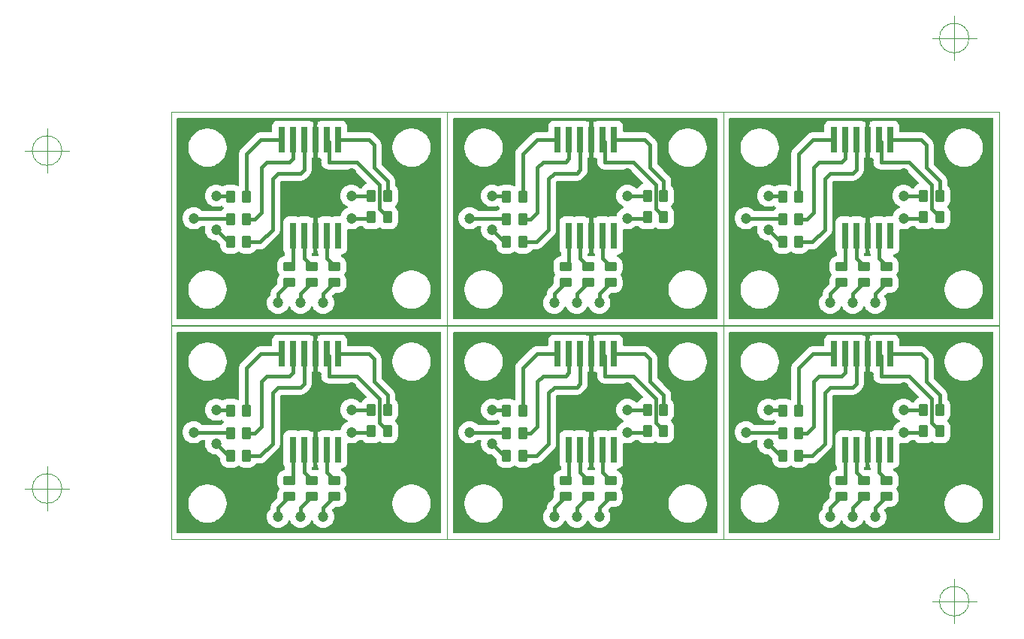
<source format=gbr>
%TF.GenerationSoftware,KiCad,Pcbnew,6.0.11-2627ca5db0~126~ubuntu20.04.1*%
%TF.CreationDate,2023-02-20T13:31:15+01:00*%
%TF.ProjectId,ecran-duplication,65637261-6e2d-4647-9570-6c6963617469,V1.0*%
%TF.SameCoordinates,Original*%
%TF.FileFunction,Copper,L1,Top*%
%TF.FilePolarity,Positive*%
%FSLAX46Y46*%
G04 Gerber Fmt 4.6, Leading zero omitted, Abs format (unit mm)*
G04 Created by KiCad (PCBNEW 6.0.11-2627ca5db0~126~ubuntu20.04.1) date 2023-02-20 13:31:15*
%MOMM*%
%LPD*%
G01*
G04 APERTURE LIST*
G04 Aperture macros list*
%AMRoundRect*
0 Rectangle with rounded corners*
0 $1 Rounding radius*
0 $2 $3 $4 $5 $6 $7 $8 $9 X,Y pos of 4 corners*
0 Add a 4 corners polygon primitive as box body*
4,1,4,$2,$3,$4,$5,$6,$7,$8,$9,$2,$3,0*
0 Add four circle primitives for the rounded corners*
1,1,$1+$1,$2,$3*
1,1,$1+$1,$4,$5*
1,1,$1+$1,$6,$7*
1,1,$1+$1,$8,$9*
0 Add four rect primitives between the rounded corners*
20,1,$1+$1,$2,$3,$4,$5,0*
20,1,$1+$1,$4,$5,$6,$7,0*
20,1,$1+$1,$6,$7,$8,$9,0*
20,1,$1+$1,$8,$9,$2,$3,0*%
G04 Aperture macros list end*
%TA.AperFunction,Profile*%
%ADD10C,0.100000*%
%TD*%
%TA.AperFunction,SMDPad,CuDef*%
%ADD11RoundRect,0.250000X-0.262500X-0.450000X0.262500X-0.450000X0.262500X0.450000X-0.262500X0.450000X0*%
%TD*%
%TA.AperFunction,SMDPad,CuDef*%
%ADD12R,0.800000X3.000000*%
%TD*%
%TA.AperFunction,SMDPad,CuDef*%
%ADD13RoundRect,0.250000X0.450000X-0.262500X0.450000X0.262500X-0.450000X0.262500X-0.450000X-0.262500X0*%
%TD*%
%TA.AperFunction,ViaPad*%
%ADD14C,1.200000*%
%TD*%
%TA.AperFunction,Conductor*%
%ADD15C,0.400000*%
%TD*%
G04 APERTURE END LIST*
D10*
X83581666Y-69850000D02*
G75*
G03*
X83581666Y-69850000I-1666666J0D01*
G01*
X79415000Y-69850000D02*
X84415000Y-69850000D01*
X81915000Y-67350000D02*
X81915000Y-72350000D01*
X185816666Y-57150000D02*
G75*
G03*
X185816666Y-57150000I-1666666J0D01*
G01*
X181650000Y-57150000D02*
X186650000Y-57150000D01*
X184150000Y-54650000D02*
X184150000Y-59650000D01*
X185816666Y-120650000D02*
G75*
G03*
X185816666Y-120650000I-1666666J0D01*
G01*
X181650000Y-120650000D02*
X186650000Y-120650000D01*
X184150000Y-118150000D02*
X184150000Y-123150000D01*
X95885000Y-89520000D02*
X95885000Y-65520000D01*
X127000000Y-89520000D02*
X95885000Y-89520000D01*
X95885000Y-65520000D02*
X127000000Y-65520000D01*
X127000000Y-65520000D02*
X127000000Y-89520000D01*
X127000000Y-89520000D02*
X127000000Y-65520000D01*
X158115000Y-89520000D02*
X127000000Y-89520000D01*
X127000000Y-65520000D02*
X158115000Y-65520000D01*
X158115000Y-65520000D02*
X158115000Y-89520000D01*
X158115000Y-89520000D02*
X158115000Y-65520000D01*
X189230000Y-89520000D02*
X158115000Y-89520000D01*
X158115000Y-65520000D02*
X189230000Y-65520000D01*
X189230000Y-65520000D02*
X189230000Y-89520000D01*
X158115000Y-113650000D02*
X158115000Y-89650000D01*
X189230000Y-113650000D02*
X158115000Y-113650000D01*
X158115000Y-89650000D02*
X189230000Y-89650000D01*
X189230000Y-89650000D02*
X189230000Y-113650000D01*
X127000000Y-113650000D02*
X127000000Y-89650000D01*
X158115000Y-113650000D02*
X127000000Y-113650000D01*
X127000000Y-89650000D02*
X158115000Y-89650000D01*
X158115000Y-89650000D02*
X158115000Y-113650000D01*
X95885000Y-113650000D02*
X95885000Y-89650000D01*
X127000000Y-113650000D02*
X95885000Y-113650000D01*
X95885000Y-89650000D02*
X127000000Y-89650000D01*
X127000000Y-89650000D02*
X127000000Y-113650000D01*
X83581666Y-107950000D02*
G75*
G03*
X83581666Y-107950000I-1666666J0D01*
G01*
X79415000Y-107950000D02*
X84415000Y-107950000D01*
X81915000Y-105450000D02*
X81915000Y-110450000D01*
D11*
%TO.P,R1,1*%
%TO.N,Net-(J1-Pad9)*%
X102592500Y-77570000D03*
%TO.P,R1,2*%
%TO.N,Net-(DS1-Pad2)*%
X104417500Y-77570000D03*
%TD*%
D12*
%TO.P,DS1,1,G*%
%TO.N,Net-(DS1-Pad1)*%
X108325000Y-68620000D03*
%TO.P,DS1,2,DP1*%
%TO.N,Net-(DS1-Pad2)*%
X109595000Y-68620000D03*
%TO.P,DS1,3,F*%
%TO.N,Net-(DS1-Pad3)*%
X110865000Y-68620000D03*
%TO.P,DS1,4,AN*%
%TO.N,GND*%
X112135000Y-68620000D03*
%TO.P,DS1,5,A*%
%TO.N,Net-(DS1-Pad5)*%
X113405000Y-68620000D03*
%TO.P,DS1,6,B*%
%TO.N,Net-(DS1-Pad6)*%
X114675000Y-68620000D03*
%TO.P,DS1,7,DP2*%
%TO.N,unconnected-(DS1-Pad7)*%
X114675000Y-79420000D03*
%TO.P,DS1,8,C*%
%TO.N,Net-(DS1-Pad8)*%
X113405000Y-79420000D03*
%TO.P,DS1,9,AN*%
%TO.N,GND*%
X112135000Y-79420000D03*
%TO.P,DS1,10,D*%
%TO.N,Net-(DS1-Pad10)*%
X110865000Y-79420000D03*
%TO.P,DS1,11,E*%
%TO.N,Net-(DS1-Pad11)*%
X109595000Y-79420000D03*
%TD*%
D11*
%TO.P,R3,1*%
%TO.N,Net-(J1-Pad7)*%
X102592500Y-80110000D03*
%TO.P,R3,2*%
%TO.N,Net-(DS1-Pad3)*%
X104417500Y-80110000D03*
%TD*%
D13*
%TO.P,R6,1*%
%TO.N,Net-(J1-Pad4)*%
X114300000Y-84732500D03*
%TO.P,R6,2*%
%TO.N,Net-(DS1-Pad8)*%
X114300000Y-82907500D03*
%TD*%
D11*
%TO.P,R8,1*%
%TO.N,Net-(J1-Pad2)*%
X118467500Y-77370000D03*
%TO.P,R8,2*%
%TO.N,Net-(DS1-Pad5)*%
X120292500Y-77370000D03*
%TD*%
%TO.P,R2,1*%
%TO.N,Net-(J1-Pad8)*%
X102592500Y-75030000D03*
%TO.P,R2,2*%
%TO.N,Net-(DS1-Pad1)*%
X104417500Y-75030000D03*
%TD*%
%TO.P,R7,1*%
%TO.N,Net-(J1-Pad3)*%
X118467500Y-74930000D03*
%TO.P,R7,2*%
%TO.N,Net-(DS1-Pad6)*%
X120292500Y-74930000D03*
%TD*%
D13*
%TO.P,R5,1*%
%TO.N,Net-(J1-Pad5)*%
X111760000Y-84732500D03*
%TO.P,R5,2*%
%TO.N,Net-(DS1-Pad10)*%
X111760000Y-82907500D03*
%TD*%
%TO.P,R4,1*%
%TO.N,Net-(J1-Pad6)*%
X109220000Y-84732500D03*
%TO.P,R4,2*%
%TO.N,Net-(DS1-Pad11)*%
X109220000Y-82907500D03*
%TD*%
D11*
%TO.P,R1,1*%
%TO.N,Net-(J1-Pad9)*%
X133707500Y-77570000D03*
%TO.P,R1,2*%
%TO.N,Net-(DS1-Pad2)*%
X135532500Y-77570000D03*
%TD*%
D12*
%TO.P,DS1,1,G*%
%TO.N,Net-(DS1-Pad1)*%
X139440000Y-68620000D03*
%TO.P,DS1,2,DP1*%
%TO.N,Net-(DS1-Pad2)*%
X140710000Y-68620000D03*
%TO.P,DS1,3,F*%
%TO.N,Net-(DS1-Pad3)*%
X141980000Y-68620000D03*
%TO.P,DS1,4,AN*%
%TO.N,GND*%
X143250000Y-68620000D03*
%TO.P,DS1,5,A*%
%TO.N,Net-(DS1-Pad5)*%
X144520000Y-68620000D03*
%TO.P,DS1,6,B*%
%TO.N,Net-(DS1-Pad6)*%
X145790000Y-68620000D03*
%TO.P,DS1,7,DP2*%
%TO.N,unconnected-(DS1-Pad7)*%
X145790000Y-79420000D03*
%TO.P,DS1,8,C*%
%TO.N,Net-(DS1-Pad8)*%
X144520000Y-79420000D03*
%TO.P,DS1,9,AN*%
%TO.N,GND*%
X143250000Y-79420000D03*
%TO.P,DS1,10,D*%
%TO.N,Net-(DS1-Pad10)*%
X141980000Y-79420000D03*
%TO.P,DS1,11,E*%
%TO.N,Net-(DS1-Pad11)*%
X140710000Y-79420000D03*
%TD*%
D11*
%TO.P,R3,1*%
%TO.N,Net-(J1-Pad7)*%
X133707500Y-80110000D03*
%TO.P,R3,2*%
%TO.N,Net-(DS1-Pad3)*%
X135532500Y-80110000D03*
%TD*%
D13*
%TO.P,R6,1*%
%TO.N,Net-(J1-Pad4)*%
X145415000Y-84732500D03*
%TO.P,R6,2*%
%TO.N,Net-(DS1-Pad8)*%
X145415000Y-82907500D03*
%TD*%
D11*
%TO.P,R8,1*%
%TO.N,Net-(J1-Pad2)*%
X149582500Y-77370000D03*
%TO.P,R8,2*%
%TO.N,Net-(DS1-Pad5)*%
X151407500Y-77370000D03*
%TD*%
%TO.P,R2,1*%
%TO.N,Net-(J1-Pad8)*%
X133707500Y-75030000D03*
%TO.P,R2,2*%
%TO.N,Net-(DS1-Pad1)*%
X135532500Y-75030000D03*
%TD*%
%TO.P,R7,1*%
%TO.N,Net-(J1-Pad3)*%
X149582500Y-74930000D03*
%TO.P,R7,2*%
%TO.N,Net-(DS1-Pad6)*%
X151407500Y-74930000D03*
%TD*%
D13*
%TO.P,R5,1*%
%TO.N,Net-(J1-Pad5)*%
X142875000Y-84732500D03*
%TO.P,R5,2*%
%TO.N,Net-(DS1-Pad10)*%
X142875000Y-82907500D03*
%TD*%
%TO.P,R4,1*%
%TO.N,Net-(J1-Pad6)*%
X140335000Y-84732500D03*
%TO.P,R4,2*%
%TO.N,Net-(DS1-Pad11)*%
X140335000Y-82907500D03*
%TD*%
D11*
%TO.P,R1,1*%
%TO.N,Net-(J1-Pad9)*%
X164822500Y-77570000D03*
%TO.P,R1,2*%
%TO.N,Net-(DS1-Pad2)*%
X166647500Y-77570000D03*
%TD*%
D12*
%TO.P,DS1,1,G*%
%TO.N,Net-(DS1-Pad1)*%
X170555000Y-68620000D03*
%TO.P,DS1,2,DP1*%
%TO.N,Net-(DS1-Pad2)*%
X171825000Y-68620000D03*
%TO.P,DS1,3,F*%
%TO.N,Net-(DS1-Pad3)*%
X173095000Y-68620000D03*
%TO.P,DS1,4,AN*%
%TO.N,GND*%
X174365000Y-68620000D03*
%TO.P,DS1,5,A*%
%TO.N,Net-(DS1-Pad5)*%
X175635000Y-68620000D03*
%TO.P,DS1,6,B*%
%TO.N,Net-(DS1-Pad6)*%
X176905000Y-68620000D03*
%TO.P,DS1,7,DP2*%
%TO.N,unconnected-(DS1-Pad7)*%
X176905000Y-79420000D03*
%TO.P,DS1,8,C*%
%TO.N,Net-(DS1-Pad8)*%
X175635000Y-79420000D03*
%TO.P,DS1,9,AN*%
%TO.N,GND*%
X174365000Y-79420000D03*
%TO.P,DS1,10,D*%
%TO.N,Net-(DS1-Pad10)*%
X173095000Y-79420000D03*
%TO.P,DS1,11,E*%
%TO.N,Net-(DS1-Pad11)*%
X171825000Y-79420000D03*
%TD*%
D11*
%TO.P,R3,1*%
%TO.N,Net-(J1-Pad7)*%
X164822500Y-80110000D03*
%TO.P,R3,2*%
%TO.N,Net-(DS1-Pad3)*%
X166647500Y-80110000D03*
%TD*%
D13*
%TO.P,R6,1*%
%TO.N,Net-(J1-Pad4)*%
X176530000Y-84732500D03*
%TO.P,R6,2*%
%TO.N,Net-(DS1-Pad8)*%
X176530000Y-82907500D03*
%TD*%
D11*
%TO.P,R8,1*%
%TO.N,Net-(J1-Pad2)*%
X180697500Y-77370000D03*
%TO.P,R8,2*%
%TO.N,Net-(DS1-Pad5)*%
X182522500Y-77370000D03*
%TD*%
%TO.P,R2,1*%
%TO.N,Net-(J1-Pad8)*%
X164822500Y-75030000D03*
%TO.P,R2,2*%
%TO.N,Net-(DS1-Pad1)*%
X166647500Y-75030000D03*
%TD*%
%TO.P,R7,1*%
%TO.N,Net-(J1-Pad3)*%
X180697500Y-74930000D03*
%TO.P,R7,2*%
%TO.N,Net-(DS1-Pad6)*%
X182522500Y-74930000D03*
%TD*%
D13*
%TO.P,R5,1*%
%TO.N,Net-(J1-Pad5)*%
X173990000Y-84732500D03*
%TO.P,R5,2*%
%TO.N,Net-(DS1-Pad10)*%
X173990000Y-82907500D03*
%TD*%
%TO.P,R4,1*%
%TO.N,Net-(J1-Pad6)*%
X171450000Y-84732500D03*
%TO.P,R4,2*%
%TO.N,Net-(DS1-Pad11)*%
X171450000Y-82907500D03*
%TD*%
D11*
%TO.P,R1,1*%
%TO.N,Net-(J1-Pad9)*%
X164822500Y-101700000D03*
%TO.P,R1,2*%
%TO.N,Net-(DS1-Pad2)*%
X166647500Y-101700000D03*
%TD*%
D12*
%TO.P,DS1,1,G*%
%TO.N,Net-(DS1-Pad1)*%
X170555000Y-92750000D03*
%TO.P,DS1,2,DP1*%
%TO.N,Net-(DS1-Pad2)*%
X171825000Y-92750000D03*
%TO.P,DS1,3,F*%
%TO.N,Net-(DS1-Pad3)*%
X173095000Y-92750000D03*
%TO.P,DS1,4,AN*%
%TO.N,GND*%
X174365000Y-92750000D03*
%TO.P,DS1,5,A*%
%TO.N,Net-(DS1-Pad5)*%
X175635000Y-92750000D03*
%TO.P,DS1,6,B*%
%TO.N,Net-(DS1-Pad6)*%
X176905000Y-92750000D03*
%TO.P,DS1,7,DP2*%
%TO.N,unconnected-(DS1-Pad7)*%
X176905000Y-103550000D03*
%TO.P,DS1,8,C*%
%TO.N,Net-(DS1-Pad8)*%
X175635000Y-103550000D03*
%TO.P,DS1,9,AN*%
%TO.N,GND*%
X174365000Y-103550000D03*
%TO.P,DS1,10,D*%
%TO.N,Net-(DS1-Pad10)*%
X173095000Y-103550000D03*
%TO.P,DS1,11,E*%
%TO.N,Net-(DS1-Pad11)*%
X171825000Y-103550000D03*
%TD*%
D11*
%TO.P,R3,1*%
%TO.N,Net-(J1-Pad7)*%
X164822500Y-104240000D03*
%TO.P,R3,2*%
%TO.N,Net-(DS1-Pad3)*%
X166647500Y-104240000D03*
%TD*%
D13*
%TO.P,R6,1*%
%TO.N,Net-(J1-Pad4)*%
X176530000Y-108862500D03*
%TO.P,R6,2*%
%TO.N,Net-(DS1-Pad8)*%
X176530000Y-107037500D03*
%TD*%
D11*
%TO.P,R8,1*%
%TO.N,Net-(J1-Pad2)*%
X180697500Y-101500000D03*
%TO.P,R8,2*%
%TO.N,Net-(DS1-Pad5)*%
X182522500Y-101500000D03*
%TD*%
%TO.P,R2,1*%
%TO.N,Net-(J1-Pad8)*%
X164822500Y-99160000D03*
%TO.P,R2,2*%
%TO.N,Net-(DS1-Pad1)*%
X166647500Y-99160000D03*
%TD*%
%TO.P,R7,1*%
%TO.N,Net-(J1-Pad3)*%
X180697500Y-99060000D03*
%TO.P,R7,2*%
%TO.N,Net-(DS1-Pad6)*%
X182522500Y-99060000D03*
%TD*%
D13*
%TO.P,R5,1*%
%TO.N,Net-(J1-Pad5)*%
X173990000Y-108862500D03*
%TO.P,R5,2*%
%TO.N,Net-(DS1-Pad10)*%
X173990000Y-107037500D03*
%TD*%
%TO.P,R4,1*%
%TO.N,Net-(J1-Pad6)*%
X171450000Y-108862500D03*
%TO.P,R4,2*%
%TO.N,Net-(DS1-Pad11)*%
X171450000Y-107037500D03*
%TD*%
D11*
%TO.P,R1,1*%
%TO.N,Net-(J1-Pad9)*%
X133707500Y-101700000D03*
%TO.P,R1,2*%
%TO.N,Net-(DS1-Pad2)*%
X135532500Y-101700000D03*
%TD*%
D12*
%TO.P,DS1,1,G*%
%TO.N,Net-(DS1-Pad1)*%
X139440000Y-92750000D03*
%TO.P,DS1,2,DP1*%
%TO.N,Net-(DS1-Pad2)*%
X140710000Y-92750000D03*
%TO.P,DS1,3,F*%
%TO.N,Net-(DS1-Pad3)*%
X141980000Y-92750000D03*
%TO.P,DS1,4,AN*%
%TO.N,GND*%
X143250000Y-92750000D03*
%TO.P,DS1,5,A*%
%TO.N,Net-(DS1-Pad5)*%
X144520000Y-92750000D03*
%TO.P,DS1,6,B*%
%TO.N,Net-(DS1-Pad6)*%
X145790000Y-92750000D03*
%TO.P,DS1,7,DP2*%
%TO.N,unconnected-(DS1-Pad7)*%
X145790000Y-103550000D03*
%TO.P,DS1,8,C*%
%TO.N,Net-(DS1-Pad8)*%
X144520000Y-103550000D03*
%TO.P,DS1,9,AN*%
%TO.N,GND*%
X143250000Y-103550000D03*
%TO.P,DS1,10,D*%
%TO.N,Net-(DS1-Pad10)*%
X141980000Y-103550000D03*
%TO.P,DS1,11,E*%
%TO.N,Net-(DS1-Pad11)*%
X140710000Y-103550000D03*
%TD*%
D11*
%TO.P,R3,1*%
%TO.N,Net-(J1-Pad7)*%
X133707500Y-104240000D03*
%TO.P,R3,2*%
%TO.N,Net-(DS1-Pad3)*%
X135532500Y-104240000D03*
%TD*%
D13*
%TO.P,R6,1*%
%TO.N,Net-(J1-Pad4)*%
X145415000Y-108862500D03*
%TO.P,R6,2*%
%TO.N,Net-(DS1-Pad8)*%
X145415000Y-107037500D03*
%TD*%
D11*
%TO.P,R8,1*%
%TO.N,Net-(J1-Pad2)*%
X149582500Y-101500000D03*
%TO.P,R8,2*%
%TO.N,Net-(DS1-Pad5)*%
X151407500Y-101500000D03*
%TD*%
%TO.P,R2,1*%
%TO.N,Net-(J1-Pad8)*%
X133707500Y-99160000D03*
%TO.P,R2,2*%
%TO.N,Net-(DS1-Pad1)*%
X135532500Y-99160000D03*
%TD*%
%TO.P,R7,1*%
%TO.N,Net-(J1-Pad3)*%
X149582500Y-99060000D03*
%TO.P,R7,2*%
%TO.N,Net-(DS1-Pad6)*%
X151407500Y-99060000D03*
%TD*%
D13*
%TO.P,R5,1*%
%TO.N,Net-(J1-Pad5)*%
X142875000Y-108862500D03*
%TO.P,R5,2*%
%TO.N,Net-(DS1-Pad10)*%
X142875000Y-107037500D03*
%TD*%
%TO.P,R4,1*%
%TO.N,Net-(J1-Pad6)*%
X140335000Y-108862500D03*
%TO.P,R4,2*%
%TO.N,Net-(DS1-Pad11)*%
X140335000Y-107037500D03*
%TD*%
D11*
%TO.P,R1,1*%
%TO.N,Net-(J1-Pad9)*%
X102592500Y-101700000D03*
%TO.P,R1,2*%
%TO.N,Net-(DS1-Pad2)*%
X104417500Y-101700000D03*
%TD*%
D12*
%TO.P,DS1,1,G*%
%TO.N,Net-(DS1-Pad1)*%
X108325000Y-92750000D03*
%TO.P,DS1,2,DP1*%
%TO.N,Net-(DS1-Pad2)*%
X109595000Y-92750000D03*
%TO.P,DS1,3,F*%
%TO.N,Net-(DS1-Pad3)*%
X110865000Y-92750000D03*
%TO.P,DS1,4,AN*%
%TO.N,GND*%
X112135000Y-92750000D03*
%TO.P,DS1,5,A*%
%TO.N,Net-(DS1-Pad5)*%
X113405000Y-92750000D03*
%TO.P,DS1,6,B*%
%TO.N,Net-(DS1-Pad6)*%
X114675000Y-92750000D03*
%TO.P,DS1,7,DP2*%
%TO.N,unconnected-(DS1-Pad7)*%
X114675000Y-103550000D03*
%TO.P,DS1,8,C*%
%TO.N,Net-(DS1-Pad8)*%
X113405000Y-103550000D03*
%TO.P,DS1,9,AN*%
%TO.N,GND*%
X112135000Y-103550000D03*
%TO.P,DS1,10,D*%
%TO.N,Net-(DS1-Pad10)*%
X110865000Y-103550000D03*
%TO.P,DS1,11,E*%
%TO.N,Net-(DS1-Pad11)*%
X109595000Y-103550000D03*
%TD*%
D11*
%TO.P,R3,1*%
%TO.N,Net-(J1-Pad7)*%
X102592500Y-104240000D03*
%TO.P,R3,2*%
%TO.N,Net-(DS1-Pad3)*%
X104417500Y-104240000D03*
%TD*%
D13*
%TO.P,R6,1*%
%TO.N,Net-(J1-Pad4)*%
X114300000Y-108862500D03*
%TO.P,R6,2*%
%TO.N,Net-(DS1-Pad8)*%
X114300000Y-107037500D03*
%TD*%
D11*
%TO.P,R8,1*%
%TO.N,Net-(J1-Pad2)*%
X118467500Y-101500000D03*
%TO.P,R8,2*%
%TO.N,Net-(DS1-Pad5)*%
X120292500Y-101500000D03*
%TD*%
%TO.P,R2,1*%
%TO.N,Net-(J1-Pad8)*%
X102592500Y-99160000D03*
%TO.P,R2,2*%
%TO.N,Net-(DS1-Pad1)*%
X104417500Y-99160000D03*
%TD*%
%TO.P,R7,1*%
%TO.N,Net-(J1-Pad3)*%
X118467500Y-99060000D03*
%TO.P,R7,2*%
%TO.N,Net-(DS1-Pad6)*%
X120292500Y-99060000D03*
%TD*%
D13*
%TO.P,R5,1*%
%TO.N,Net-(J1-Pad5)*%
X111760000Y-108862500D03*
%TO.P,R5,2*%
%TO.N,Net-(DS1-Pad10)*%
X111760000Y-107037500D03*
%TD*%
%TO.P,R4,1*%
%TO.N,Net-(J1-Pad6)*%
X109220000Y-108862500D03*
%TO.P,R4,2*%
%TO.N,Net-(DS1-Pad11)*%
X109220000Y-107037500D03*
%TD*%
D14*
%TO.N,Net-(J1-Pad9)*%
X98425000Y-77470000D03*
%TO.N,Net-(J1-Pad8)*%
X100965000Y-74930000D03*
%TO.N,Net-(J1-Pad7)*%
X100965000Y-78740000D03*
%TO.N,Net-(J1-Pad6)*%
X107950000Y-86995000D03*
%TO.N,Net-(J1-Pad5)*%
X110490000Y-86995000D03*
%TO.N,Net-(J1-Pad4)*%
X113030000Y-86995000D03*
%TO.N,Net-(J1-Pad3)*%
X116205000Y-74930000D03*
%TO.N,Net-(J1-Pad2)*%
X116205000Y-77470000D03*
%TO.N,GND*%
X116205000Y-72390000D03*
%TO.N,Net-(J1-Pad9)*%
X129540000Y-77470000D03*
%TO.N,Net-(J1-Pad8)*%
X132080000Y-74930000D03*
%TO.N,Net-(J1-Pad7)*%
X132080000Y-78740000D03*
%TO.N,Net-(J1-Pad6)*%
X139065000Y-86995000D03*
%TO.N,Net-(J1-Pad5)*%
X141605000Y-86995000D03*
%TO.N,Net-(J1-Pad4)*%
X144145000Y-86995000D03*
%TO.N,Net-(J1-Pad3)*%
X147320000Y-74930000D03*
%TO.N,Net-(J1-Pad2)*%
X147320000Y-77470000D03*
%TO.N,GND*%
X147320000Y-72390000D03*
%TO.N,Net-(J1-Pad9)*%
X160655000Y-77470000D03*
%TO.N,Net-(J1-Pad8)*%
X163195000Y-74930000D03*
%TO.N,Net-(J1-Pad7)*%
X163195000Y-78740000D03*
%TO.N,Net-(J1-Pad6)*%
X170180000Y-86995000D03*
%TO.N,Net-(J1-Pad5)*%
X172720000Y-86995000D03*
%TO.N,Net-(J1-Pad4)*%
X175260000Y-86995000D03*
%TO.N,Net-(J1-Pad3)*%
X178435000Y-74930000D03*
%TO.N,Net-(J1-Pad2)*%
X178435000Y-77470000D03*
%TO.N,GND*%
X178435000Y-72390000D03*
%TO.N,Net-(J1-Pad9)*%
X160655000Y-101600000D03*
%TO.N,Net-(J1-Pad8)*%
X163195000Y-99060000D03*
%TO.N,Net-(J1-Pad7)*%
X163195000Y-102870000D03*
%TO.N,Net-(J1-Pad6)*%
X170180000Y-111125000D03*
%TO.N,Net-(J1-Pad5)*%
X172720000Y-111125000D03*
%TO.N,Net-(J1-Pad4)*%
X175260000Y-111125000D03*
%TO.N,Net-(J1-Pad3)*%
X178435000Y-99060000D03*
%TO.N,Net-(J1-Pad2)*%
X178435000Y-101600000D03*
%TO.N,GND*%
X178435000Y-96520000D03*
%TO.N,Net-(J1-Pad9)*%
X129540000Y-101600000D03*
%TO.N,Net-(J1-Pad8)*%
X132080000Y-99060000D03*
%TO.N,Net-(J1-Pad7)*%
X132080000Y-102870000D03*
%TO.N,Net-(J1-Pad6)*%
X139065000Y-111125000D03*
%TO.N,Net-(J1-Pad5)*%
X141605000Y-111125000D03*
%TO.N,Net-(J1-Pad4)*%
X144145000Y-111125000D03*
%TO.N,Net-(J1-Pad3)*%
X147320000Y-99060000D03*
%TO.N,Net-(J1-Pad2)*%
X147320000Y-101600000D03*
%TO.N,GND*%
X147320000Y-96520000D03*
%TO.N,Net-(J1-Pad9)*%
X98425000Y-101600000D03*
%TO.N,Net-(J1-Pad8)*%
X100965000Y-99060000D03*
%TO.N,Net-(J1-Pad7)*%
X100965000Y-102870000D03*
%TO.N,Net-(J1-Pad6)*%
X107950000Y-111125000D03*
%TO.N,Net-(J1-Pad5)*%
X110490000Y-111125000D03*
%TO.N,Net-(J1-Pad4)*%
X113030000Y-111125000D03*
%TO.N,Net-(J1-Pad3)*%
X116205000Y-99060000D03*
%TO.N,Net-(J1-Pad2)*%
X116205000Y-101600000D03*
%TO.N,GND*%
X116205000Y-96520000D03*
%TD*%
D15*
%TO.N,Net-(J1-Pad9)*%
X102492500Y-77470000D02*
X102592500Y-77570000D01*
X98425000Y-77470000D02*
X102492500Y-77470000D01*
%TO.N,Net-(J1-Pad8)*%
X102492500Y-74930000D02*
X102592500Y-75030000D01*
X100965000Y-74930000D02*
X102492500Y-74930000D01*
%TO.N,Net-(J1-Pad7)*%
X102335000Y-80110000D02*
X102592500Y-80110000D01*
X100965000Y-78740000D02*
X102335000Y-80110000D01*
%TO.N,Net-(J1-Pad6)*%
X107950000Y-86995000D02*
X107950000Y-86002500D01*
X107950000Y-86002500D02*
X109220000Y-84732500D01*
%TO.N,Net-(J1-Pad5)*%
X110490000Y-86002500D02*
X111760000Y-84732500D01*
X110490000Y-86995000D02*
X110490000Y-86002500D01*
%TO.N,Net-(J1-Pad4)*%
X113030000Y-86995000D02*
X113030000Y-86002500D01*
X113030000Y-86002500D02*
X114300000Y-84732500D01*
%TO.N,Net-(J1-Pad3)*%
X116205000Y-74930000D02*
X118467500Y-74930000D01*
%TO.N,Net-(J1-Pad2)*%
X116205000Y-77470000D02*
X118367500Y-77470000D01*
X118367500Y-77470000D02*
X118467500Y-77370000D01*
%TO.N,Net-(DS1-Pad11)*%
X109595000Y-82532500D02*
X109220000Y-82907500D01*
X109595000Y-79420000D02*
X109595000Y-82532500D01*
%TO.N,Net-(DS1-Pad10)*%
X110865000Y-82012500D02*
X111760000Y-82907500D01*
X110865000Y-79420000D02*
X110865000Y-82012500D01*
%TO.N,Net-(DS1-Pad8)*%
X113405000Y-82012500D02*
X114300000Y-82907500D01*
X113405000Y-79420000D02*
X113405000Y-82012500D01*
%TO.N,Net-(DS1-Pad6)*%
X120292500Y-73302500D02*
X118745000Y-71755000D01*
X118745000Y-69215000D02*
X118150000Y-68620000D01*
X118150000Y-68620000D02*
X114675000Y-68620000D01*
X120292500Y-74930000D02*
X120292500Y-73302500D01*
X118745000Y-71755000D02*
X118745000Y-69215000D01*
%TO.N,Net-(DS1-Pad5)*%
X119380000Y-76410761D02*
X119380000Y-73660000D01*
X113665000Y-68880000D02*
X113405000Y-68620000D01*
X119380000Y-73660000D02*
X116840000Y-71120000D01*
X120292500Y-77370000D02*
X120292500Y-77323261D01*
X116840000Y-71120000D02*
X113665000Y-71120000D01*
X120292500Y-77323261D02*
X119380000Y-76410761D01*
X113665000Y-71120000D02*
X113665000Y-68880000D01*
%TO.N,Net-(DS1-Pad3)*%
X110865000Y-72015000D02*
X110865000Y-68620000D01*
X110490000Y-72390000D02*
X110865000Y-72015000D01*
X107315000Y-73025000D02*
X107950000Y-72390000D01*
X107315000Y-78740000D02*
X107315000Y-73025000D01*
X107950000Y-72390000D02*
X110490000Y-72390000D01*
X104417500Y-80110000D02*
X105945000Y-80110000D01*
X105945000Y-80110000D02*
X107315000Y-78740000D01*
%TO.N,GND*%
X112135000Y-72650000D02*
X112135000Y-79420000D01*
X116205000Y-72390000D02*
X112395000Y-72390000D01*
X112135000Y-68620000D02*
X112135000Y-72650000D01*
X112395000Y-72390000D02*
X112135000Y-72650000D01*
%TO.N,Net-(DS1-Pad2)*%
X106045000Y-76835000D02*
X106045000Y-71755000D01*
X109595000Y-70745000D02*
X109595000Y-68620000D01*
X105310000Y-77570000D02*
X106045000Y-76835000D01*
X106680000Y-71120000D02*
X109220000Y-71120000D01*
X104417500Y-77570000D02*
X105310000Y-77570000D01*
X109220000Y-71120000D02*
X109595000Y-70745000D01*
X106045000Y-71755000D02*
X106680000Y-71120000D01*
%TO.N,Net-(DS1-Pad1)*%
X106005000Y-68620000D02*
X108325000Y-68620000D01*
X104417500Y-75030000D02*
X104417500Y-70207500D01*
X104417500Y-70207500D02*
X106005000Y-68620000D01*
%TO.N,Net-(J1-Pad9)*%
X133607500Y-77470000D02*
X133707500Y-77570000D01*
X129540000Y-77470000D02*
X133607500Y-77470000D01*
%TO.N,Net-(J1-Pad8)*%
X133607500Y-74930000D02*
X133707500Y-75030000D01*
X132080000Y-74930000D02*
X133607500Y-74930000D01*
%TO.N,Net-(J1-Pad7)*%
X133450000Y-80110000D02*
X133707500Y-80110000D01*
X132080000Y-78740000D02*
X133450000Y-80110000D01*
%TO.N,Net-(J1-Pad6)*%
X139065000Y-86995000D02*
X139065000Y-86002500D01*
X139065000Y-86002500D02*
X140335000Y-84732500D01*
%TO.N,Net-(J1-Pad5)*%
X141605000Y-86002500D02*
X142875000Y-84732500D01*
X141605000Y-86995000D02*
X141605000Y-86002500D01*
%TO.N,Net-(J1-Pad4)*%
X144145000Y-86995000D02*
X144145000Y-86002500D01*
X144145000Y-86002500D02*
X145415000Y-84732500D01*
%TO.N,Net-(J1-Pad3)*%
X147320000Y-74930000D02*
X149582500Y-74930000D01*
%TO.N,Net-(J1-Pad2)*%
X147320000Y-77470000D02*
X149482500Y-77470000D01*
X149482500Y-77470000D02*
X149582500Y-77370000D01*
%TO.N,Net-(DS1-Pad11)*%
X140710000Y-82532500D02*
X140335000Y-82907500D01*
X140710000Y-79420000D02*
X140710000Y-82532500D01*
%TO.N,Net-(DS1-Pad10)*%
X141980000Y-82012500D02*
X142875000Y-82907500D01*
X141980000Y-79420000D02*
X141980000Y-82012500D01*
%TO.N,Net-(DS1-Pad8)*%
X144520000Y-82012500D02*
X145415000Y-82907500D01*
X144520000Y-79420000D02*
X144520000Y-82012500D01*
%TO.N,Net-(DS1-Pad6)*%
X151407500Y-73302500D02*
X149860000Y-71755000D01*
X149860000Y-69215000D02*
X149265000Y-68620000D01*
X149265000Y-68620000D02*
X145790000Y-68620000D01*
X151407500Y-74930000D02*
X151407500Y-73302500D01*
X149860000Y-71755000D02*
X149860000Y-69215000D01*
%TO.N,Net-(DS1-Pad5)*%
X150495000Y-76410761D02*
X150495000Y-73660000D01*
X144780000Y-68880000D02*
X144520000Y-68620000D01*
X150495000Y-73660000D02*
X147955000Y-71120000D01*
X151407500Y-77370000D02*
X151407500Y-77323261D01*
X147955000Y-71120000D02*
X144780000Y-71120000D01*
X151407500Y-77323261D02*
X150495000Y-76410761D01*
X144780000Y-71120000D02*
X144780000Y-68880000D01*
%TO.N,Net-(DS1-Pad3)*%
X141980000Y-72015000D02*
X141980000Y-68620000D01*
X141605000Y-72390000D02*
X141980000Y-72015000D01*
X138430000Y-73025000D02*
X139065000Y-72390000D01*
X138430000Y-78740000D02*
X138430000Y-73025000D01*
X139065000Y-72390000D02*
X141605000Y-72390000D01*
X135532500Y-80110000D02*
X137060000Y-80110000D01*
X137060000Y-80110000D02*
X138430000Y-78740000D01*
%TO.N,GND*%
X143250000Y-72650000D02*
X143250000Y-79420000D01*
X147320000Y-72390000D02*
X143510000Y-72390000D01*
X143250000Y-68620000D02*
X143250000Y-72650000D01*
X143510000Y-72390000D02*
X143250000Y-72650000D01*
%TO.N,Net-(DS1-Pad2)*%
X137160000Y-76835000D02*
X137160000Y-71755000D01*
X140710000Y-70745000D02*
X140710000Y-68620000D01*
X136425000Y-77570000D02*
X137160000Y-76835000D01*
X137795000Y-71120000D02*
X140335000Y-71120000D01*
X135532500Y-77570000D02*
X136425000Y-77570000D01*
X140335000Y-71120000D02*
X140710000Y-70745000D01*
X137160000Y-71755000D02*
X137795000Y-71120000D01*
%TO.N,Net-(DS1-Pad1)*%
X137120000Y-68620000D02*
X139440000Y-68620000D01*
X135532500Y-75030000D02*
X135532500Y-70207500D01*
X135532500Y-70207500D02*
X137120000Y-68620000D01*
%TO.N,Net-(J1-Pad9)*%
X164722500Y-77470000D02*
X164822500Y-77570000D01*
X160655000Y-77470000D02*
X164722500Y-77470000D01*
%TO.N,Net-(J1-Pad8)*%
X164722500Y-74930000D02*
X164822500Y-75030000D01*
X163195000Y-74930000D02*
X164722500Y-74930000D01*
%TO.N,Net-(J1-Pad7)*%
X164565000Y-80110000D02*
X164822500Y-80110000D01*
X163195000Y-78740000D02*
X164565000Y-80110000D01*
%TO.N,Net-(J1-Pad6)*%
X170180000Y-86995000D02*
X170180000Y-86002500D01*
X170180000Y-86002500D02*
X171450000Y-84732500D01*
%TO.N,Net-(J1-Pad5)*%
X172720000Y-86002500D02*
X173990000Y-84732500D01*
X172720000Y-86995000D02*
X172720000Y-86002500D01*
%TO.N,Net-(J1-Pad4)*%
X175260000Y-86995000D02*
X175260000Y-86002500D01*
X175260000Y-86002500D02*
X176530000Y-84732500D01*
%TO.N,Net-(J1-Pad3)*%
X178435000Y-74930000D02*
X180697500Y-74930000D01*
%TO.N,Net-(J1-Pad2)*%
X178435000Y-77470000D02*
X180597500Y-77470000D01*
X180597500Y-77470000D02*
X180697500Y-77370000D01*
%TO.N,Net-(DS1-Pad11)*%
X171825000Y-82532500D02*
X171450000Y-82907500D01*
X171825000Y-79420000D02*
X171825000Y-82532500D01*
%TO.N,Net-(DS1-Pad10)*%
X173095000Y-82012500D02*
X173990000Y-82907500D01*
X173095000Y-79420000D02*
X173095000Y-82012500D01*
%TO.N,Net-(DS1-Pad8)*%
X175635000Y-82012500D02*
X176530000Y-82907500D01*
X175635000Y-79420000D02*
X175635000Y-82012500D01*
%TO.N,Net-(DS1-Pad6)*%
X182522500Y-73302500D02*
X180975000Y-71755000D01*
X180975000Y-69215000D02*
X180380000Y-68620000D01*
X180380000Y-68620000D02*
X176905000Y-68620000D01*
X182522500Y-74930000D02*
X182522500Y-73302500D01*
X180975000Y-71755000D02*
X180975000Y-69215000D01*
%TO.N,Net-(DS1-Pad5)*%
X181610000Y-76410761D02*
X181610000Y-73660000D01*
X175895000Y-68880000D02*
X175635000Y-68620000D01*
X181610000Y-73660000D02*
X179070000Y-71120000D01*
X182522500Y-77370000D02*
X182522500Y-77323261D01*
X179070000Y-71120000D02*
X175895000Y-71120000D01*
X182522500Y-77323261D02*
X181610000Y-76410761D01*
X175895000Y-71120000D02*
X175895000Y-68880000D01*
%TO.N,Net-(DS1-Pad3)*%
X173095000Y-72015000D02*
X173095000Y-68620000D01*
X172720000Y-72390000D02*
X173095000Y-72015000D01*
X169545000Y-73025000D02*
X170180000Y-72390000D01*
X169545000Y-78740000D02*
X169545000Y-73025000D01*
X170180000Y-72390000D02*
X172720000Y-72390000D01*
X166647500Y-80110000D02*
X168175000Y-80110000D01*
X168175000Y-80110000D02*
X169545000Y-78740000D01*
%TO.N,GND*%
X174365000Y-72650000D02*
X174365000Y-79420000D01*
X178435000Y-72390000D02*
X174625000Y-72390000D01*
X174365000Y-68620000D02*
X174365000Y-72650000D01*
X174625000Y-72390000D02*
X174365000Y-72650000D01*
%TO.N,Net-(DS1-Pad2)*%
X168275000Y-76835000D02*
X168275000Y-71755000D01*
X171825000Y-70745000D02*
X171825000Y-68620000D01*
X167540000Y-77570000D02*
X168275000Y-76835000D01*
X168910000Y-71120000D02*
X171450000Y-71120000D01*
X166647500Y-77570000D02*
X167540000Y-77570000D01*
X171450000Y-71120000D02*
X171825000Y-70745000D01*
X168275000Y-71755000D02*
X168910000Y-71120000D01*
%TO.N,Net-(DS1-Pad1)*%
X168235000Y-68620000D02*
X170555000Y-68620000D01*
X166647500Y-75030000D02*
X166647500Y-70207500D01*
X166647500Y-70207500D02*
X168235000Y-68620000D01*
%TO.N,Net-(J1-Pad9)*%
X164722500Y-101600000D02*
X164822500Y-101700000D01*
X160655000Y-101600000D02*
X164722500Y-101600000D01*
%TO.N,Net-(J1-Pad8)*%
X164722500Y-99060000D02*
X164822500Y-99160000D01*
X163195000Y-99060000D02*
X164722500Y-99060000D01*
%TO.N,Net-(J1-Pad7)*%
X164565000Y-104240000D02*
X164822500Y-104240000D01*
X163195000Y-102870000D02*
X164565000Y-104240000D01*
%TO.N,Net-(J1-Pad6)*%
X170180000Y-111125000D02*
X170180000Y-110132500D01*
X170180000Y-110132500D02*
X171450000Y-108862500D01*
%TO.N,Net-(J1-Pad5)*%
X172720000Y-110132500D02*
X173990000Y-108862500D01*
X172720000Y-111125000D02*
X172720000Y-110132500D01*
%TO.N,Net-(J1-Pad4)*%
X175260000Y-111125000D02*
X175260000Y-110132500D01*
X175260000Y-110132500D02*
X176530000Y-108862500D01*
%TO.N,Net-(J1-Pad3)*%
X178435000Y-99060000D02*
X180697500Y-99060000D01*
%TO.N,Net-(J1-Pad2)*%
X178435000Y-101600000D02*
X180597500Y-101600000D01*
X180597500Y-101600000D02*
X180697500Y-101500000D01*
%TO.N,Net-(DS1-Pad11)*%
X171825000Y-106662500D02*
X171450000Y-107037500D01*
X171825000Y-103550000D02*
X171825000Y-106662500D01*
%TO.N,Net-(DS1-Pad10)*%
X173095000Y-106142500D02*
X173990000Y-107037500D01*
X173095000Y-103550000D02*
X173095000Y-106142500D01*
%TO.N,Net-(DS1-Pad8)*%
X175635000Y-106142500D02*
X176530000Y-107037500D01*
X175635000Y-103550000D02*
X175635000Y-106142500D01*
%TO.N,Net-(DS1-Pad6)*%
X182522500Y-97432500D02*
X180975000Y-95885000D01*
X180975000Y-93345000D02*
X180380000Y-92750000D01*
X180380000Y-92750000D02*
X176905000Y-92750000D01*
X182522500Y-99060000D02*
X182522500Y-97432500D01*
X180975000Y-95885000D02*
X180975000Y-93345000D01*
%TO.N,Net-(DS1-Pad5)*%
X181610000Y-100540761D02*
X181610000Y-97790000D01*
X175895000Y-93010000D02*
X175635000Y-92750000D01*
X181610000Y-97790000D02*
X179070000Y-95250000D01*
X182522500Y-101500000D02*
X182522500Y-101453261D01*
X179070000Y-95250000D02*
X175895000Y-95250000D01*
X182522500Y-101453261D02*
X181610000Y-100540761D01*
X175895000Y-95250000D02*
X175895000Y-93010000D01*
%TO.N,Net-(DS1-Pad3)*%
X173095000Y-96145000D02*
X173095000Y-92750000D01*
X172720000Y-96520000D02*
X173095000Y-96145000D01*
X169545000Y-97155000D02*
X170180000Y-96520000D01*
X169545000Y-102870000D02*
X169545000Y-97155000D01*
X170180000Y-96520000D02*
X172720000Y-96520000D01*
X166647500Y-104240000D02*
X168175000Y-104240000D01*
X168175000Y-104240000D02*
X169545000Y-102870000D01*
%TO.N,GND*%
X174365000Y-96780000D02*
X174365000Y-103550000D01*
X178435000Y-96520000D02*
X174625000Y-96520000D01*
X174365000Y-92750000D02*
X174365000Y-96780000D01*
X174625000Y-96520000D02*
X174365000Y-96780000D01*
%TO.N,Net-(DS1-Pad2)*%
X168275000Y-100965000D02*
X168275000Y-95885000D01*
X171825000Y-94875000D02*
X171825000Y-92750000D01*
X167540000Y-101700000D02*
X168275000Y-100965000D01*
X168910000Y-95250000D02*
X171450000Y-95250000D01*
X166647500Y-101700000D02*
X167540000Y-101700000D01*
X171450000Y-95250000D02*
X171825000Y-94875000D01*
X168275000Y-95885000D02*
X168910000Y-95250000D01*
%TO.N,Net-(DS1-Pad1)*%
X168235000Y-92750000D02*
X170555000Y-92750000D01*
X166647500Y-99160000D02*
X166647500Y-94337500D01*
X166647500Y-94337500D02*
X168235000Y-92750000D01*
%TO.N,Net-(J1-Pad9)*%
X133607500Y-101600000D02*
X133707500Y-101700000D01*
X129540000Y-101600000D02*
X133607500Y-101600000D01*
%TO.N,Net-(J1-Pad8)*%
X133607500Y-99060000D02*
X133707500Y-99160000D01*
X132080000Y-99060000D02*
X133607500Y-99060000D01*
%TO.N,Net-(J1-Pad7)*%
X133450000Y-104240000D02*
X133707500Y-104240000D01*
X132080000Y-102870000D02*
X133450000Y-104240000D01*
%TO.N,Net-(J1-Pad6)*%
X139065000Y-111125000D02*
X139065000Y-110132500D01*
X139065000Y-110132500D02*
X140335000Y-108862500D01*
%TO.N,Net-(J1-Pad5)*%
X141605000Y-110132500D02*
X142875000Y-108862500D01*
X141605000Y-111125000D02*
X141605000Y-110132500D01*
%TO.N,Net-(J1-Pad4)*%
X144145000Y-111125000D02*
X144145000Y-110132500D01*
X144145000Y-110132500D02*
X145415000Y-108862500D01*
%TO.N,Net-(J1-Pad3)*%
X147320000Y-99060000D02*
X149582500Y-99060000D01*
%TO.N,Net-(J1-Pad2)*%
X147320000Y-101600000D02*
X149482500Y-101600000D01*
X149482500Y-101600000D02*
X149582500Y-101500000D01*
%TO.N,Net-(DS1-Pad11)*%
X140710000Y-106662500D02*
X140335000Y-107037500D01*
X140710000Y-103550000D02*
X140710000Y-106662500D01*
%TO.N,Net-(DS1-Pad10)*%
X141980000Y-106142500D02*
X142875000Y-107037500D01*
X141980000Y-103550000D02*
X141980000Y-106142500D01*
%TO.N,Net-(DS1-Pad8)*%
X144520000Y-106142500D02*
X145415000Y-107037500D01*
X144520000Y-103550000D02*
X144520000Y-106142500D01*
%TO.N,Net-(DS1-Pad6)*%
X151407500Y-97432500D02*
X149860000Y-95885000D01*
X149860000Y-93345000D02*
X149265000Y-92750000D01*
X149265000Y-92750000D02*
X145790000Y-92750000D01*
X151407500Y-99060000D02*
X151407500Y-97432500D01*
X149860000Y-95885000D02*
X149860000Y-93345000D01*
%TO.N,Net-(DS1-Pad5)*%
X150495000Y-100540761D02*
X150495000Y-97790000D01*
X144780000Y-93010000D02*
X144520000Y-92750000D01*
X150495000Y-97790000D02*
X147955000Y-95250000D01*
X151407500Y-101500000D02*
X151407500Y-101453261D01*
X147955000Y-95250000D02*
X144780000Y-95250000D01*
X151407500Y-101453261D02*
X150495000Y-100540761D01*
X144780000Y-95250000D02*
X144780000Y-93010000D01*
%TO.N,Net-(DS1-Pad3)*%
X141980000Y-96145000D02*
X141980000Y-92750000D01*
X141605000Y-96520000D02*
X141980000Y-96145000D01*
X138430000Y-97155000D02*
X139065000Y-96520000D01*
X138430000Y-102870000D02*
X138430000Y-97155000D01*
X139065000Y-96520000D02*
X141605000Y-96520000D01*
X135532500Y-104240000D02*
X137060000Y-104240000D01*
X137060000Y-104240000D02*
X138430000Y-102870000D01*
%TO.N,GND*%
X143250000Y-96780000D02*
X143250000Y-103550000D01*
X147320000Y-96520000D02*
X143510000Y-96520000D01*
X143250000Y-92750000D02*
X143250000Y-96780000D01*
X143510000Y-96520000D02*
X143250000Y-96780000D01*
%TO.N,Net-(DS1-Pad2)*%
X137160000Y-100965000D02*
X137160000Y-95885000D01*
X140710000Y-94875000D02*
X140710000Y-92750000D01*
X136425000Y-101700000D02*
X137160000Y-100965000D01*
X137795000Y-95250000D02*
X140335000Y-95250000D01*
X135532500Y-101700000D02*
X136425000Y-101700000D01*
X140335000Y-95250000D02*
X140710000Y-94875000D01*
X137160000Y-95885000D02*
X137795000Y-95250000D01*
%TO.N,Net-(DS1-Pad1)*%
X137120000Y-92750000D02*
X139440000Y-92750000D01*
X135532500Y-99160000D02*
X135532500Y-94337500D01*
X135532500Y-94337500D02*
X137120000Y-92750000D01*
%TO.N,Net-(J1-Pad9)*%
X102492500Y-101600000D02*
X102592500Y-101700000D01*
X98425000Y-101600000D02*
X102492500Y-101600000D01*
%TO.N,Net-(J1-Pad8)*%
X102492500Y-99060000D02*
X102592500Y-99160000D01*
X100965000Y-99060000D02*
X102492500Y-99060000D01*
%TO.N,Net-(J1-Pad7)*%
X102335000Y-104240000D02*
X102592500Y-104240000D01*
X100965000Y-102870000D02*
X102335000Y-104240000D01*
%TO.N,Net-(J1-Pad6)*%
X107950000Y-111125000D02*
X107950000Y-110132500D01*
X107950000Y-110132500D02*
X109220000Y-108862500D01*
%TO.N,Net-(J1-Pad5)*%
X110490000Y-110132500D02*
X111760000Y-108862500D01*
X110490000Y-111125000D02*
X110490000Y-110132500D01*
%TO.N,Net-(J1-Pad4)*%
X113030000Y-111125000D02*
X113030000Y-110132500D01*
X113030000Y-110132500D02*
X114300000Y-108862500D01*
%TO.N,Net-(J1-Pad3)*%
X116205000Y-99060000D02*
X118467500Y-99060000D01*
%TO.N,Net-(J1-Pad2)*%
X116205000Y-101600000D02*
X118367500Y-101600000D01*
X118367500Y-101600000D02*
X118467500Y-101500000D01*
%TO.N,Net-(DS1-Pad11)*%
X109595000Y-106662500D02*
X109220000Y-107037500D01*
X109595000Y-103550000D02*
X109595000Y-106662500D01*
%TO.N,Net-(DS1-Pad10)*%
X110865000Y-106142500D02*
X111760000Y-107037500D01*
X110865000Y-103550000D02*
X110865000Y-106142500D01*
%TO.N,Net-(DS1-Pad8)*%
X113405000Y-106142500D02*
X114300000Y-107037500D01*
X113405000Y-103550000D02*
X113405000Y-106142500D01*
%TO.N,Net-(DS1-Pad6)*%
X120292500Y-97432500D02*
X118745000Y-95885000D01*
X118745000Y-93345000D02*
X118150000Y-92750000D01*
X118150000Y-92750000D02*
X114675000Y-92750000D01*
X120292500Y-99060000D02*
X120292500Y-97432500D01*
X118745000Y-95885000D02*
X118745000Y-93345000D01*
%TO.N,Net-(DS1-Pad5)*%
X119380000Y-100540761D02*
X119380000Y-97790000D01*
X113665000Y-93010000D02*
X113405000Y-92750000D01*
X119380000Y-97790000D02*
X116840000Y-95250000D01*
X120292500Y-101500000D02*
X120292500Y-101453261D01*
X116840000Y-95250000D02*
X113665000Y-95250000D01*
X120292500Y-101453261D02*
X119380000Y-100540761D01*
X113665000Y-95250000D02*
X113665000Y-93010000D01*
%TO.N,Net-(DS1-Pad3)*%
X110865000Y-96145000D02*
X110865000Y-92750000D01*
X110490000Y-96520000D02*
X110865000Y-96145000D01*
X107315000Y-97155000D02*
X107950000Y-96520000D01*
X107315000Y-102870000D02*
X107315000Y-97155000D01*
X107950000Y-96520000D02*
X110490000Y-96520000D01*
X104417500Y-104240000D02*
X105945000Y-104240000D01*
X105945000Y-104240000D02*
X107315000Y-102870000D01*
%TO.N,GND*%
X112135000Y-96780000D02*
X112135000Y-103550000D01*
X116205000Y-96520000D02*
X112395000Y-96520000D01*
X112135000Y-92750000D02*
X112135000Y-96780000D01*
X112395000Y-96520000D02*
X112135000Y-96780000D01*
%TO.N,Net-(DS1-Pad2)*%
X106045000Y-100965000D02*
X106045000Y-95885000D01*
X109595000Y-94875000D02*
X109595000Y-92750000D01*
X105310000Y-101700000D02*
X106045000Y-100965000D01*
X106680000Y-95250000D02*
X109220000Y-95250000D01*
X104417500Y-101700000D02*
X105310000Y-101700000D01*
X109220000Y-95250000D02*
X109595000Y-94875000D01*
X106045000Y-95885000D02*
X106680000Y-95250000D01*
%TO.N,Net-(DS1-Pad1)*%
X106005000Y-92750000D02*
X108325000Y-92750000D01*
X104417500Y-99160000D02*
X104417500Y-94337500D01*
X104417500Y-94337500D02*
X106005000Y-92750000D01*
%TD*%
%TA.AperFunction,Conductor*%
%TO.N,GND*%
G36*
X126292539Y-90320185D02*
G01*
X126338294Y-90372989D01*
X126349500Y-90424500D01*
X126349500Y-112875500D01*
X126329815Y-112942539D01*
X126277011Y-112988294D01*
X126225500Y-112999500D01*
X96659500Y-112999500D01*
X96592461Y-112979815D01*
X96546706Y-112927011D01*
X96535500Y-112875500D01*
X96535500Y-109785347D01*
X97848728Y-109785347D01*
X97887001Y-110076055D01*
X97964373Y-110358880D01*
X97966029Y-110362763D01*
X97966031Y-110362768D01*
X97975097Y-110384023D01*
X98079413Y-110628588D01*
X98081582Y-110632213D01*
X98081583Y-110632214D01*
X98116625Y-110690764D01*
X98229992Y-110880187D01*
X98413324Y-111109023D01*
X98535247Y-111224723D01*
X98622952Y-111307953D01*
X98622957Y-111307957D01*
X98626017Y-111310861D01*
X98629443Y-111313323D01*
X98629448Y-111313327D01*
X98670711Y-111342977D01*
X98864134Y-111481965D01*
X98867870Y-111483943D01*
X99119544Y-111617198D01*
X99119547Y-111617200D01*
X99123269Y-111619170D01*
X99260949Y-111669554D01*
X99394673Y-111718490D01*
X99394677Y-111718491D01*
X99398628Y-111719937D01*
X99402742Y-111720834D01*
X99680994Y-111781503D01*
X99680998Y-111781504D01*
X99685114Y-111782401D01*
X99689318Y-111782732D01*
X99689319Y-111782732D01*
X99714668Y-111784727D01*
X99915080Y-111800500D01*
X100073710Y-111800500D01*
X100245208Y-111788809D01*
X100288329Y-111785869D01*
X100288330Y-111785869D01*
X100292538Y-111785582D01*
X100307899Y-111782401D01*
X100363364Y-111770915D01*
X100579663Y-111726121D01*
X100583631Y-111724716D01*
X100583634Y-111724715D01*
X100717862Y-111677182D01*
X100856062Y-111628243D01*
X101116620Y-111493759D01*
X101323718Y-111348209D01*
X101353059Y-111327588D01*
X101353063Y-111327585D01*
X101356516Y-111325158D01*
X101369248Y-111313327D01*
X101568217Y-111128433D01*
X101568223Y-111128427D01*
X101571310Y-111125558D01*
X101571767Y-111125000D01*
X106694723Y-111125000D01*
X106713793Y-111342977D01*
X106715195Y-111348209D01*
X106750374Y-111479497D01*
X106770425Y-111554330D01*
X106862898Y-111752638D01*
X106866005Y-111757075D01*
X106866006Y-111757077D01*
X106985296Y-111927442D01*
X106985300Y-111927446D01*
X106988402Y-111931877D01*
X107143123Y-112086598D01*
X107322361Y-112212102D01*
X107520670Y-112304575D01*
X107525893Y-112305974D01*
X107525897Y-112305976D01*
X107692901Y-112350724D01*
X107732023Y-112361207D01*
X107950000Y-112380277D01*
X108167977Y-112361207D01*
X108207099Y-112350724D01*
X108374103Y-112305976D01*
X108374107Y-112305974D01*
X108379330Y-112304575D01*
X108577639Y-112212102D01*
X108756877Y-112086598D01*
X108911598Y-111931877D01*
X108914700Y-111927446D01*
X108914704Y-111927442D01*
X109033994Y-111757077D01*
X109033995Y-111757075D01*
X109037102Y-111752638D01*
X109098665Y-111620617D01*
X109107618Y-111601417D01*
X109153790Y-111548978D01*
X109220984Y-111529826D01*
X109287865Y-111550042D01*
X109332382Y-111601417D01*
X109341335Y-111620617D01*
X109402898Y-111752638D01*
X109406005Y-111757075D01*
X109406006Y-111757077D01*
X109525296Y-111927442D01*
X109525300Y-111927446D01*
X109528402Y-111931877D01*
X109683123Y-112086598D01*
X109862361Y-112212102D01*
X110060670Y-112304575D01*
X110065893Y-112305974D01*
X110065897Y-112305976D01*
X110232901Y-112350724D01*
X110272023Y-112361207D01*
X110490000Y-112380277D01*
X110707977Y-112361207D01*
X110747099Y-112350724D01*
X110914103Y-112305976D01*
X110914107Y-112305974D01*
X110919330Y-112304575D01*
X111117639Y-112212102D01*
X111296877Y-112086598D01*
X111451598Y-111931877D01*
X111454700Y-111927446D01*
X111454704Y-111927442D01*
X111573994Y-111757077D01*
X111573995Y-111757075D01*
X111577102Y-111752638D01*
X111638665Y-111620617D01*
X111647618Y-111601417D01*
X111693790Y-111548978D01*
X111760984Y-111529826D01*
X111827865Y-111550042D01*
X111872382Y-111601417D01*
X111881335Y-111620617D01*
X111942898Y-111752638D01*
X111946005Y-111757075D01*
X111946006Y-111757077D01*
X112065296Y-111927442D01*
X112065300Y-111927446D01*
X112068402Y-111931877D01*
X112223123Y-112086598D01*
X112402361Y-112212102D01*
X112600670Y-112304575D01*
X112605893Y-112305974D01*
X112605897Y-112305976D01*
X112772901Y-112350724D01*
X112812023Y-112361207D01*
X113030000Y-112380277D01*
X113247977Y-112361207D01*
X113287099Y-112350724D01*
X113454103Y-112305976D01*
X113454107Y-112305974D01*
X113459330Y-112304575D01*
X113657639Y-112212102D01*
X113836877Y-112086598D01*
X113991598Y-111931877D01*
X113994700Y-111927446D01*
X113994704Y-111927442D01*
X114113994Y-111757077D01*
X114113995Y-111757075D01*
X114117102Y-111752638D01*
X114209575Y-111554330D01*
X114229627Y-111479497D01*
X114264805Y-111348209D01*
X114266207Y-111342977D01*
X114285277Y-111125000D01*
X114266207Y-110907023D01*
X114209575Y-110695670D01*
X114117102Y-110497362D01*
X114074162Y-110436037D01*
X114051835Y-110369831D01*
X114068845Y-110302064D01*
X114088056Y-110277233D01*
X114303471Y-110061818D01*
X114364794Y-110028333D01*
X114391152Y-110025499D01*
X114813020Y-110025499D01*
X114840384Y-110023346D01*
X114885980Y-110019758D01*
X114885982Y-110019758D01*
X114891645Y-110019312D01*
X115074488Y-109970320D01*
X115143164Y-109935328D01*
X115237358Y-109887334D01*
X115237360Y-109887332D01*
X115243149Y-109884383D01*
X115365448Y-109785347D01*
X120848728Y-109785347D01*
X120887001Y-110076055D01*
X120964373Y-110358880D01*
X120966029Y-110362763D01*
X120966031Y-110362768D01*
X120975097Y-110384023D01*
X121079413Y-110628588D01*
X121081582Y-110632213D01*
X121081583Y-110632214D01*
X121116625Y-110690764D01*
X121229992Y-110880187D01*
X121413324Y-111109023D01*
X121535247Y-111224723D01*
X121622952Y-111307953D01*
X121622957Y-111307957D01*
X121626017Y-111310861D01*
X121629443Y-111313323D01*
X121629448Y-111313327D01*
X121670711Y-111342977D01*
X121864134Y-111481965D01*
X121867870Y-111483943D01*
X122119544Y-111617198D01*
X122119547Y-111617200D01*
X122123269Y-111619170D01*
X122260949Y-111669554D01*
X122394673Y-111718490D01*
X122394677Y-111718491D01*
X122398628Y-111719937D01*
X122402742Y-111720834D01*
X122680994Y-111781503D01*
X122680998Y-111781504D01*
X122685114Y-111782401D01*
X122689318Y-111782732D01*
X122689319Y-111782732D01*
X122714668Y-111784727D01*
X122915080Y-111800500D01*
X123073710Y-111800500D01*
X123245208Y-111788809D01*
X123288329Y-111785869D01*
X123288330Y-111785869D01*
X123292538Y-111785582D01*
X123307899Y-111782401D01*
X123363364Y-111770915D01*
X123579663Y-111726121D01*
X123583631Y-111724716D01*
X123583634Y-111724715D01*
X123717862Y-111677182D01*
X123856062Y-111628243D01*
X124116620Y-111493759D01*
X124323718Y-111348209D01*
X124353059Y-111327588D01*
X124353063Y-111327585D01*
X124356516Y-111325158D01*
X124369248Y-111313327D01*
X124568217Y-111128433D01*
X124568223Y-111128427D01*
X124571310Y-111125558D01*
X124757028Y-110898655D01*
X124910234Y-110648646D01*
X124920745Y-110624703D01*
X125026395Y-110384023D01*
X125028092Y-110380158D01*
X125101646Y-110121946D01*
X125107264Y-110102225D01*
X125107265Y-110102222D01*
X125108422Y-110098159D01*
X125118565Y-110026893D01*
X125138846Y-109884383D01*
X125149736Y-109807867D01*
X125151272Y-109514653D01*
X125112999Y-109223945D01*
X125035627Y-108941120D01*
X125028283Y-108923901D01*
X124922244Y-108675297D01*
X124920587Y-108671412D01*
X124908583Y-108651354D01*
X124772175Y-108423433D01*
X124772172Y-108423428D01*
X124770008Y-108419813D01*
X124586676Y-108190977D01*
X124390951Y-108005241D01*
X124377048Y-107992047D01*
X124377043Y-107992043D01*
X124373983Y-107989139D01*
X124370557Y-107986677D01*
X124370552Y-107986673D01*
X124210916Y-107871964D01*
X124135866Y-107818035D01*
X124061811Y-107778825D01*
X123880456Y-107682802D01*
X123880453Y-107682800D01*
X123876731Y-107680830D01*
X123705633Y-107618217D01*
X123605327Y-107581510D01*
X123605323Y-107581509D01*
X123601372Y-107580063D01*
X123569093Y-107573025D01*
X123319006Y-107518497D01*
X123319002Y-107518496D01*
X123314886Y-107517599D01*
X123310682Y-107517268D01*
X123310681Y-107517268D01*
X123274468Y-107514418D01*
X123084920Y-107499500D01*
X122926290Y-107499500D01*
X122754792Y-107511191D01*
X122711671Y-107514131D01*
X122711670Y-107514131D01*
X122707462Y-107514418D01*
X122703334Y-107515273D01*
X122703333Y-107515273D01*
X122687765Y-107518497D01*
X122420337Y-107573879D01*
X122416369Y-107575284D01*
X122416366Y-107575285D01*
X122295130Y-107618217D01*
X122143938Y-107671757D01*
X121883380Y-107806241D01*
X121879929Y-107808666D01*
X121879928Y-107808667D01*
X121646941Y-107972412D01*
X121646937Y-107972415D01*
X121643484Y-107974842D01*
X121640391Y-107977716D01*
X121640390Y-107977717D01*
X121431783Y-108171567D01*
X121431777Y-108171573D01*
X121428690Y-108174442D01*
X121242972Y-108401345D01*
X121089766Y-108651354D01*
X121088071Y-108655214D01*
X121088069Y-108655219D01*
X121030837Y-108785598D01*
X120971908Y-108919842D01*
X120891578Y-109201841D01*
X120850264Y-109492133D01*
X120848728Y-109785347D01*
X115365448Y-109785347D01*
X115390257Y-109765257D01*
X115509383Y-109618149D01*
X115514112Y-109608869D01*
X115592373Y-109455272D01*
X115592373Y-109455271D01*
X115595320Y-109449488D01*
X115612594Y-109385020D01*
X115642841Y-109272137D01*
X115642842Y-109272131D01*
X115644312Y-109266645D01*
X115650500Y-109188021D01*
X115650499Y-108536980D01*
X115644312Y-108458355D01*
X115595320Y-108275512D01*
X115553925Y-108194270D01*
X115512334Y-108112642D01*
X115512332Y-108112640D01*
X115509383Y-108106851D01*
X115445560Y-108028036D01*
X115418668Y-107963548D01*
X115430910Y-107894759D01*
X115445560Y-107871964D01*
X115505292Y-107798201D01*
X115509383Y-107793149D01*
X115566613Y-107680830D01*
X115592373Y-107630272D01*
X115592373Y-107630271D01*
X115595320Y-107624488D01*
X115623720Y-107518497D01*
X115642841Y-107447137D01*
X115642842Y-107447131D01*
X115644312Y-107441645D01*
X115650500Y-107363021D01*
X115650499Y-106711980D01*
X115644312Y-106633355D01*
X115595320Y-106450512D01*
X115509383Y-106281851D01*
X115390257Y-106134743D01*
X115243149Y-106015617D01*
X115237360Y-106012668D01*
X115237358Y-106012666D01*
X115135308Y-105960669D01*
X115084864Y-105934967D01*
X115034068Y-105886993D01*
X115017273Y-105819172D01*
X115039810Y-105753037D01*
X115094525Y-105709585D01*
X115136291Y-105700578D01*
X115138274Y-105700500D01*
X115140694Y-105700500D01*
X115177569Y-105697598D01*
X115335398Y-105651744D01*
X115476865Y-105568081D01*
X115593081Y-105451865D01*
X115648197Y-105358668D01*
X115672773Y-105317113D01*
X115672774Y-105317112D01*
X115676744Y-105310398D01*
X115722598Y-105152569D01*
X115725500Y-105115694D01*
X115725500Y-102927732D01*
X115745185Y-102860693D01*
X115797989Y-102814938D01*
X115867147Y-102804994D01*
X115881589Y-102807956D01*
X115987023Y-102836207D01*
X116205000Y-102855277D01*
X116422977Y-102836207D01*
X116502354Y-102814938D01*
X116629103Y-102780976D01*
X116629107Y-102780974D01*
X116634330Y-102779575D01*
X116832639Y-102687102D01*
X117011877Y-102561598D01*
X117086656Y-102486819D01*
X117147979Y-102453334D01*
X117174337Y-102450500D01*
X117392425Y-102450500D01*
X117459464Y-102470185D01*
X117488791Y-102496464D01*
X117564743Y-102590257D01*
X117569790Y-102594344D01*
X117634557Y-102646791D01*
X117711851Y-102709383D01*
X117717640Y-102712332D01*
X117717642Y-102712334D01*
X117866338Y-102788098D01*
X117880512Y-102795320D01*
X117927675Y-102807957D01*
X118057863Y-102842841D01*
X118057869Y-102842842D01*
X118063355Y-102844312D01*
X118141979Y-102850500D01*
X118144424Y-102850500D01*
X118469038Y-102850499D01*
X118793020Y-102850499D01*
X118820384Y-102848346D01*
X118865980Y-102844758D01*
X118865982Y-102844758D01*
X118871645Y-102844312D01*
X119054488Y-102795320D01*
X119068662Y-102788098D01*
X119217358Y-102712334D01*
X119217360Y-102712332D01*
X119223149Y-102709383D01*
X119254494Y-102684000D01*
X119301964Y-102645560D01*
X119366452Y-102618668D01*
X119435241Y-102630910D01*
X119458036Y-102645560D01*
X119505506Y-102684000D01*
X119536851Y-102709383D01*
X119542640Y-102712332D01*
X119542642Y-102712334D01*
X119691338Y-102788098D01*
X119705512Y-102795320D01*
X119752675Y-102807957D01*
X119882863Y-102842841D01*
X119882869Y-102842842D01*
X119888355Y-102844312D01*
X119966979Y-102850500D01*
X119969424Y-102850500D01*
X120294038Y-102850499D01*
X120618020Y-102850499D01*
X120645384Y-102848346D01*
X120690980Y-102844758D01*
X120690982Y-102844758D01*
X120696645Y-102844312D01*
X120879488Y-102795320D01*
X120893662Y-102788098D01*
X121042358Y-102712334D01*
X121042360Y-102712332D01*
X121048149Y-102709383D01*
X121125444Y-102646791D01*
X121190210Y-102594344D01*
X121195257Y-102590257D01*
X121314383Y-102443149D01*
X121324302Y-102423683D01*
X121397373Y-102280272D01*
X121397373Y-102280271D01*
X121400320Y-102274488D01*
X121417594Y-102210020D01*
X121447841Y-102097137D01*
X121447842Y-102097131D01*
X121449312Y-102091645D01*
X121455500Y-102013021D01*
X121455499Y-100986980D01*
X121449312Y-100908355D01*
X121400320Y-100725512D01*
X121354353Y-100635296D01*
X121317334Y-100562642D01*
X121317332Y-100562640D01*
X121314383Y-100556851D01*
X121278791Y-100512898D01*
X121199344Y-100414790D01*
X121195257Y-100409743D01*
X121154040Y-100376366D01*
X121114329Y-100318879D01*
X121112001Y-100249048D01*
X121147797Y-100189044D01*
X121154040Y-100183634D01*
X121190210Y-100154344D01*
X121195257Y-100150257D01*
X121314383Y-100003149D01*
X121400320Y-99834488D01*
X121417594Y-99770020D01*
X121447841Y-99657137D01*
X121447842Y-99657131D01*
X121449312Y-99651645D01*
X121455500Y-99573021D01*
X121455500Y-99060000D01*
X121455499Y-98549402D01*
X121455499Y-98546980D01*
X121449312Y-98468355D01*
X121400320Y-98285512D01*
X121314383Y-98116851D01*
X121220305Y-98000674D01*
X121199344Y-97974790D01*
X121195257Y-97969743D01*
X121188964Y-97964647D01*
X121188435Y-97963881D01*
X121185612Y-97961058D01*
X121186128Y-97960542D01*
X121149253Y-97907160D01*
X121143000Y-97868281D01*
X121143000Y-97473467D01*
X121143435Y-97463091D01*
X121147197Y-97418290D01*
X121147759Y-97411598D01*
X121137117Y-97331837D01*
X121136753Y-97328830D01*
X121133486Y-97298759D01*
X121128058Y-97248791D01*
X121125916Y-97242426D01*
X121125177Y-97239064D01*
X121125119Y-97238736D01*
X121125028Y-97238422D01*
X121124208Y-97235083D01*
X121123320Y-97228431D01*
X121095781Y-97152768D01*
X121094780Y-97149909D01*
X121071259Y-97080016D01*
X121071258Y-97080014D01*
X121069117Y-97073652D01*
X121065659Y-97067897D01*
X121064222Y-97064788D01*
X121064090Y-97064468D01*
X121063929Y-97064172D01*
X121062414Y-97061094D01*
X121060118Y-97054784D01*
X121016945Y-96986756D01*
X121015393Y-96984242D01*
X120977400Y-96921010D01*
X120973943Y-96915256D01*
X120969331Y-96910378D01*
X120967247Y-96907633D01*
X120966772Y-96906949D01*
X120963830Y-96903060D01*
X120961102Y-96898761D01*
X120957317Y-96894528D01*
X120903790Y-96841001D01*
X120901376Y-96838519D01*
X120851590Y-96785872D01*
X120851589Y-96785871D01*
X120846976Y-96780993D01*
X120841424Y-96777220D01*
X120836306Y-96772864D01*
X120836634Y-96772479D01*
X120828716Y-96765927D01*
X120295748Y-96232959D01*
X119631819Y-95569031D01*
X119598334Y-95507708D01*
X119595500Y-95481350D01*
X119595500Y-93785347D01*
X120848728Y-93785347D01*
X120887001Y-94076055D01*
X120964373Y-94358880D01*
X120966029Y-94362763D01*
X120966031Y-94362768D01*
X121035791Y-94526317D01*
X121079413Y-94628588D01*
X121081582Y-94632213D01*
X121081583Y-94632214D01*
X121225123Y-94872051D01*
X121229992Y-94880187D01*
X121413324Y-95109023D01*
X121518629Y-95208954D01*
X121622952Y-95307953D01*
X121622957Y-95307957D01*
X121626017Y-95310861D01*
X121629443Y-95313323D01*
X121629448Y-95313327D01*
X121762914Y-95409231D01*
X121864134Y-95481965D01*
X121867870Y-95483943D01*
X122119544Y-95617198D01*
X122119547Y-95617200D01*
X122123269Y-95619170D01*
X122230167Y-95658289D01*
X122394673Y-95718490D01*
X122394677Y-95718491D01*
X122398628Y-95719937D01*
X122402742Y-95720834D01*
X122680994Y-95781503D01*
X122680998Y-95781504D01*
X122685114Y-95782401D01*
X122689318Y-95782732D01*
X122689319Y-95782732D01*
X122714668Y-95784727D01*
X122915080Y-95800500D01*
X123073710Y-95800500D01*
X123245208Y-95788809D01*
X123288329Y-95785869D01*
X123288330Y-95785869D01*
X123292538Y-95785582D01*
X123307899Y-95782401D01*
X123438966Y-95755258D01*
X123579663Y-95726121D01*
X123583631Y-95724716D01*
X123583634Y-95724715D01*
X123739556Y-95669500D01*
X123856062Y-95628243D01*
X124116620Y-95493759D01*
X124306699Y-95360170D01*
X124353059Y-95327588D01*
X124353063Y-95327585D01*
X124356516Y-95325158D01*
X124363965Y-95318236D01*
X124568217Y-95128433D01*
X124568223Y-95128427D01*
X124571310Y-95125558D01*
X124757028Y-94898655D01*
X124910234Y-94648646D01*
X124913537Y-94641123D01*
X124998704Y-94447105D01*
X125028092Y-94380158D01*
X125108422Y-94098159D01*
X125115016Y-94051830D01*
X125127052Y-93967258D01*
X125149736Y-93807867D01*
X125151272Y-93514653D01*
X125112999Y-93223945D01*
X125035627Y-92941120D01*
X125028283Y-92923901D01*
X124930005Y-92693493D01*
X124920587Y-92671412D01*
X124908583Y-92651354D01*
X124772175Y-92423433D01*
X124772172Y-92423428D01*
X124770008Y-92419813D01*
X124586676Y-92190977D01*
X124420706Y-92033477D01*
X124377048Y-91992047D01*
X124377043Y-91992043D01*
X124373983Y-91989139D01*
X124370557Y-91986677D01*
X124370552Y-91986673D01*
X124148357Y-91827011D01*
X124135866Y-91818035D01*
X124055531Y-91775500D01*
X123880456Y-91682802D01*
X123880453Y-91682800D01*
X123876731Y-91680830D01*
X123739052Y-91630447D01*
X123605327Y-91581510D01*
X123605323Y-91581509D01*
X123601372Y-91580063D01*
X123569093Y-91573025D01*
X123319006Y-91518497D01*
X123319002Y-91518496D01*
X123314886Y-91517599D01*
X123310682Y-91517268D01*
X123310681Y-91517268D01*
X123274468Y-91514418D01*
X123084920Y-91499500D01*
X122926290Y-91499500D01*
X122754792Y-91511191D01*
X122711671Y-91514131D01*
X122711670Y-91514131D01*
X122707462Y-91514418D01*
X122703334Y-91515273D01*
X122703333Y-91515273D01*
X122687765Y-91518497D01*
X122420337Y-91573879D01*
X122416369Y-91575284D01*
X122416366Y-91575285D01*
X122282138Y-91622818D01*
X122143938Y-91671757D01*
X121883380Y-91806241D01*
X121879929Y-91808666D01*
X121879928Y-91808667D01*
X121646941Y-91972412D01*
X121646937Y-91972415D01*
X121643484Y-91974842D01*
X121640391Y-91977716D01*
X121640390Y-91977717D01*
X121431783Y-92171567D01*
X121431777Y-92171573D01*
X121428690Y-92174442D01*
X121242972Y-92401345D01*
X121089766Y-92651354D01*
X121088071Y-92655214D01*
X121088069Y-92655219D01*
X121044926Y-92753502D01*
X120971908Y-92919842D01*
X120891578Y-93201841D01*
X120850264Y-93492133D01*
X120849638Y-93611706D01*
X120849119Y-93710802D01*
X120848728Y-93785347D01*
X119595500Y-93785347D01*
X119595500Y-93385979D01*
X119595935Y-93375603D01*
X119599698Y-93330790D01*
X119600260Y-93324098D01*
X119589615Y-93244315D01*
X119589251Y-93241308D01*
X119587365Y-93223945D01*
X119580558Y-93161291D01*
X119578416Y-93154926D01*
X119577677Y-93151564D01*
X119577619Y-93151236D01*
X119577528Y-93150922D01*
X119576707Y-93147581D01*
X119575820Y-93140931D01*
X119573527Y-93134631D01*
X119573525Y-93134623D01*
X119548283Y-93065272D01*
X119547282Y-93062413D01*
X119523759Y-92992516D01*
X119523758Y-92992514D01*
X119521617Y-92986152D01*
X119518158Y-92980396D01*
X119516722Y-92977288D01*
X119516590Y-92976969D01*
X119516430Y-92976674D01*
X119514913Y-92973590D01*
X119512618Y-92967285D01*
X119469474Y-92899301D01*
X119467892Y-92896738D01*
X119429905Y-92833518D01*
X119426443Y-92827756D01*
X119421826Y-92822873D01*
X119419749Y-92820137D01*
X119419257Y-92819428D01*
X119416321Y-92815546D01*
X119413602Y-92811262D01*
X119409817Y-92807028D01*
X119356291Y-92753502D01*
X119353877Y-92751020D01*
X119304090Y-92698372D01*
X119304089Y-92698371D01*
X119299476Y-92693493D01*
X119293924Y-92689720D01*
X119288806Y-92685364D01*
X119289134Y-92684979D01*
X119281216Y-92678427D01*
X118780379Y-92177591D01*
X118773349Y-92169947D01*
X118744313Y-92135587D01*
X118744311Y-92135585D01*
X118739980Y-92130460D01*
X118675993Y-92081538D01*
X118673683Y-92079727D01*
X118610927Y-92029269D01*
X118604911Y-92026282D01*
X118602010Y-92024427D01*
X118601744Y-92024241D01*
X118601455Y-92024082D01*
X118598515Y-92022302D01*
X118593180Y-92018223D01*
X118520230Y-91984206D01*
X118517511Y-91982898D01*
X118508793Y-91978570D01*
X118498148Y-91973286D01*
X118451419Y-91950089D01*
X118451416Y-91950088D01*
X118445407Y-91947105D01*
X118438899Y-91945482D01*
X118435670Y-91944294D01*
X118435367Y-91944168D01*
X118435050Y-91944075D01*
X118431791Y-91942966D01*
X118425703Y-91940127D01*
X118347167Y-91922573D01*
X118344221Y-91921876D01*
X118272626Y-91904025D01*
X118272620Y-91904024D01*
X118266106Y-91902400D01*
X118259394Y-91902213D01*
X118255987Y-91901746D01*
X118255191Y-91901603D01*
X118250341Y-91900930D01*
X118245363Y-91899817D01*
X118239693Y-91899500D01*
X118164015Y-91899500D01*
X118160553Y-91899452D01*
X118081389Y-91897241D01*
X118074790Y-91898500D01*
X118068099Y-91899038D01*
X118068058Y-91898532D01*
X118057824Y-91899500D01*
X115849500Y-91899500D01*
X115782461Y-91879815D01*
X115736706Y-91827011D01*
X115725500Y-91775500D01*
X115725500Y-91184306D01*
X115722598Y-91147431D01*
X115676744Y-90989602D01*
X115593081Y-90848135D01*
X115476865Y-90731919D01*
X115335398Y-90648256D01*
X115177569Y-90602402D01*
X115140694Y-90599500D01*
X114209306Y-90599500D01*
X114172431Y-90602402D01*
X114109587Y-90620660D01*
X114074595Y-90630826D01*
X114005405Y-90630826D01*
X113970413Y-90620660D01*
X113907569Y-90602402D01*
X113870694Y-90599500D01*
X112939306Y-90599500D01*
X112902431Y-90602402D01*
X112744602Y-90648256D01*
X112737888Y-90652226D01*
X112737887Y-90652227D01*
X112615288Y-90724732D01*
X112552167Y-90742000D01*
X112406830Y-90742000D01*
X112391831Y-90746404D01*
X112390644Y-90747774D01*
X112389000Y-90755332D01*
X112389000Y-91021024D01*
X112384076Y-91055619D01*
X112357402Y-91147431D01*
X112354500Y-91184306D01*
X112354500Y-94315694D01*
X112357402Y-94352569D01*
X112372747Y-94405385D01*
X112384076Y-94444381D01*
X112389000Y-94478976D01*
X112389000Y-94740169D01*
X112393404Y-94755168D01*
X112394774Y-94756355D01*
X112402332Y-94757999D01*
X112552165Y-94757999D01*
X112615286Y-94775267D01*
X112740975Y-94849599D01*
X112744602Y-94851744D01*
X112744256Y-94852329D01*
X112793455Y-94893269D01*
X112814500Y-94962379D01*
X112814500Y-95169813D01*
X112812835Y-95190065D01*
X112811916Y-95195614D01*
X112811916Y-95195619D01*
X112810819Y-95202244D01*
X112811171Y-95208954D01*
X112814330Y-95269239D01*
X112814500Y-95275729D01*
X112814500Y-95296164D01*
X112814862Y-95299494D01*
X112814863Y-95299516D01*
X112816524Y-95314800D01*
X112817079Y-95321697D01*
X112820490Y-95386781D01*
X112822272Y-95393250D01*
X112822273Y-95393257D01*
X112824203Y-95400261D01*
X112827932Y-95419808D01*
X112828716Y-95427031D01*
X112828717Y-95427036D01*
X112829442Y-95433709D01*
X112850233Y-95495486D01*
X112852252Y-95502092D01*
X112867777Y-95558458D01*
X112867779Y-95558464D01*
X112869562Y-95564936D01*
X112872697Y-95570881D01*
X112872697Y-95570882D01*
X112876085Y-95577308D01*
X112883921Y-95595590D01*
X112888383Y-95608848D01*
X112921958Y-95664727D01*
X112925343Y-95670735D01*
X112952613Y-95722458D01*
X112952618Y-95722466D01*
X112955746Y-95728398D01*
X112960079Y-95733525D01*
X112960082Y-95733530D01*
X112964778Y-95739087D01*
X112976355Y-95755258D01*
X112983557Y-95767244D01*
X113015006Y-95800500D01*
X113028328Y-95814588D01*
X113032944Y-95819750D01*
X113075020Y-95869540D01*
X113086142Y-95878043D01*
X113100910Y-95891341D01*
X113110524Y-95901507D01*
X113164421Y-95938135D01*
X113170036Y-95942186D01*
X113216481Y-95977696D01*
X113216487Y-95977700D01*
X113221820Y-95981777D01*
X113227904Y-95984614D01*
X113227909Y-95984617D01*
X113234497Y-95987689D01*
X113251797Y-95997516D01*
X113263360Y-96005375D01*
X113269594Y-96007868D01*
X113269597Y-96007870D01*
X113323869Y-96029577D01*
X113330217Y-96032323D01*
X113389297Y-96059873D01*
X113395845Y-96061337D01*
X113395852Y-96061339D01*
X113402952Y-96062926D01*
X113421950Y-96068806D01*
X113434935Y-96074000D01*
X113441559Y-96075097D01*
X113441564Y-96075098D01*
X113478640Y-96081235D01*
X113499248Y-96084647D01*
X113506010Y-96085961D01*
X113569637Y-96100183D01*
X113575307Y-96100500D01*
X113584813Y-96100500D01*
X113605065Y-96102165D01*
X113610614Y-96103084D01*
X113610619Y-96103084D01*
X113617244Y-96104181D01*
X113684239Y-96100670D01*
X113690729Y-96100500D01*
X116436349Y-96100500D01*
X116503388Y-96120185D01*
X116524030Y-96136819D01*
X117942674Y-97555463D01*
X117976159Y-97616786D01*
X117971175Y-97686478D01*
X117929303Y-97742411D01*
X117892676Y-97760202D01*
X117892855Y-97760669D01*
X117887416Y-97762757D01*
X117887080Y-97762920D01*
X117880512Y-97764680D01*
X117874729Y-97767627D01*
X117874728Y-97767627D01*
X117717642Y-97847666D01*
X117717640Y-97847668D01*
X117711851Y-97850617D01*
X117564743Y-97969743D01*
X117560656Y-97974790D01*
X117539696Y-98000674D01*
X117445617Y-98116851D01*
X117442665Y-98122644D01*
X117442664Y-98122646D01*
X117432906Y-98141796D01*
X117384931Y-98192592D01*
X117322422Y-98209500D01*
X117174337Y-98209500D01*
X117107298Y-98189815D01*
X117086656Y-98173181D01*
X117011877Y-98098402D01*
X116832639Y-97972898D01*
X116634330Y-97880425D01*
X116629107Y-97879026D01*
X116629103Y-97879024D01*
X116428209Y-97825195D01*
X116428210Y-97825195D01*
X116422977Y-97823793D01*
X116205000Y-97804723D01*
X115987023Y-97823793D01*
X115981790Y-97825195D01*
X115981791Y-97825195D01*
X115780897Y-97879024D01*
X115780893Y-97879026D01*
X115775670Y-97880425D01*
X115577362Y-97972898D01*
X115572928Y-97976003D01*
X115572923Y-97976006D01*
X115402558Y-98095296D01*
X115402557Y-98095297D01*
X115398123Y-98098402D01*
X115243402Y-98253123D01*
X115240300Y-98257554D01*
X115240296Y-98257558D01*
X115224773Y-98279728D01*
X115117898Y-98432362D01*
X115025425Y-98630670D01*
X114968793Y-98842023D01*
X114949723Y-99060000D01*
X114968793Y-99277977D01*
X115025425Y-99489330D01*
X115117898Y-99687638D01*
X115121005Y-99692075D01*
X115121006Y-99692077D01*
X115240296Y-99862442D01*
X115240300Y-99862446D01*
X115243402Y-99866877D01*
X115398123Y-100021598D01*
X115577361Y-100147102D01*
X115592892Y-100154344D01*
X115728583Y-100217618D01*
X115781022Y-100263790D01*
X115800174Y-100330984D01*
X115779958Y-100397865D01*
X115728583Y-100442382D01*
X115577362Y-100512898D01*
X115572925Y-100516005D01*
X115572923Y-100516006D01*
X115402558Y-100635296D01*
X115402557Y-100635297D01*
X115398123Y-100638402D01*
X115243402Y-100793123D01*
X115240300Y-100797554D01*
X115240296Y-100797558D01*
X115166559Y-100902866D01*
X115117898Y-100972362D01*
X115025425Y-101170670D01*
X115024026Y-101175893D01*
X115024024Y-101175897D01*
X114988736Y-101307594D01*
X114952371Y-101367254D01*
X114889524Y-101397783D01*
X114868961Y-101399500D01*
X114209306Y-101399500D01*
X114172431Y-101402402D01*
X114109587Y-101420660D01*
X114074595Y-101430826D01*
X114005405Y-101430826D01*
X113970413Y-101420660D01*
X113907569Y-101402402D01*
X113870694Y-101399500D01*
X112939306Y-101399500D01*
X112902431Y-101402402D01*
X112744602Y-101448256D01*
X112737888Y-101452226D01*
X112737887Y-101452227D01*
X112615288Y-101524732D01*
X112552167Y-101542000D01*
X112406830Y-101542000D01*
X112391831Y-101546404D01*
X112390644Y-101547774D01*
X112389000Y-101555332D01*
X112389000Y-101821024D01*
X112384076Y-101855619D01*
X112357402Y-101947431D01*
X112354500Y-101984306D01*
X112354500Y-105115694D01*
X112357402Y-105152569D01*
X112367754Y-105188201D01*
X112384076Y-105244381D01*
X112389000Y-105278976D01*
X112389000Y-105540169D01*
X112393404Y-105555168D01*
X112394774Y-105556355D01*
X112402332Y-105557999D01*
X112430500Y-105557999D01*
X112497539Y-105577684D01*
X112543294Y-105630488D01*
X112554500Y-105681999D01*
X112554500Y-105773443D01*
X112534815Y-105840482D01*
X112482011Y-105886237D01*
X112412853Y-105896181D01*
X112398415Y-105893220D01*
X112351645Y-105880688D01*
X112273021Y-105874500D01*
X111851152Y-105874500D01*
X111784113Y-105854815D01*
X111763475Y-105838185D01*
X111751823Y-105826534D01*
X111718335Y-105765212D01*
X111715500Y-105738849D01*
X111715500Y-105682000D01*
X111735185Y-105614961D01*
X111787989Y-105569206D01*
X111839500Y-105558000D01*
X111863170Y-105558000D01*
X111878169Y-105553596D01*
X111879356Y-105552226D01*
X111881000Y-105544668D01*
X111881000Y-105278976D01*
X111885924Y-105244381D01*
X111902246Y-105188201D01*
X111912598Y-105152569D01*
X111915500Y-105115694D01*
X111915500Y-101984306D01*
X111912598Y-101947431D01*
X111885924Y-101855619D01*
X111881000Y-101821024D01*
X111881000Y-101559831D01*
X111876596Y-101544832D01*
X111875226Y-101543645D01*
X111867668Y-101542001D01*
X111717835Y-101542001D01*
X111654714Y-101524733D01*
X111532113Y-101452227D01*
X111532112Y-101452226D01*
X111525398Y-101448256D01*
X111367569Y-101402402D01*
X111330694Y-101399500D01*
X110399306Y-101399500D01*
X110362431Y-101402402D01*
X110299587Y-101420660D01*
X110264595Y-101430826D01*
X110195405Y-101430826D01*
X110160413Y-101420660D01*
X110097569Y-101402402D01*
X110060694Y-101399500D01*
X109129306Y-101399500D01*
X109092431Y-101402402D01*
X108934602Y-101448256D01*
X108793135Y-101531919D01*
X108676919Y-101648135D01*
X108593256Y-101789602D01*
X108547402Y-101947431D01*
X108544500Y-101984306D01*
X108544500Y-105115694D01*
X108547402Y-105152569D01*
X108593256Y-105310398D01*
X108597226Y-105317112D01*
X108597227Y-105317113D01*
X108621803Y-105358668D01*
X108676919Y-105451865D01*
X108708181Y-105483127D01*
X108741666Y-105544450D01*
X108744500Y-105570808D01*
X108744500Y-105756923D01*
X108724815Y-105823962D01*
X108672011Y-105869717D01*
X108639433Y-105878153D01*
X108639626Y-105879279D01*
X108634021Y-105880242D01*
X108628355Y-105880688D01*
X108445512Y-105929680D01*
X108439729Y-105932627D01*
X108439728Y-105932627D01*
X108282642Y-106012666D01*
X108282640Y-106012668D01*
X108276851Y-106015617D01*
X108129743Y-106134743D01*
X108010617Y-106281851D01*
X107924680Y-106450512D01*
X107923000Y-106456783D01*
X107877159Y-106627863D01*
X107877158Y-106627869D01*
X107875688Y-106633355D01*
X107869500Y-106711979D01*
X107869501Y-107363020D01*
X107875688Y-107441645D01*
X107924680Y-107624488D01*
X107927627Y-107630271D01*
X107927627Y-107630272D01*
X107953388Y-107680830D01*
X108010617Y-107793149D01*
X108014708Y-107798201D01*
X108074440Y-107871964D01*
X108101332Y-107936452D01*
X108089090Y-108005241D01*
X108074440Y-108028036D01*
X108010617Y-108106851D01*
X108007668Y-108112640D01*
X108007666Y-108112642D01*
X107966075Y-108194270D01*
X107924680Y-108275512D01*
X107923000Y-108281783D01*
X107877159Y-108452863D01*
X107877158Y-108452869D01*
X107875688Y-108458355D01*
X107869500Y-108536979D01*
X107869500Y-108539424D01*
X107869501Y-108958849D01*
X107849817Y-109025888D01*
X107833182Y-109046530D01*
X107377591Y-109502121D01*
X107369947Y-109509151D01*
X107330460Y-109542520D01*
X107326383Y-109547853D01*
X107281557Y-109606483D01*
X107279727Y-109608817D01*
X107229269Y-109671573D01*
X107226282Y-109677589D01*
X107224427Y-109680490D01*
X107224241Y-109680756D01*
X107224082Y-109681045D01*
X107222302Y-109683985D01*
X107218223Y-109689320D01*
X107215384Y-109695409D01*
X107184212Y-109762258D01*
X107182903Y-109764978D01*
X107147105Y-109837093D01*
X107145482Y-109843601D01*
X107144294Y-109846830D01*
X107144168Y-109847133D01*
X107144075Y-109847450D01*
X107142966Y-109850709D01*
X107140127Y-109856797D01*
X107122574Y-109935328D01*
X107121876Y-109938279D01*
X107104025Y-110009874D01*
X107104024Y-110009880D01*
X107102400Y-110016394D01*
X107102213Y-110023106D01*
X107101746Y-110026513D01*
X107101603Y-110027309D01*
X107100930Y-110032159D01*
X107099817Y-110037137D01*
X107099500Y-110042807D01*
X107099500Y-110118485D01*
X107099452Y-110121946D01*
X107098384Y-110160192D01*
X107076835Y-110226656D01*
X107062113Y-110244412D01*
X106988402Y-110318123D01*
X106985300Y-110322554D01*
X106985296Y-110322558D01*
X106905838Y-110436037D01*
X106862898Y-110497362D01*
X106770425Y-110695670D01*
X106713793Y-110907023D01*
X106694723Y-111125000D01*
X101571767Y-111125000D01*
X101757028Y-110898655D01*
X101910234Y-110648646D01*
X101920745Y-110624703D01*
X102026395Y-110384023D01*
X102028092Y-110380158D01*
X102101646Y-110121946D01*
X102107264Y-110102225D01*
X102107265Y-110102222D01*
X102108422Y-110098159D01*
X102118565Y-110026893D01*
X102138846Y-109884383D01*
X102149736Y-109807867D01*
X102151272Y-109514653D01*
X102112999Y-109223945D01*
X102035627Y-108941120D01*
X102028283Y-108923901D01*
X101922244Y-108675297D01*
X101920587Y-108671412D01*
X101908583Y-108651354D01*
X101772175Y-108423433D01*
X101772172Y-108423428D01*
X101770008Y-108419813D01*
X101586676Y-108190977D01*
X101390951Y-108005241D01*
X101377048Y-107992047D01*
X101377043Y-107992043D01*
X101373983Y-107989139D01*
X101370557Y-107986677D01*
X101370552Y-107986673D01*
X101210916Y-107871964D01*
X101135866Y-107818035D01*
X101061811Y-107778825D01*
X100880456Y-107682802D01*
X100880453Y-107682800D01*
X100876731Y-107680830D01*
X100705633Y-107618217D01*
X100605327Y-107581510D01*
X100605323Y-107581509D01*
X100601372Y-107580063D01*
X100569093Y-107573025D01*
X100319006Y-107518497D01*
X100319002Y-107518496D01*
X100314886Y-107517599D01*
X100310682Y-107517268D01*
X100310681Y-107517268D01*
X100274468Y-107514418D01*
X100084920Y-107499500D01*
X99926290Y-107499500D01*
X99754792Y-107511191D01*
X99711671Y-107514131D01*
X99711670Y-107514131D01*
X99707462Y-107514418D01*
X99703334Y-107515273D01*
X99703333Y-107515273D01*
X99687765Y-107518497D01*
X99420337Y-107573879D01*
X99416369Y-107575284D01*
X99416366Y-107575285D01*
X99295130Y-107618217D01*
X99143938Y-107671757D01*
X98883380Y-107806241D01*
X98879929Y-107808666D01*
X98879928Y-107808667D01*
X98646941Y-107972412D01*
X98646937Y-107972415D01*
X98643484Y-107974842D01*
X98640391Y-107977716D01*
X98640390Y-107977717D01*
X98431783Y-108171567D01*
X98431777Y-108171573D01*
X98428690Y-108174442D01*
X98242972Y-108401345D01*
X98089766Y-108651354D01*
X98088071Y-108655214D01*
X98088069Y-108655219D01*
X98030837Y-108785598D01*
X97971908Y-108919842D01*
X97891578Y-109201841D01*
X97850264Y-109492133D01*
X97848728Y-109785347D01*
X96535500Y-109785347D01*
X96535500Y-101600000D01*
X97169723Y-101600000D01*
X97188793Y-101817977D01*
X97190195Y-101823209D01*
X97240400Y-102010576D01*
X97245425Y-102029330D01*
X97337898Y-102227638D01*
X97341005Y-102232075D01*
X97341006Y-102232077D01*
X97460296Y-102402442D01*
X97460300Y-102402446D01*
X97463402Y-102406877D01*
X97618123Y-102561598D01*
X97797361Y-102687102D01*
X97995670Y-102779575D01*
X98000893Y-102780974D01*
X98000897Y-102780976D01*
X98127646Y-102814938D01*
X98207023Y-102836207D01*
X98425000Y-102855277D01*
X98642977Y-102836207D01*
X98722354Y-102814938D01*
X98849103Y-102780976D01*
X98849107Y-102780974D01*
X98854330Y-102779575D01*
X99052639Y-102687102D01*
X99231877Y-102561598D01*
X99306656Y-102486819D01*
X99367979Y-102453334D01*
X99394337Y-102450500D01*
X99621191Y-102450500D01*
X99688230Y-102470185D01*
X99733985Y-102522989D01*
X99743929Y-102592147D01*
X99740967Y-102606589D01*
X99728793Y-102652023D01*
X99709723Y-102870000D01*
X99728793Y-103087977D01*
X99730195Y-103093209D01*
X99768861Y-103237511D01*
X99785425Y-103299330D01*
X99877898Y-103497638D01*
X99881005Y-103502075D01*
X99881006Y-103502077D01*
X100000296Y-103672442D01*
X100000300Y-103672446D01*
X100003402Y-103676877D01*
X100158123Y-103831598D01*
X100337361Y-103957102D01*
X100535670Y-104049575D01*
X100540893Y-104050974D01*
X100540897Y-104050976D01*
X100707901Y-104095724D01*
X100747023Y-104106207D01*
X100916730Y-104121054D01*
X100959605Y-104124805D01*
X100965000Y-104125277D01*
X100966743Y-104125124D01*
X101032694Y-104144490D01*
X101053336Y-104161124D01*
X101393182Y-104500970D01*
X101426667Y-104562293D01*
X101429501Y-104588651D01*
X101429501Y-104753020D01*
X101435688Y-104831645D01*
X101484680Y-105014488D01*
X101487627Y-105020271D01*
X101487627Y-105020272D01*
X101558138Y-105158657D01*
X101570617Y-105183149D01*
X101689743Y-105330257D01*
X101836851Y-105449383D01*
X101842640Y-105452332D01*
X101842642Y-105452334D01*
X101903077Y-105483127D01*
X102005512Y-105535320D01*
X102040400Y-105544668D01*
X102182863Y-105582841D01*
X102182869Y-105582842D01*
X102188355Y-105584312D01*
X102266979Y-105590500D01*
X102269424Y-105590500D01*
X102594038Y-105590499D01*
X102918020Y-105590499D01*
X102945384Y-105588346D01*
X102990980Y-105584758D01*
X102990982Y-105584758D01*
X102996645Y-105584312D01*
X103179488Y-105535320D01*
X103281923Y-105483127D01*
X103342358Y-105452334D01*
X103342360Y-105452332D01*
X103348149Y-105449383D01*
X103426963Y-105385560D01*
X103491452Y-105358668D01*
X103560241Y-105370910D01*
X103583036Y-105385560D01*
X103661851Y-105449383D01*
X103667640Y-105452332D01*
X103667642Y-105452334D01*
X103728077Y-105483127D01*
X103830512Y-105535320D01*
X103865400Y-105544668D01*
X104007863Y-105582841D01*
X104007869Y-105582842D01*
X104013355Y-105584312D01*
X104091979Y-105590500D01*
X104094424Y-105590500D01*
X104419038Y-105590499D01*
X104743020Y-105590499D01*
X104770384Y-105588346D01*
X104815980Y-105584758D01*
X104815982Y-105584758D01*
X104821645Y-105584312D01*
X105004488Y-105535320D01*
X105106923Y-105483127D01*
X105167358Y-105452334D01*
X105167360Y-105452332D01*
X105173149Y-105449383D01*
X105320257Y-105330257D01*
X105439383Y-105183149D01*
X105442336Y-105177354D01*
X105452094Y-105158204D01*
X105500069Y-105107408D01*
X105562578Y-105090500D01*
X105904021Y-105090500D01*
X105914397Y-105090935D01*
X105965902Y-105095260D01*
X106045685Y-105084615D01*
X106048692Y-105084251D01*
X106059621Y-105083064D01*
X106128709Y-105075558D01*
X106135074Y-105073416D01*
X106138436Y-105072677D01*
X106138764Y-105072619D01*
X106139078Y-105072528D01*
X106142419Y-105071707D01*
X106149069Y-105070820D01*
X106155369Y-105068527D01*
X106155377Y-105068525D01*
X106224728Y-105043283D01*
X106227587Y-105042282D01*
X106297484Y-105018759D01*
X106297486Y-105018758D01*
X106303848Y-105016617D01*
X106309604Y-105013158D01*
X106312712Y-105011722D01*
X106313031Y-105011590D01*
X106313326Y-105011430D01*
X106316410Y-105009913D01*
X106322715Y-105007618D01*
X106328379Y-105004023D01*
X106328382Y-105004022D01*
X106390685Y-104964483D01*
X106393262Y-104962892D01*
X106456482Y-104924905D01*
X106462244Y-104921443D01*
X106467127Y-104916826D01*
X106469863Y-104914749D01*
X106470572Y-104914257D01*
X106474454Y-104911321D01*
X106478738Y-104908602D01*
X106482972Y-104904817D01*
X106536498Y-104851291D01*
X106538980Y-104848877D01*
X106591628Y-104799090D01*
X106591629Y-104799089D01*
X106596507Y-104794476D01*
X106600280Y-104788924D01*
X106604636Y-104783806D01*
X106605021Y-104784134D01*
X106611573Y-104776216D01*
X107887409Y-103500379D01*
X107895053Y-103493349D01*
X107929413Y-103464313D01*
X107929415Y-103464311D01*
X107934540Y-103459980D01*
X107983462Y-103395993D01*
X107985273Y-103393683D01*
X108035731Y-103330927D01*
X108038718Y-103324911D01*
X108040573Y-103322010D01*
X108040759Y-103321744D01*
X108040918Y-103321455D01*
X108042698Y-103318515D01*
X108046777Y-103313180D01*
X108080794Y-103240230D01*
X108082102Y-103237511D01*
X108114911Y-103171419D01*
X108114912Y-103171416D01*
X108117895Y-103165407D01*
X108119518Y-103158899D01*
X108120706Y-103155670D01*
X108120832Y-103155367D01*
X108120925Y-103155050D01*
X108122034Y-103151791D01*
X108124873Y-103145703D01*
X108142427Y-103067167D01*
X108143124Y-103064221D01*
X108160975Y-102992626D01*
X108160976Y-102992620D01*
X108162600Y-102986106D01*
X108162787Y-102979394D01*
X108163254Y-102975987D01*
X108163397Y-102975191D01*
X108164070Y-102970341D01*
X108165183Y-102965363D01*
X108165500Y-102959693D01*
X108165500Y-102884014D01*
X108165548Y-102880552D01*
X108166387Y-102850499D01*
X108167759Y-102801388D01*
X108166500Y-102794789D01*
X108165962Y-102788098D01*
X108166468Y-102788057D01*
X108165500Y-102777823D01*
X108165500Y-97558652D01*
X108185185Y-97491613D01*
X108201818Y-97470971D01*
X108265969Y-97406819D01*
X108327292Y-97373334D01*
X108353651Y-97370500D01*
X110449021Y-97370500D01*
X110459397Y-97370935D01*
X110510902Y-97375260D01*
X110590685Y-97364615D01*
X110593692Y-97364251D01*
X110604621Y-97363064D01*
X110673709Y-97355558D01*
X110680074Y-97353416D01*
X110683436Y-97352677D01*
X110683764Y-97352619D01*
X110684078Y-97352528D01*
X110687419Y-97351707D01*
X110694069Y-97350820D01*
X110700369Y-97348527D01*
X110700377Y-97348525D01*
X110769728Y-97323283D01*
X110772587Y-97322282D01*
X110842484Y-97298759D01*
X110842486Y-97298758D01*
X110848848Y-97296617D01*
X110854604Y-97293158D01*
X110857712Y-97291722D01*
X110858031Y-97291590D01*
X110858326Y-97291430D01*
X110861410Y-97289913D01*
X110867715Y-97287618D01*
X110873379Y-97284023D01*
X110873382Y-97284022D01*
X110935685Y-97244483D01*
X110938262Y-97242892D01*
X110945008Y-97238839D01*
X111007244Y-97201443D01*
X111012127Y-97196826D01*
X111014863Y-97194749D01*
X111015572Y-97194257D01*
X111019454Y-97191321D01*
X111023738Y-97188602D01*
X111027972Y-97184817D01*
X111081499Y-97131290D01*
X111083981Y-97128876D01*
X111136628Y-97079090D01*
X111136629Y-97079089D01*
X111141507Y-97074476D01*
X111145280Y-97068924D01*
X111149636Y-97063806D01*
X111150021Y-97064134D01*
X111156573Y-97056216D01*
X111437415Y-96775374D01*
X111445059Y-96768344D01*
X111479413Y-96739313D01*
X111479415Y-96739311D01*
X111484540Y-96734980D01*
X111533421Y-96671047D01*
X111535285Y-96668669D01*
X111581525Y-96611159D01*
X111581527Y-96611155D01*
X111585731Y-96605927D01*
X111588715Y-96599917D01*
X111590573Y-96597011D01*
X111590757Y-96596748D01*
X111590918Y-96596455D01*
X111592698Y-96593515D01*
X111596777Y-96588180D01*
X111630794Y-96515230D01*
X111632102Y-96512511D01*
X111664911Y-96446419D01*
X111664912Y-96446416D01*
X111667895Y-96440407D01*
X111669518Y-96433899D01*
X111670706Y-96430670D01*
X111670832Y-96430367D01*
X111670925Y-96430050D01*
X111672034Y-96426791D01*
X111674873Y-96420703D01*
X111692427Y-96342167D01*
X111693124Y-96339221D01*
X111710975Y-96267626D01*
X111710976Y-96267620D01*
X111712600Y-96261106D01*
X111712787Y-96254394D01*
X111713254Y-96250987D01*
X111713397Y-96250191D01*
X111714070Y-96245341D01*
X111715183Y-96240363D01*
X111715500Y-96234693D01*
X111715500Y-96159015D01*
X111715548Y-96155553D01*
X111716536Y-96120185D01*
X111717759Y-96076389D01*
X111716500Y-96069790D01*
X111715962Y-96063099D01*
X111716468Y-96063058D01*
X111715500Y-96052824D01*
X111715500Y-94882000D01*
X111735185Y-94814961D01*
X111787989Y-94769206D01*
X111839500Y-94758000D01*
X111863170Y-94758000D01*
X111878169Y-94753596D01*
X111879356Y-94752226D01*
X111881000Y-94744668D01*
X111881000Y-94478976D01*
X111885924Y-94444381D01*
X111897253Y-94405385D01*
X111912598Y-94352569D01*
X111915500Y-94315694D01*
X111915500Y-91184306D01*
X111912598Y-91147431D01*
X111885924Y-91055619D01*
X111881000Y-91021024D01*
X111881000Y-90759831D01*
X111876596Y-90744832D01*
X111875226Y-90743645D01*
X111867668Y-90742001D01*
X111717835Y-90742001D01*
X111654714Y-90724733D01*
X111532113Y-90652227D01*
X111532112Y-90652226D01*
X111525398Y-90648256D01*
X111367569Y-90602402D01*
X111330694Y-90599500D01*
X110399306Y-90599500D01*
X110362431Y-90602402D01*
X110299587Y-90620660D01*
X110264595Y-90630826D01*
X110195405Y-90630826D01*
X110160413Y-90620660D01*
X110097569Y-90602402D01*
X110060694Y-90599500D01*
X109129306Y-90599500D01*
X109092431Y-90602402D01*
X109029587Y-90620660D01*
X108994595Y-90630826D01*
X108925405Y-90630826D01*
X108890413Y-90620660D01*
X108827569Y-90602402D01*
X108790694Y-90599500D01*
X107859306Y-90599500D01*
X107822431Y-90602402D01*
X107664602Y-90648256D01*
X107523135Y-90731919D01*
X107406919Y-90848135D01*
X107323256Y-90989602D01*
X107277402Y-91147431D01*
X107274500Y-91184306D01*
X107274500Y-91775500D01*
X107254815Y-91842539D01*
X107202011Y-91888294D01*
X107150500Y-91899500D01*
X106045979Y-91899500D01*
X106035603Y-91899065D01*
X106013881Y-91897241D01*
X105984098Y-91894740D01*
X105946047Y-91899817D01*
X105904315Y-91905385D01*
X105901308Y-91905749D01*
X105890379Y-91906936D01*
X105821291Y-91914442D01*
X105814926Y-91916584D01*
X105811564Y-91917323D01*
X105811236Y-91917381D01*
X105810922Y-91917472D01*
X105807581Y-91918293D01*
X105800931Y-91919180D01*
X105794631Y-91921473D01*
X105794623Y-91921475D01*
X105725272Y-91946717D01*
X105722413Y-91947718D01*
X105652516Y-91971241D01*
X105652514Y-91971242D01*
X105646152Y-91973383D01*
X105640396Y-91976842D01*
X105637288Y-91978278D01*
X105636969Y-91978410D01*
X105636674Y-91978570D01*
X105633590Y-91980087D01*
X105627285Y-91982382D01*
X105621621Y-91985977D01*
X105621618Y-91985978D01*
X105612055Y-91992047D01*
X105560762Y-92024599D01*
X105559315Y-92025517D01*
X105556753Y-92027098D01*
X105487756Y-92068557D01*
X105482873Y-92073174D01*
X105480137Y-92075251D01*
X105479428Y-92075743D01*
X105475546Y-92078679D01*
X105471262Y-92081398D01*
X105467028Y-92085183D01*
X105413501Y-92138710D01*
X105411019Y-92141124D01*
X105353493Y-92195524D01*
X105349720Y-92201076D01*
X105345364Y-92206194D01*
X105344979Y-92205866D01*
X105338427Y-92213784D01*
X103845091Y-93707121D01*
X103837447Y-93714151D01*
X103825201Y-93724500D01*
X103797960Y-93747520D01*
X103751822Y-93807867D01*
X103749057Y-93811483D01*
X103747227Y-93813817D01*
X103696769Y-93876573D01*
X103693782Y-93882589D01*
X103691927Y-93885490D01*
X103691741Y-93885756D01*
X103691582Y-93886045D01*
X103689802Y-93888985D01*
X103685723Y-93894320D01*
X103682884Y-93900409D01*
X103651712Y-93967258D01*
X103650403Y-93969978D01*
X103614605Y-94042093D01*
X103612982Y-94048601D01*
X103611794Y-94051830D01*
X103611668Y-94052133D01*
X103611575Y-94052450D01*
X103610466Y-94055709D01*
X103607627Y-94061797D01*
X103598591Y-94102225D01*
X103590074Y-94140328D01*
X103589376Y-94143279D01*
X103571525Y-94214874D01*
X103571524Y-94214880D01*
X103569900Y-94221394D01*
X103569713Y-94228106D01*
X103569246Y-94231513D01*
X103569103Y-94232309D01*
X103568430Y-94237159D01*
X103567317Y-94242137D01*
X103567000Y-94247807D01*
X103567000Y-94323485D01*
X103566952Y-94326946D01*
X103564741Y-94406111D01*
X103566000Y-94412710D01*
X103566538Y-94419401D01*
X103566032Y-94419442D01*
X103567000Y-94429676D01*
X103567000Y-97867868D01*
X103547315Y-97934907D01*
X103494511Y-97980662D01*
X103425353Y-97990606D01*
X103364963Y-97964233D01*
X103364529Y-97963881D01*
X103348149Y-97950617D01*
X103342360Y-97947668D01*
X103342358Y-97947666D01*
X103185272Y-97867627D01*
X103185271Y-97867627D01*
X103179488Y-97864680D01*
X103115020Y-97847406D01*
X103002137Y-97817159D01*
X103002131Y-97817158D01*
X102996645Y-97815688D01*
X102918021Y-97809500D01*
X102915576Y-97809500D01*
X102590962Y-97809501D01*
X102266980Y-97809501D01*
X102239616Y-97811654D01*
X102194020Y-97815242D01*
X102194018Y-97815242D01*
X102188355Y-97815688D01*
X102005512Y-97864680D01*
X101999729Y-97867627D01*
X101999728Y-97867627D01*
X101842642Y-97947666D01*
X101842640Y-97947668D01*
X101836851Y-97950617D01*
X101831801Y-97954707D01*
X101831794Y-97954711D01*
X101781467Y-97995465D01*
X101716980Y-98022357D01*
X101648191Y-98010115D01*
X101632309Y-98000674D01*
X101597075Y-97976003D01*
X101597066Y-97975998D01*
X101592639Y-97972898D01*
X101394330Y-97880425D01*
X101389107Y-97879026D01*
X101389103Y-97879024D01*
X101188209Y-97825195D01*
X101188210Y-97825195D01*
X101182977Y-97823793D01*
X100965000Y-97804723D01*
X100747023Y-97823793D01*
X100741790Y-97825195D01*
X100741791Y-97825195D01*
X100540897Y-97879024D01*
X100540893Y-97879026D01*
X100535670Y-97880425D01*
X100337362Y-97972898D01*
X100332928Y-97976003D01*
X100332923Y-97976006D01*
X100162558Y-98095296D01*
X100162557Y-98095297D01*
X100158123Y-98098402D01*
X100003402Y-98253123D01*
X100000300Y-98257554D01*
X100000296Y-98257558D01*
X99984773Y-98279728D01*
X99877898Y-98432362D01*
X99785425Y-98630670D01*
X99728793Y-98842023D01*
X99709723Y-99060000D01*
X99728793Y-99277977D01*
X99785425Y-99489330D01*
X99877898Y-99687638D01*
X99881005Y-99692075D01*
X99881006Y-99692077D01*
X100000296Y-99862442D01*
X100000300Y-99862446D01*
X100003402Y-99866877D01*
X100158123Y-100021598D01*
X100337361Y-100147102D01*
X100535670Y-100239575D01*
X100540893Y-100240974D01*
X100540897Y-100240976D01*
X100686538Y-100280000D01*
X100747023Y-100296207D01*
X100965000Y-100315277D01*
X101182977Y-100296207D01*
X101243462Y-100280000D01*
X101389103Y-100240976D01*
X101389107Y-100240974D01*
X101394330Y-100239575D01*
X101399241Y-100237285D01*
X101514688Y-100183452D01*
X101583765Y-100172960D01*
X101647549Y-100201480D01*
X101663458Y-100217798D01*
X101689743Y-100250257D01*
X101789433Y-100330984D01*
X101792705Y-100333634D01*
X101832416Y-100391121D01*
X101834744Y-100460952D01*
X101798949Y-100520956D01*
X101792708Y-100526363D01*
X101689743Y-100609743D01*
X101685656Y-100614790D01*
X101613791Y-100703536D01*
X101556304Y-100743247D01*
X101517425Y-100749500D01*
X99394337Y-100749500D01*
X99327298Y-100729815D01*
X99306656Y-100713181D01*
X99231877Y-100638402D01*
X99052639Y-100512898D01*
X98854330Y-100420425D01*
X98849107Y-100419026D01*
X98849103Y-100419024D01*
X98682099Y-100374276D01*
X98642977Y-100363793D01*
X98425000Y-100344723D01*
X98207023Y-100363793D01*
X98167901Y-100374276D01*
X98000897Y-100419024D01*
X98000893Y-100419026D01*
X97995670Y-100420425D01*
X97797362Y-100512898D01*
X97792925Y-100516005D01*
X97792923Y-100516006D01*
X97622558Y-100635296D01*
X97622557Y-100635297D01*
X97618123Y-100638402D01*
X97463402Y-100793123D01*
X97460300Y-100797554D01*
X97460296Y-100797558D01*
X97386559Y-100902866D01*
X97337898Y-100972362D01*
X97245425Y-101170670D01*
X97188793Y-101382023D01*
X97169723Y-101600000D01*
X96535500Y-101600000D01*
X96535500Y-93785347D01*
X97848728Y-93785347D01*
X97887001Y-94076055D01*
X97964373Y-94358880D01*
X97966029Y-94362763D01*
X97966031Y-94362768D01*
X98035791Y-94526317D01*
X98079413Y-94628588D01*
X98081582Y-94632213D01*
X98081583Y-94632214D01*
X98225123Y-94872051D01*
X98229992Y-94880187D01*
X98413324Y-95109023D01*
X98518629Y-95208954D01*
X98622952Y-95307953D01*
X98622957Y-95307957D01*
X98626017Y-95310861D01*
X98629443Y-95313323D01*
X98629448Y-95313327D01*
X98762914Y-95409231D01*
X98864134Y-95481965D01*
X98867870Y-95483943D01*
X99119544Y-95617198D01*
X99119547Y-95617200D01*
X99123269Y-95619170D01*
X99230167Y-95658289D01*
X99394673Y-95718490D01*
X99394677Y-95718491D01*
X99398628Y-95719937D01*
X99402742Y-95720834D01*
X99680994Y-95781503D01*
X99680998Y-95781504D01*
X99685114Y-95782401D01*
X99689318Y-95782732D01*
X99689319Y-95782732D01*
X99714668Y-95784727D01*
X99915080Y-95800500D01*
X100073710Y-95800500D01*
X100245208Y-95788809D01*
X100288329Y-95785869D01*
X100288330Y-95785869D01*
X100292538Y-95785582D01*
X100307899Y-95782401D01*
X100438966Y-95755258D01*
X100579663Y-95726121D01*
X100583631Y-95724716D01*
X100583634Y-95724715D01*
X100739556Y-95669500D01*
X100856062Y-95628243D01*
X101116620Y-95493759D01*
X101306699Y-95360170D01*
X101353059Y-95327588D01*
X101353063Y-95327585D01*
X101356516Y-95325158D01*
X101363965Y-95318236D01*
X101568217Y-95128433D01*
X101568223Y-95128427D01*
X101571310Y-95125558D01*
X101757028Y-94898655D01*
X101910234Y-94648646D01*
X101913537Y-94641123D01*
X101998704Y-94447105D01*
X102028092Y-94380158D01*
X102108422Y-94098159D01*
X102115016Y-94051830D01*
X102127052Y-93967258D01*
X102149736Y-93807867D01*
X102151272Y-93514653D01*
X102112999Y-93223945D01*
X102035627Y-92941120D01*
X102028283Y-92923901D01*
X101930005Y-92693493D01*
X101920587Y-92671412D01*
X101908583Y-92651354D01*
X101772175Y-92423433D01*
X101772172Y-92423428D01*
X101770008Y-92419813D01*
X101586676Y-92190977D01*
X101420706Y-92033477D01*
X101377048Y-91992047D01*
X101377043Y-91992043D01*
X101373983Y-91989139D01*
X101370557Y-91986677D01*
X101370552Y-91986673D01*
X101148357Y-91827011D01*
X101135866Y-91818035D01*
X101055531Y-91775500D01*
X100880456Y-91682802D01*
X100880453Y-91682800D01*
X100876731Y-91680830D01*
X100739052Y-91630447D01*
X100605327Y-91581510D01*
X100605323Y-91581509D01*
X100601372Y-91580063D01*
X100569093Y-91573025D01*
X100319006Y-91518497D01*
X100319002Y-91518496D01*
X100314886Y-91517599D01*
X100310682Y-91517268D01*
X100310681Y-91517268D01*
X100274468Y-91514418D01*
X100084920Y-91499500D01*
X99926290Y-91499500D01*
X99754792Y-91511191D01*
X99711671Y-91514131D01*
X99711670Y-91514131D01*
X99707462Y-91514418D01*
X99703334Y-91515273D01*
X99703333Y-91515273D01*
X99687765Y-91518497D01*
X99420337Y-91573879D01*
X99416369Y-91575284D01*
X99416366Y-91575285D01*
X99282138Y-91622818D01*
X99143938Y-91671757D01*
X98883380Y-91806241D01*
X98879929Y-91808666D01*
X98879928Y-91808667D01*
X98646941Y-91972412D01*
X98646937Y-91972415D01*
X98643484Y-91974842D01*
X98640391Y-91977716D01*
X98640390Y-91977717D01*
X98431783Y-92171567D01*
X98431777Y-92171573D01*
X98428690Y-92174442D01*
X98242972Y-92401345D01*
X98089766Y-92651354D01*
X98088071Y-92655214D01*
X98088069Y-92655219D01*
X98044926Y-92753502D01*
X97971908Y-92919842D01*
X97891578Y-93201841D01*
X97850264Y-93492133D01*
X97849638Y-93611706D01*
X97849119Y-93710802D01*
X97848728Y-93785347D01*
X96535500Y-93785347D01*
X96535500Y-90424500D01*
X96555185Y-90357461D01*
X96607989Y-90311706D01*
X96659500Y-90300500D01*
X126225500Y-90300500D01*
X126292539Y-90320185D01*
G37*
%TD.AperFunction*%
%TD*%
%TA.AperFunction,Conductor*%
%TO.N,GND*%
G36*
X157407539Y-90320185D02*
G01*
X157453294Y-90372989D01*
X157464500Y-90424500D01*
X157464500Y-112875500D01*
X157444815Y-112942539D01*
X157392011Y-112988294D01*
X157340500Y-112999500D01*
X127774500Y-112999500D01*
X127707461Y-112979815D01*
X127661706Y-112927011D01*
X127650500Y-112875500D01*
X127650500Y-109785347D01*
X128963728Y-109785347D01*
X129002001Y-110076055D01*
X129079373Y-110358880D01*
X129081029Y-110362763D01*
X129081031Y-110362768D01*
X129090097Y-110384023D01*
X129194413Y-110628588D01*
X129196582Y-110632213D01*
X129196583Y-110632214D01*
X129231625Y-110690764D01*
X129344992Y-110880187D01*
X129528324Y-111109023D01*
X129650247Y-111224723D01*
X129737952Y-111307953D01*
X129737957Y-111307957D01*
X129741017Y-111310861D01*
X129744443Y-111313323D01*
X129744448Y-111313327D01*
X129785711Y-111342977D01*
X129979134Y-111481965D01*
X129982870Y-111483943D01*
X130234544Y-111617198D01*
X130234547Y-111617200D01*
X130238269Y-111619170D01*
X130375949Y-111669554D01*
X130509673Y-111718490D01*
X130509677Y-111718491D01*
X130513628Y-111719937D01*
X130517742Y-111720834D01*
X130795994Y-111781503D01*
X130795998Y-111781504D01*
X130800114Y-111782401D01*
X130804318Y-111782732D01*
X130804319Y-111782732D01*
X130829668Y-111784727D01*
X131030080Y-111800500D01*
X131188710Y-111800500D01*
X131360208Y-111788809D01*
X131403329Y-111785869D01*
X131403330Y-111785869D01*
X131407538Y-111785582D01*
X131422899Y-111782401D01*
X131478364Y-111770915D01*
X131694663Y-111726121D01*
X131698631Y-111724716D01*
X131698634Y-111724715D01*
X131832862Y-111677182D01*
X131971062Y-111628243D01*
X132231620Y-111493759D01*
X132438718Y-111348209D01*
X132468059Y-111327588D01*
X132468063Y-111327585D01*
X132471516Y-111325158D01*
X132484248Y-111313327D01*
X132683217Y-111128433D01*
X132683223Y-111128427D01*
X132686310Y-111125558D01*
X132686767Y-111125000D01*
X137809723Y-111125000D01*
X137828793Y-111342977D01*
X137830195Y-111348209D01*
X137865374Y-111479497D01*
X137885425Y-111554330D01*
X137977898Y-111752638D01*
X137981005Y-111757075D01*
X137981006Y-111757077D01*
X138100296Y-111927442D01*
X138100300Y-111927446D01*
X138103402Y-111931877D01*
X138258123Y-112086598D01*
X138437361Y-112212102D01*
X138635670Y-112304575D01*
X138640893Y-112305974D01*
X138640897Y-112305976D01*
X138807901Y-112350724D01*
X138847023Y-112361207D01*
X139065000Y-112380277D01*
X139282977Y-112361207D01*
X139322099Y-112350724D01*
X139489103Y-112305976D01*
X139489107Y-112305974D01*
X139494330Y-112304575D01*
X139692639Y-112212102D01*
X139871877Y-112086598D01*
X140026598Y-111931877D01*
X140029700Y-111927446D01*
X140029704Y-111927442D01*
X140148994Y-111757077D01*
X140148995Y-111757075D01*
X140152102Y-111752638D01*
X140213665Y-111620617D01*
X140222618Y-111601417D01*
X140268790Y-111548978D01*
X140335984Y-111529826D01*
X140402865Y-111550042D01*
X140447382Y-111601417D01*
X140456335Y-111620617D01*
X140517898Y-111752638D01*
X140521005Y-111757075D01*
X140521006Y-111757077D01*
X140640296Y-111927442D01*
X140640300Y-111927446D01*
X140643402Y-111931877D01*
X140798123Y-112086598D01*
X140977361Y-112212102D01*
X141175670Y-112304575D01*
X141180893Y-112305974D01*
X141180897Y-112305976D01*
X141347901Y-112350724D01*
X141387023Y-112361207D01*
X141605000Y-112380277D01*
X141822977Y-112361207D01*
X141862099Y-112350724D01*
X142029103Y-112305976D01*
X142029107Y-112305974D01*
X142034330Y-112304575D01*
X142232639Y-112212102D01*
X142411877Y-112086598D01*
X142566598Y-111931877D01*
X142569700Y-111927446D01*
X142569704Y-111927442D01*
X142688994Y-111757077D01*
X142688995Y-111757075D01*
X142692102Y-111752638D01*
X142753665Y-111620617D01*
X142762618Y-111601417D01*
X142808790Y-111548978D01*
X142875984Y-111529826D01*
X142942865Y-111550042D01*
X142987382Y-111601417D01*
X142996335Y-111620617D01*
X143057898Y-111752638D01*
X143061005Y-111757075D01*
X143061006Y-111757077D01*
X143180296Y-111927442D01*
X143180300Y-111927446D01*
X143183402Y-111931877D01*
X143338123Y-112086598D01*
X143517361Y-112212102D01*
X143715670Y-112304575D01*
X143720893Y-112305974D01*
X143720897Y-112305976D01*
X143887901Y-112350724D01*
X143927023Y-112361207D01*
X144145000Y-112380277D01*
X144362977Y-112361207D01*
X144402099Y-112350724D01*
X144569103Y-112305976D01*
X144569107Y-112305974D01*
X144574330Y-112304575D01*
X144772639Y-112212102D01*
X144951877Y-112086598D01*
X145106598Y-111931877D01*
X145109700Y-111927446D01*
X145109704Y-111927442D01*
X145228994Y-111757077D01*
X145228995Y-111757075D01*
X145232102Y-111752638D01*
X145324575Y-111554330D01*
X145344627Y-111479497D01*
X145379805Y-111348209D01*
X145381207Y-111342977D01*
X145400277Y-111125000D01*
X145381207Y-110907023D01*
X145324575Y-110695670D01*
X145232102Y-110497362D01*
X145189162Y-110436037D01*
X145166835Y-110369831D01*
X145183845Y-110302064D01*
X145203056Y-110277233D01*
X145418471Y-110061818D01*
X145479794Y-110028333D01*
X145506152Y-110025499D01*
X145928020Y-110025499D01*
X145955384Y-110023346D01*
X146000980Y-110019758D01*
X146000982Y-110019758D01*
X146006645Y-110019312D01*
X146189488Y-109970320D01*
X146258164Y-109935328D01*
X146352358Y-109887334D01*
X146352360Y-109887332D01*
X146358149Y-109884383D01*
X146480448Y-109785347D01*
X151963728Y-109785347D01*
X152002001Y-110076055D01*
X152079373Y-110358880D01*
X152081029Y-110362763D01*
X152081031Y-110362768D01*
X152090097Y-110384023D01*
X152194413Y-110628588D01*
X152196582Y-110632213D01*
X152196583Y-110632214D01*
X152231625Y-110690764D01*
X152344992Y-110880187D01*
X152528324Y-111109023D01*
X152650247Y-111224723D01*
X152737952Y-111307953D01*
X152737957Y-111307957D01*
X152741017Y-111310861D01*
X152744443Y-111313323D01*
X152744448Y-111313327D01*
X152785711Y-111342977D01*
X152979134Y-111481965D01*
X152982870Y-111483943D01*
X153234544Y-111617198D01*
X153234547Y-111617200D01*
X153238269Y-111619170D01*
X153375949Y-111669554D01*
X153509673Y-111718490D01*
X153509677Y-111718491D01*
X153513628Y-111719937D01*
X153517742Y-111720834D01*
X153795994Y-111781503D01*
X153795998Y-111781504D01*
X153800114Y-111782401D01*
X153804318Y-111782732D01*
X153804319Y-111782732D01*
X153829668Y-111784727D01*
X154030080Y-111800500D01*
X154188710Y-111800500D01*
X154360208Y-111788809D01*
X154403329Y-111785869D01*
X154403330Y-111785869D01*
X154407538Y-111785582D01*
X154422899Y-111782401D01*
X154478364Y-111770915D01*
X154694663Y-111726121D01*
X154698631Y-111724716D01*
X154698634Y-111724715D01*
X154832862Y-111677182D01*
X154971062Y-111628243D01*
X155231620Y-111493759D01*
X155438718Y-111348209D01*
X155468059Y-111327588D01*
X155468063Y-111327585D01*
X155471516Y-111325158D01*
X155484248Y-111313327D01*
X155683217Y-111128433D01*
X155683223Y-111128427D01*
X155686310Y-111125558D01*
X155872028Y-110898655D01*
X156025234Y-110648646D01*
X156035745Y-110624703D01*
X156141395Y-110384023D01*
X156143092Y-110380158D01*
X156216646Y-110121946D01*
X156222264Y-110102225D01*
X156222265Y-110102222D01*
X156223422Y-110098159D01*
X156233565Y-110026893D01*
X156253846Y-109884383D01*
X156264736Y-109807867D01*
X156266272Y-109514653D01*
X156227999Y-109223945D01*
X156150627Y-108941120D01*
X156143283Y-108923901D01*
X156037244Y-108675297D01*
X156035587Y-108671412D01*
X156023583Y-108651354D01*
X155887175Y-108423433D01*
X155887172Y-108423428D01*
X155885008Y-108419813D01*
X155701676Y-108190977D01*
X155505951Y-108005241D01*
X155492048Y-107992047D01*
X155492043Y-107992043D01*
X155488983Y-107989139D01*
X155485557Y-107986677D01*
X155485552Y-107986673D01*
X155325916Y-107871964D01*
X155250866Y-107818035D01*
X155176811Y-107778825D01*
X154995456Y-107682802D01*
X154995453Y-107682800D01*
X154991731Y-107680830D01*
X154820633Y-107618217D01*
X154720327Y-107581510D01*
X154720323Y-107581509D01*
X154716372Y-107580063D01*
X154684093Y-107573025D01*
X154434006Y-107518497D01*
X154434002Y-107518496D01*
X154429886Y-107517599D01*
X154425682Y-107517268D01*
X154425681Y-107517268D01*
X154389468Y-107514418D01*
X154199920Y-107499500D01*
X154041290Y-107499500D01*
X153869792Y-107511191D01*
X153826671Y-107514131D01*
X153826670Y-107514131D01*
X153822462Y-107514418D01*
X153818334Y-107515273D01*
X153818333Y-107515273D01*
X153802765Y-107518497D01*
X153535337Y-107573879D01*
X153531369Y-107575284D01*
X153531366Y-107575285D01*
X153410130Y-107618217D01*
X153258938Y-107671757D01*
X152998380Y-107806241D01*
X152994929Y-107808666D01*
X152994928Y-107808667D01*
X152761941Y-107972412D01*
X152761937Y-107972415D01*
X152758484Y-107974842D01*
X152755391Y-107977716D01*
X152755390Y-107977717D01*
X152546783Y-108171567D01*
X152546777Y-108171573D01*
X152543690Y-108174442D01*
X152357972Y-108401345D01*
X152204766Y-108651354D01*
X152203071Y-108655214D01*
X152203069Y-108655219D01*
X152145837Y-108785598D01*
X152086908Y-108919842D01*
X152006578Y-109201841D01*
X151965264Y-109492133D01*
X151963728Y-109785347D01*
X146480448Y-109785347D01*
X146505257Y-109765257D01*
X146624383Y-109618149D01*
X146629112Y-109608869D01*
X146707373Y-109455272D01*
X146707373Y-109455271D01*
X146710320Y-109449488D01*
X146727594Y-109385020D01*
X146757841Y-109272137D01*
X146757842Y-109272131D01*
X146759312Y-109266645D01*
X146765500Y-109188021D01*
X146765499Y-108536980D01*
X146759312Y-108458355D01*
X146710320Y-108275512D01*
X146668925Y-108194270D01*
X146627334Y-108112642D01*
X146627332Y-108112640D01*
X146624383Y-108106851D01*
X146560560Y-108028036D01*
X146533668Y-107963548D01*
X146545910Y-107894759D01*
X146560560Y-107871964D01*
X146620292Y-107798201D01*
X146624383Y-107793149D01*
X146681613Y-107680830D01*
X146707373Y-107630272D01*
X146707373Y-107630271D01*
X146710320Y-107624488D01*
X146738720Y-107518497D01*
X146757841Y-107447137D01*
X146757842Y-107447131D01*
X146759312Y-107441645D01*
X146765500Y-107363021D01*
X146765499Y-106711980D01*
X146759312Y-106633355D01*
X146710320Y-106450512D01*
X146624383Y-106281851D01*
X146505257Y-106134743D01*
X146358149Y-106015617D01*
X146352360Y-106012668D01*
X146352358Y-106012666D01*
X146250308Y-105960669D01*
X146199864Y-105934967D01*
X146149068Y-105886993D01*
X146132273Y-105819172D01*
X146154810Y-105753037D01*
X146209525Y-105709585D01*
X146251291Y-105700578D01*
X146253274Y-105700500D01*
X146255694Y-105700500D01*
X146292569Y-105697598D01*
X146450398Y-105651744D01*
X146591865Y-105568081D01*
X146708081Y-105451865D01*
X146763197Y-105358668D01*
X146787773Y-105317113D01*
X146787774Y-105317112D01*
X146791744Y-105310398D01*
X146837598Y-105152569D01*
X146840500Y-105115694D01*
X146840500Y-102927732D01*
X146860185Y-102860693D01*
X146912989Y-102814938D01*
X146982147Y-102804994D01*
X146996589Y-102807956D01*
X147102023Y-102836207D01*
X147320000Y-102855277D01*
X147537977Y-102836207D01*
X147617354Y-102814938D01*
X147744103Y-102780976D01*
X147744107Y-102780974D01*
X147749330Y-102779575D01*
X147947639Y-102687102D01*
X148126877Y-102561598D01*
X148201656Y-102486819D01*
X148262979Y-102453334D01*
X148289337Y-102450500D01*
X148507425Y-102450500D01*
X148574464Y-102470185D01*
X148603791Y-102496464D01*
X148679743Y-102590257D01*
X148684790Y-102594344D01*
X148749557Y-102646791D01*
X148826851Y-102709383D01*
X148832640Y-102712332D01*
X148832642Y-102712334D01*
X148981338Y-102788098D01*
X148995512Y-102795320D01*
X149042675Y-102807957D01*
X149172863Y-102842841D01*
X149172869Y-102842842D01*
X149178355Y-102844312D01*
X149256979Y-102850500D01*
X149259424Y-102850500D01*
X149584038Y-102850499D01*
X149908020Y-102850499D01*
X149935384Y-102848346D01*
X149980980Y-102844758D01*
X149980982Y-102844758D01*
X149986645Y-102844312D01*
X150169488Y-102795320D01*
X150183662Y-102788098D01*
X150332358Y-102712334D01*
X150332360Y-102712332D01*
X150338149Y-102709383D01*
X150369494Y-102684000D01*
X150416964Y-102645560D01*
X150481452Y-102618668D01*
X150550241Y-102630910D01*
X150573036Y-102645560D01*
X150620506Y-102684000D01*
X150651851Y-102709383D01*
X150657640Y-102712332D01*
X150657642Y-102712334D01*
X150806338Y-102788098D01*
X150820512Y-102795320D01*
X150867675Y-102807957D01*
X150997863Y-102842841D01*
X150997869Y-102842842D01*
X151003355Y-102844312D01*
X151081979Y-102850500D01*
X151084424Y-102850500D01*
X151409038Y-102850499D01*
X151733020Y-102850499D01*
X151760384Y-102848346D01*
X151805980Y-102844758D01*
X151805982Y-102844758D01*
X151811645Y-102844312D01*
X151994488Y-102795320D01*
X152008662Y-102788098D01*
X152157358Y-102712334D01*
X152157360Y-102712332D01*
X152163149Y-102709383D01*
X152240444Y-102646791D01*
X152305210Y-102594344D01*
X152310257Y-102590257D01*
X152429383Y-102443149D01*
X152439302Y-102423683D01*
X152512373Y-102280272D01*
X152512373Y-102280271D01*
X152515320Y-102274488D01*
X152532594Y-102210020D01*
X152562841Y-102097137D01*
X152562842Y-102097131D01*
X152564312Y-102091645D01*
X152570500Y-102013021D01*
X152570499Y-100986980D01*
X152564312Y-100908355D01*
X152515320Y-100725512D01*
X152469353Y-100635296D01*
X152432334Y-100562642D01*
X152432332Y-100562640D01*
X152429383Y-100556851D01*
X152393791Y-100512898D01*
X152314344Y-100414790D01*
X152310257Y-100409743D01*
X152269040Y-100376366D01*
X152229329Y-100318879D01*
X152227001Y-100249048D01*
X152262797Y-100189044D01*
X152269040Y-100183634D01*
X152305210Y-100154344D01*
X152310257Y-100150257D01*
X152429383Y-100003149D01*
X152515320Y-99834488D01*
X152532594Y-99770020D01*
X152562841Y-99657137D01*
X152562842Y-99657131D01*
X152564312Y-99651645D01*
X152570500Y-99573021D01*
X152570500Y-99060000D01*
X152570499Y-98549402D01*
X152570499Y-98546980D01*
X152564312Y-98468355D01*
X152515320Y-98285512D01*
X152429383Y-98116851D01*
X152335305Y-98000674D01*
X152314344Y-97974790D01*
X152310257Y-97969743D01*
X152303964Y-97964647D01*
X152303435Y-97963881D01*
X152300612Y-97961058D01*
X152301128Y-97960542D01*
X152264253Y-97907160D01*
X152258000Y-97868281D01*
X152258000Y-97473467D01*
X152258435Y-97463091D01*
X152262197Y-97418290D01*
X152262759Y-97411598D01*
X152252117Y-97331837D01*
X152251753Y-97328830D01*
X152248486Y-97298759D01*
X152243058Y-97248791D01*
X152240916Y-97242426D01*
X152240177Y-97239064D01*
X152240119Y-97238736D01*
X152240028Y-97238422D01*
X152239208Y-97235083D01*
X152238320Y-97228431D01*
X152210781Y-97152768D01*
X152209780Y-97149909D01*
X152186259Y-97080016D01*
X152186258Y-97080014D01*
X152184117Y-97073652D01*
X152180659Y-97067897D01*
X152179222Y-97064788D01*
X152179090Y-97064468D01*
X152178929Y-97064172D01*
X152177414Y-97061094D01*
X152175118Y-97054784D01*
X152131945Y-96986756D01*
X152130393Y-96984242D01*
X152092400Y-96921010D01*
X152088943Y-96915256D01*
X152084331Y-96910378D01*
X152082247Y-96907633D01*
X152081772Y-96906949D01*
X152078830Y-96903060D01*
X152076102Y-96898761D01*
X152072317Y-96894528D01*
X152018790Y-96841001D01*
X152016376Y-96838519D01*
X151966590Y-96785872D01*
X151966589Y-96785871D01*
X151961976Y-96780993D01*
X151956424Y-96777220D01*
X151951306Y-96772864D01*
X151951634Y-96772479D01*
X151943716Y-96765927D01*
X151410748Y-96232959D01*
X150746819Y-95569031D01*
X150713334Y-95507708D01*
X150710500Y-95481350D01*
X150710500Y-93785347D01*
X151963728Y-93785347D01*
X152002001Y-94076055D01*
X152079373Y-94358880D01*
X152081029Y-94362763D01*
X152081031Y-94362768D01*
X152150791Y-94526317D01*
X152194413Y-94628588D01*
X152196582Y-94632213D01*
X152196583Y-94632214D01*
X152340123Y-94872051D01*
X152344992Y-94880187D01*
X152528324Y-95109023D01*
X152633629Y-95208954D01*
X152737952Y-95307953D01*
X152737957Y-95307957D01*
X152741017Y-95310861D01*
X152744443Y-95313323D01*
X152744448Y-95313327D01*
X152877914Y-95409231D01*
X152979134Y-95481965D01*
X152982870Y-95483943D01*
X153234544Y-95617198D01*
X153234547Y-95617200D01*
X153238269Y-95619170D01*
X153345167Y-95658289D01*
X153509673Y-95718490D01*
X153509677Y-95718491D01*
X153513628Y-95719937D01*
X153517742Y-95720834D01*
X153795994Y-95781503D01*
X153795998Y-95781504D01*
X153800114Y-95782401D01*
X153804318Y-95782732D01*
X153804319Y-95782732D01*
X153829668Y-95784727D01*
X154030080Y-95800500D01*
X154188710Y-95800500D01*
X154360208Y-95788809D01*
X154403329Y-95785869D01*
X154403330Y-95785869D01*
X154407538Y-95785582D01*
X154422899Y-95782401D01*
X154553966Y-95755258D01*
X154694663Y-95726121D01*
X154698631Y-95724716D01*
X154698634Y-95724715D01*
X154854556Y-95669500D01*
X154971062Y-95628243D01*
X155231620Y-95493759D01*
X155421699Y-95360170D01*
X155468059Y-95327588D01*
X155468063Y-95327585D01*
X155471516Y-95325158D01*
X155478965Y-95318236D01*
X155683217Y-95128433D01*
X155683223Y-95128427D01*
X155686310Y-95125558D01*
X155872028Y-94898655D01*
X156025234Y-94648646D01*
X156028537Y-94641123D01*
X156113704Y-94447105D01*
X156143092Y-94380158D01*
X156223422Y-94098159D01*
X156230016Y-94051830D01*
X156242052Y-93967258D01*
X156264736Y-93807867D01*
X156266272Y-93514653D01*
X156227999Y-93223945D01*
X156150627Y-92941120D01*
X156143283Y-92923901D01*
X156045005Y-92693493D01*
X156035587Y-92671412D01*
X156023583Y-92651354D01*
X155887175Y-92423433D01*
X155887172Y-92423428D01*
X155885008Y-92419813D01*
X155701676Y-92190977D01*
X155535706Y-92033477D01*
X155492048Y-91992047D01*
X155492043Y-91992043D01*
X155488983Y-91989139D01*
X155485557Y-91986677D01*
X155485552Y-91986673D01*
X155263357Y-91827011D01*
X155250866Y-91818035D01*
X155170531Y-91775500D01*
X154995456Y-91682802D01*
X154995453Y-91682800D01*
X154991731Y-91680830D01*
X154854052Y-91630447D01*
X154720327Y-91581510D01*
X154720323Y-91581509D01*
X154716372Y-91580063D01*
X154684093Y-91573025D01*
X154434006Y-91518497D01*
X154434002Y-91518496D01*
X154429886Y-91517599D01*
X154425682Y-91517268D01*
X154425681Y-91517268D01*
X154389468Y-91514418D01*
X154199920Y-91499500D01*
X154041290Y-91499500D01*
X153869792Y-91511191D01*
X153826671Y-91514131D01*
X153826670Y-91514131D01*
X153822462Y-91514418D01*
X153818334Y-91515273D01*
X153818333Y-91515273D01*
X153802765Y-91518497D01*
X153535337Y-91573879D01*
X153531369Y-91575284D01*
X153531366Y-91575285D01*
X153397138Y-91622818D01*
X153258938Y-91671757D01*
X152998380Y-91806241D01*
X152994929Y-91808666D01*
X152994928Y-91808667D01*
X152761941Y-91972412D01*
X152761937Y-91972415D01*
X152758484Y-91974842D01*
X152755391Y-91977716D01*
X152755390Y-91977717D01*
X152546783Y-92171567D01*
X152546777Y-92171573D01*
X152543690Y-92174442D01*
X152357972Y-92401345D01*
X152204766Y-92651354D01*
X152203071Y-92655214D01*
X152203069Y-92655219D01*
X152159926Y-92753502D01*
X152086908Y-92919842D01*
X152006578Y-93201841D01*
X151965264Y-93492133D01*
X151964638Y-93611706D01*
X151964119Y-93710802D01*
X151963728Y-93785347D01*
X150710500Y-93785347D01*
X150710500Y-93385979D01*
X150710935Y-93375603D01*
X150714698Y-93330790D01*
X150715260Y-93324098D01*
X150704615Y-93244315D01*
X150704251Y-93241308D01*
X150702365Y-93223945D01*
X150695558Y-93161291D01*
X150693416Y-93154926D01*
X150692677Y-93151564D01*
X150692619Y-93151236D01*
X150692528Y-93150922D01*
X150691707Y-93147581D01*
X150690820Y-93140931D01*
X150688527Y-93134631D01*
X150688525Y-93134623D01*
X150663283Y-93065272D01*
X150662282Y-93062413D01*
X150638759Y-92992516D01*
X150638758Y-92992514D01*
X150636617Y-92986152D01*
X150633158Y-92980396D01*
X150631722Y-92977288D01*
X150631590Y-92976969D01*
X150631430Y-92976674D01*
X150629913Y-92973590D01*
X150627618Y-92967285D01*
X150584474Y-92899301D01*
X150582892Y-92896738D01*
X150544905Y-92833518D01*
X150541443Y-92827756D01*
X150536826Y-92822873D01*
X150534749Y-92820137D01*
X150534257Y-92819428D01*
X150531321Y-92815546D01*
X150528602Y-92811262D01*
X150524817Y-92807028D01*
X150471291Y-92753502D01*
X150468877Y-92751020D01*
X150419090Y-92698372D01*
X150419089Y-92698371D01*
X150414476Y-92693493D01*
X150408924Y-92689720D01*
X150403806Y-92685364D01*
X150404134Y-92684979D01*
X150396216Y-92678427D01*
X149895379Y-92177591D01*
X149888349Y-92169947D01*
X149859313Y-92135587D01*
X149859311Y-92135585D01*
X149854980Y-92130460D01*
X149790993Y-92081538D01*
X149788683Y-92079727D01*
X149725927Y-92029269D01*
X149719911Y-92026282D01*
X149717010Y-92024427D01*
X149716744Y-92024241D01*
X149716455Y-92024082D01*
X149713515Y-92022302D01*
X149708180Y-92018223D01*
X149635230Y-91984206D01*
X149632511Y-91982898D01*
X149623793Y-91978570D01*
X149613148Y-91973286D01*
X149566419Y-91950089D01*
X149566416Y-91950088D01*
X149560407Y-91947105D01*
X149553899Y-91945482D01*
X149550670Y-91944294D01*
X149550367Y-91944168D01*
X149550050Y-91944075D01*
X149546791Y-91942966D01*
X149540703Y-91940127D01*
X149462167Y-91922573D01*
X149459221Y-91921876D01*
X149387626Y-91904025D01*
X149387620Y-91904024D01*
X149381106Y-91902400D01*
X149374394Y-91902213D01*
X149370987Y-91901746D01*
X149370191Y-91901603D01*
X149365341Y-91900930D01*
X149360363Y-91899817D01*
X149354693Y-91899500D01*
X149279015Y-91899500D01*
X149275553Y-91899452D01*
X149196389Y-91897241D01*
X149189790Y-91898500D01*
X149183099Y-91899038D01*
X149183058Y-91898532D01*
X149172824Y-91899500D01*
X146964500Y-91899500D01*
X146897461Y-91879815D01*
X146851706Y-91827011D01*
X146840500Y-91775500D01*
X146840500Y-91184306D01*
X146837598Y-91147431D01*
X146791744Y-90989602D01*
X146708081Y-90848135D01*
X146591865Y-90731919D01*
X146450398Y-90648256D01*
X146292569Y-90602402D01*
X146255694Y-90599500D01*
X145324306Y-90599500D01*
X145287431Y-90602402D01*
X145224587Y-90620660D01*
X145189595Y-90630826D01*
X145120405Y-90630826D01*
X145085413Y-90620660D01*
X145022569Y-90602402D01*
X144985694Y-90599500D01*
X144054306Y-90599500D01*
X144017431Y-90602402D01*
X143859602Y-90648256D01*
X143852888Y-90652226D01*
X143852887Y-90652227D01*
X143730288Y-90724732D01*
X143667167Y-90742000D01*
X143521830Y-90742000D01*
X143506831Y-90746404D01*
X143505644Y-90747774D01*
X143504000Y-90755332D01*
X143504000Y-91021024D01*
X143499076Y-91055619D01*
X143472402Y-91147431D01*
X143469500Y-91184306D01*
X143469500Y-94315694D01*
X143472402Y-94352569D01*
X143487747Y-94405385D01*
X143499076Y-94444381D01*
X143504000Y-94478976D01*
X143504000Y-94740169D01*
X143508404Y-94755168D01*
X143509774Y-94756355D01*
X143517332Y-94757999D01*
X143667165Y-94757999D01*
X143730286Y-94775267D01*
X143855975Y-94849599D01*
X143859602Y-94851744D01*
X143859256Y-94852329D01*
X143908455Y-94893269D01*
X143929500Y-94962379D01*
X143929500Y-95169813D01*
X143927835Y-95190065D01*
X143926916Y-95195614D01*
X143926916Y-95195619D01*
X143925819Y-95202244D01*
X143926171Y-95208954D01*
X143929330Y-95269239D01*
X143929500Y-95275729D01*
X143929500Y-95296164D01*
X143929862Y-95299494D01*
X143929863Y-95299516D01*
X143931524Y-95314800D01*
X143932079Y-95321697D01*
X143935490Y-95386781D01*
X143937272Y-95393250D01*
X143937273Y-95393257D01*
X143939203Y-95400261D01*
X143942932Y-95419808D01*
X143943716Y-95427031D01*
X143943717Y-95427036D01*
X143944442Y-95433709D01*
X143965233Y-95495486D01*
X143967252Y-95502092D01*
X143982777Y-95558458D01*
X143982779Y-95558464D01*
X143984562Y-95564936D01*
X143987697Y-95570881D01*
X143987697Y-95570882D01*
X143991085Y-95577308D01*
X143998921Y-95595590D01*
X144003383Y-95608848D01*
X144036958Y-95664727D01*
X144040343Y-95670735D01*
X144067613Y-95722458D01*
X144067618Y-95722466D01*
X144070746Y-95728398D01*
X144075079Y-95733525D01*
X144075082Y-95733530D01*
X144079778Y-95739087D01*
X144091355Y-95755258D01*
X144098557Y-95767244D01*
X144130006Y-95800500D01*
X144143328Y-95814588D01*
X144147944Y-95819750D01*
X144190020Y-95869540D01*
X144201142Y-95878043D01*
X144215910Y-95891341D01*
X144225524Y-95901507D01*
X144279421Y-95938135D01*
X144285036Y-95942186D01*
X144331481Y-95977696D01*
X144331487Y-95977700D01*
X144336820Y-95981777D01*
X144342904Y-95984614D01*
X144342909Y-95984617D01*
X144349497Y-95987689D01*
X144366797Y-95997516D01*
X144378360Y-96005375D01*
X144384594Y-96007868D01*
X144384597Y-96007870D01*
X144438869Y-96029577D01*
X144445217Y-96032323D01*
X144504297Y-96059873D01*
X144510845Y-96061337D01*
X144510852Y-96061339D01*
X144517952Y-96062926D01*
X144536950Y-96068806D01*
X144549935Y-96074000D01*
X144556559Y-96075097D01*
X144556564Y-96075098D01*
X144593640Y-96081235D01*
X144614248Y-96084647D01*
X144621010Y-96085961D01*
X144684637Y-96100183D01*
X144690307Y-96100500D01*
X144699813Y-96100500D01*
X144720065Y-96102165D01*
X144725614Y-96103084D01*
X144725619Y-96103084D01*
X144732244Y-96104181D01*
X144799239Y-96100670D01*
X144805729Y-96100500D01*
X147551349Y-96100500D01*
X147618388Y-96120185D01*
X147639030Y-96136819D01*
X149057674Y-97555463D01*
X149091159Y-97616786D01*
X149086175Y-97686478D01*
X149044303Y-97742411D01*
X149007676Y-97760202D01*
X149007855Y-97760669D01*
X149002416Y-97762757D01*
X149002080Y-97762920D01*
X148995512Y-97764680D01*
X148989729Y-97767627D01*
X148989728Y-97767627D01*
X148832642Y-97847666D01*
X148832640Y-97847668D01*
X148826851Y-97850617D01*
X148679743Y-97969743D01*
X148675656Y-97974790D01*
X148654696Y-98000674D01*
X148560617Y-98116851D01*
X148557665Y-98122644D01*
X148557664Y-98122646D01*
X148547906Y-98141796D01*
X148499931Y-98192592D01*
X148437422Y-98209500D01*
X148289337Y-98209500D01*
X148222298Y-98189815D01*
X148201656Y-98173181D01*
X148126877Y-98098402D01*
X147947639Y-97972898D01*
X147749330Y-97880425D01*
X147744107Y-97879026D01*
X147744103Y-97879024D01*
X147543209Y-97825195D01*
X147543210Y-97825195D01*
X147537977Y-97823793D01*
X147320000Y-97804723D01*
X147102023Y-97823793D01*
X147096790Y-97825195D01*
X147096791Y-97825195D01*
X146895897Y-97879024D01*
X146895893Y-97879026D01*
X146890670Y-97880425D01*
X146692362Y-97972898D01*
X146687928Y-97976003D01*
X146687923Y-97976006D01*
X146517558Y-98095296D01*
X146517557Y-98095297D01*
X146513123Y-98098402D01*
X146358402Y-98253123D01*
X146355300Y-98257554D01*
X146355296Y-98257558D01*
X146339773Y-98279728D01*
X146232898Y-98432362D01*
X146140425Y-98630670D01*
X146083793Y-98842023D01*
X146064723Y-99060000D01*
X146083793Y-99277977D01*
X146140425Y-99489330D01*
X146232898Y-99687638D01*
X146236005Y-99692075D01*
X146236006Y-99692077D01*
X146355296Y-99862442D01*
X146355300Y-99862446D01*
X146358402Y-99866877D01*
X146513123Y-100021598D01*
X146692361Y-100147102D01*
X146707892Y-100154344D01*
X146843583Y-100217618D01*
X146896022Y-100263790D01*
X146915174Y-100330984D01*
X146894958Y-100397865D01*
X146843583Y-100442382D01*
X146692362Y-100512898D01*
X146687925Y-100516005D01*
X146687923Y-100516006D01*
X146517558Y-100635296D01*
X146517557Y-100635297D01*
X146513123Y-100638402D01*
X146358402Y-100793123D01*
X146355300Y-100797554D01*
X146355296Y-100797558D01*
X146281559Y-100902866D01*
X146232898Y-100972362D01*
X146140425Y-101170670D01*
X146139026Y-101175893D01*
X146139024Y-101175897D01*
X146103736Y-101307594D01*
X146067371Y-101367254D01*
X146004524Y-101397783D01*
X145983961Y-101399500D01*
X145324306Y-101399500D01*
X145287431Y-101402402D01*
X145224587Y-101420660D01*
X145189595Y-101430826D01*
X145120405Y-101430826D01*
X145085413Y-101420660D01*
X145022569Y-101402402D01*
X144985694Y-101399500D01*
X144054306Y-101399500D01*
X144017431Y-101402402D01*
X143859602Y-101448256D01*
X143852888Y-101452226D01*
X143852887Y-101452227D01*
X143730288Y-101524732D01*
X143667167Y-101542000D01*
X143521830Y-101542000D01*
X143506831Y-101546404D01*
X143505644Y-101547774D01*
X143504000Y-101555332D01*
X143504000Y-101821024D01*
X143499076Y-101855619D01*
X143472402Y-101947431D01*
X143469500Y-101984306D01*
X143469500Y-105115694D01*
X143472402Y-105152569D01*
X143482754Y-105188201D01*
X143499076Y-105244381D01*
X143504000Y-105278976D01*
X143504000Y-105540169D01*
X143508404Y-105555168D01*
X143509774Y-105556355D01*
X143517332Y-105557999D01*
X143545500Y-105557999D01*
X143612539Y-105577684D01*
X143658294Y-105630488D01*
X143669500Y-105681999D01*
X143669500Y-105773443D01*
X143649815Y-105840482D01*
X143597011Y-105886237D01*
X143527853Y-105896181D01*
X143513415Y-105893220D01*
X143466645Y-105880688D01*
X143388021Y-105874500D01*
X142966152Y-105874500D01*
X142899113Y-105854815D01*
X142878475Y-105838185D01*
X142866823Y-105826534D01*
X142833335Y-105765212D01*
X142830500Y-105738849D01*
X142830500Y-105682000D01*
X142850185Y-105614961D01*
X142902989Y-105569206D01*
X142954500Y-105558000D01*
X142978170Y-105558000D01*
X142993169Y-105553596D01*
X142994356Y-105552226D01*
X142996000Y-105544668D01*
X142996000Y-105278976D01*
X143000924Y-105244381D01*
X143017246Y-105188201D01*
X143027598Y-105152569D01*
X143030500Y-105115694D01*
X143030500Y-101984306D01*
X143027598Y-101947431D01*
X143000924Y-101855619D01*
X142996000Y-101821024D01*
X142996000Y-101559831D01*
X142991596Y-101544832D01*
X142990226Y-101543645D01*
X142982668Y-101542001D01*
X142832835Y-101542001D01*
X142769714Y-101524733D01*
X142647113Y-101452227D01*
X142647112Y-101452226D01*
X142640398Y-101448256D01*
X142482569Y-101402402D01*
X142445694Y-101399500D01*
X141514306Y-101399500D01*
X141477431Y-101402402D01*
X141414587Y-101420660D01*
X141379595Y-101430826D01*
X141310405Y-101430826D01*
X141275413Y-101420660D01*
X141212569Y-101402402D01*
X141175694Y-101399500D01*
X140244306Y-101399500D01*
X140207431Y-101402402D01*
X140049602Y-101448256D01*
X139908135Y-101531919D01*
X139791919Y-101648135D01*
X139708256Y-101789602D01*
X139662402Y-101947431D01*
X139659500Y-101984306D01*
X139659500Y-105115694D01*
X139662402Y-105152569D01*
X139708256Y-105310398D01*
X139712226Y-105317112D01*
X139712227Y-105317113D01*
X139736803Y-105358668D01*
X139791919Y-105451865D01*
X139823181Y-105483127D01*
X139856666Y-105544450D01*
X139859500Y-105570808D01*
X139859500Y-105756923D01*
X139839815Y-105823962D01*
X139787011Y-105869717D01*
X139754433Y-105878153D01*
X139754626Y-105879279D01*
X139749021Y-105880242D01*
X139743355Y-105880688D01*
X139560512Y-105929680D01*
X139554729Y-105932627D01*
X139554728Y-105932627D01*
X139397642Y-106012666D01*
X139397640Y-106012668D01*
X139391851Y-106015617D01*
X139244743Y-106134743D01*
X139125617Y-106281851D01*
X139039680Y-106450512D01*
X139038000Y-106456783D01*
X138992159Y-106627863D01*
X138992158Y-106627869D01*
X138990688Y-106633355D01*
X138984500Y-106711979D01*
X138984501Y-107363020D01*
X138990688Y-107441645D01*
X139039680Y-107624488D01*
X139042627Y-107630271D01*
X139042627Y-107630272D01*
X139068388Y-107680830D01*
X139125617Y-107793149D01*
X139129708Y-107798201D01*
X139189440Y-107871964D01*
X139216332Y-107936452D01*
X139204090Y-108005241D01*
X139189440Y-108028036D01*
X139125617Y-108106851D01*
X139122668Y-108112640D01*
X139122666Y-108112642D01*
X139081075Y-108194270D01*
X139039680Y-108275512D01*
X139038000Y-108281783D01*
X138992159Y-108452863D01*
X138992158Y-108452869D01*
X138990688Y-108458355D01*
X138984500Y-108536979D01*
X138984500Y-108539424D01*
X138984501Y-108958849D01*
X138964817Y-109025888D01*
X138948182Y-109046530D01*
X138492591Y-109502121D01*
X138484947Y-109509151D01*
X138445460Y-109542520D01*
X138441383Y-109547853D01*
X138396557Y-109606483D01*
X138394727Y-109608817D01*
X138344269Y-109671573D01*
X138341282Y-109677589D01*
X138339427Y-109680490D01*
X138339241Y-109680756D01*
X138339082Y-109681045D01*
X138337302Y-109683985D01*
X138333223Y-109689320D01*
X138330384Y-109695409D01*
X138299212Y-109762258D01*
X138297903Y-109764978D01*
X138262105Y-109837093D01*
X138260482Y-109843601D01*
X138259294Y-109846830D01*
X138259168Y-109847133D01*
X138259075Y-109847450D01*
X138257966Y-109850709D01*
X138255127Y-109856797D01*
X138237574Y-109935328D01*
X138236876Y-109938279D01*
X138219025Y-110009874D01*
X138219024Y-110009880D01*
X138217400Y-110016394D01*
X138217213Y-110023106D01*
X138216746Y-110026513D01*
X138216603Y-110027309D01*
X138215930Y-110032159D01*
X138214817Y-110037137D01*
X138214500Y-110042807D01*
X138214500Y-110118485D01*
X138214452Y-110121946D01*
X138213384Y-110160192D01*
X138191835Y-110226656D01*
X138177113Y-110244412D01*
X138103402Y-110318123D01*
X138100300Y-110322554D01*
X138100296Y-110322558D01*
X138020838Y-110436037D01*
X137977898Y-110497362D01*
X137885425Y-110695670D01*
X137828793Y-110907023D01*
X137809723Y-111125000D01*
X132686767Y-111125000D01*
X132872028Y-110898655D01*
X133025234Y-110648646D01*
X133035745Y-110624703D01*
X133141395Y-110384023D01*
X133143092Y-110380158D01*
X133216646Y-110121946D01*
X133222264Y-110102225D01*
X133222265Y-110102222D01*
X133223422Y-110098159D01*
X133233565Y-110026893D01*
X133253846Y-109884383D01*
X133264736Y-109807867D01*
X133266272Y-109514653D01*
X133227999Y-109223945D01*
X133150627Y-108941120D01*
X133143283Y-108923901D01*
X133037244Y-108675297D01*
X133035587Y-108671412D01*
X133023583Y-108651354D01*
X132887175Y-108423433D01*
X132887172Y-108423428D01*
X132885008Y-108419813D01*
X132701676Y-108190977D01*
X132505951Y-108005241D01*
X132492048Y-107992047D01*
X132492043Y-107992043D01*
X132488983Y-107989139D01*
X132485557Y-107986677D01*
X132485552Y-107986673D01*
X132325916Y-107871964D01*
X132250866Y-107818035D01*
X132176811Y-107778825D01*
X131995456Y-107682802D01*
X131995453Y-107682800D01*
X131991731Y-107680830D01*
X131820633Y-107618217D01*
X131720327Y-107581510D01*
X131720323Y-107581509D01*
X131716372Y-107580063D01*
X131684093Y-107573025D01*
X131434006Y-107518497D01*
X131434002Y-107518496D01*
X131429886Y-107517599D01*
X131425682Y-107517268D01*
X131425681Y-107517268D01*
X131389468Y-107514418D01*
X131199920Y-107499500D01*
X131041290Y-107499500D01*
X130869792Y-107511191D01*
X130826671Y-107514131D01*
X130826670Y-107514131D01*
X130822462Y-107514418D01*
X130818334Y-107515273D01*
X130818333Y-107515273D01*
X130802765Y-107518497D01*
X130535337Y-107573879D01*
X130531369Y-107575284D01*
X130531366Y-107575285D01*
X130410130Y-107618217D01*
X130258938Y-107671757D01*
X129998380Y-107806241D01*
X129994929Y-107808666D01*
X129994928Y-107808667D01*
X129761941Y-107972412D01*
X129761937Y-107972415D01*
X129758484Y-107974842D01*
X129755391Y-107977716D01*
X129755390Y-107977717D01*
X129546783Y-108171567D01*
X129546777Y-108171573D01*
X129543690Y-108174442D01*
X129357972Y-108401345D01*
X129204766Y-108651354D01*
X129203071Y-108655214D01*
X129203069Y-108655219D01*
X129145837Y-108785598D01*
X129086908Y-108919842D01*
X129006578Y-109201841D01*
X128965264Y-109492133D01*
X128963728Y-109785347D01*
X127650500Y-109785347D01*
X127650500Y-101600000D01*
X128284723Y-101600000D01*
X128303793Y-101817977D01*
X128305195Y-101823209D01*
X128355400Y-102010576D01*
X128360425Y-102029330D01*
X128452898Y-102227638D01*
X128456005Y-102232075D01*
X128456006Y-102232077D01*
X128575296Y-102402442D01*
X128575300Y-102402446D01*
X128578402Y-102406877D01*
X128733123Y-102561598D01*
X128912361Y-102687102D01*
X129110670Y-102779575D01*
X129115893Y-102780974D01*
X129115897Y-102780976D01*
X129242646Y-102814938D01*
X129322023Y-102836207D01*
X129540000Y-102855277D01*
X129757977Y-102836207D01*
X129837354Y-102814938D01*
X129964103Y-102780976D01*
X129964107Y-102780974D01*
X129969330Y-102779575D01*
X130167639Y-102687102D01*
X130346877Y-102561598D01*
X130421656Y-102486819D01*
X130482979Y-102453334D01*
X130509337Y-102450500D01*
X130736191Y-102450500D01*
X130803230Y-102470185D01*
X130848985Y-102522989D01*
X130858929Y-102592147D01*
X130855967Y-102606589D01*
X130843793Y-102652023D01*
X130824723Y-102870000D01*
X130843793Y-103087977D01*
X130845195Y-103093209D01*
X130883861Y-103237511D01*
X130900425Y-103299330D01*
X130992898Y-103497638D01*
X130996005Y-103502075D01*
X130996006Y-103502077D01*
X131115296Y-103672442D01*
X131115300Y-103672446D01*
X131118402Y-103676877D01*
X131273123Y-103831598D01*
X131452361Y-103957102D01*
X131650670Y-104049575D01*
X131655893Y-104050974D01*
X131655897Y-104050976D01*
X131822901Y-104095724D01*
X131862023Y-104106207D01*
X132031730Y-104121054D01*
X132074605Y-104124805D01*
X132080000Y-104125277D01*
X132081743Y-104125124D01*
X132147694Y-104144490D01*
X132168336Y-104161124D01*
X132508182Y-104500970D01*
X132541667Y-104562293D01*
X132544501Y-104588651D01*
X132544501Y-104753020D01*
X132550688Y-104831645D01*
X132599680Y-105014488D01*
X132602627Y-105020271D01*
X132602627Y-105020272D01*
X132673138Y-105158657D01*
X132685617Y-105183149D01*
X132804743Y-105330257D01*
X132951851Y-105449383D01*
X132957640Y-105452332D01*
X132957642Y-105452334D01*
X133018077Y-105483127D01*
X133120512Y-105535320D01*
X133155400Y-105544668D01*
X133297863Y-105582841D01*
X133297869Y-105582842D01*
X133303355Y-105584312D01*
X133381979Y-105590500D01*
X133384424Y-105590500D01*
X133709038Y-105590499D01*
X134033020Y-105590499D01*
X134060384Y-105588346D01*
X134105980Y-105584758D01*
X134105982Y-105584758D01*
X134111645Y-105584312D01*
X134294488Y-105535320D01*
X134396923Y-105483127D01*
X134457358Y-105452334D01*
X134457360Y-105452332D01*
X134463149Y-105449383D01*
X134541963Y-105385560D01*
X134606452Y-105358668D01*
X134675241Y-105370910D01*
X134698036Y-105385560D01*
X134776851Y-105449383D01*
X134782640Y-105452332D01*
X134782642Y-105452334D01*
X134843077Y-105483127D01*
X134945512Y-105535320D01*
X134980400Y-105544668D01*
X135122863Y-105582841D01*
X135122869Y-105582842D01*
X135128355Y-105584312D01*
X135206979Y-105590500D01*
X135209424Y-105590500D01*
X135534038Y-105590499D01*
X135858020Y-105590499D01*
X135885384Y-105588346D01*
X135930980Y-105584758D01*
X135930982Y-105584758D01*
X135936645Y-105584312D01*
X136119488Y-105535320D01*
X136221923Y-105483127D01*
X136282358Y-105452334D01*
X136282360Y-105452332D01*
X136288149Y-105449383D01*
X136435257Y-105330257D01*
X136554383Y-105183149D01*
X136557336Y-105177354D01*
X136567094Y-105158204D01*
X136615069Y-105107408D01*
X136677578Y-105090500D01*
X137019021Y-105090500D01*
X137029397Y-105090935D01*
X137080902Y-105095260D01*
X137160685Y-105084615D01*
X137163692Y-105084251D01*
X137174621Y-105083064D01*
X137243709Y-105075558D01*
X137250074Y-105073416D01*
X137253436Y-105072677D01*
X137253764Y-105072619D01*
X137254078Y-105072528D01*
X137257419Y-105071707D01*
X137264069Y-105070820D01*
X137270369Y-105068527D01*
X137270377Y-105068525D01*
X137339728Y-105043283D01*
X137342587Y-105042282D01*
X137412484Y-105018759D01*
X137412486Y-105018758D01*
X137418848Y-105016617D01*
X137424604Y-105013158D01*
X137427712Y-105011722D01*
X137428031Y-105011590D01*
X137428326Y-105011430D01*
X137431410Y-105009913D01*
X137437715Y-105007618D01*
X137443379Y-105004023D01*
X137443382Y-105004022D01*
X137505685Y-104964483D01*
X137508262Y-104962892D01*
X137571482Y-104924905D01*
X137577244Y-104921443D01*
X137582127Y-104916826D01*
X137584863Y-104914749D01*
X137585572Y-104914257D01*
X137589454Y-104911321D01*
X137593738Y-104908602D01*
X137597972Y-104904817D01*
X137651498Y-104851291D01*
X137653980Y-104848877D01*
X137706628Y-104799090D01*
X137706629Y-104799089D01*
X137711507Y-104794476D01*
X137715280Y-104788924D01*
X137719636Y-104783806D01*
X137720021Y-104784134D01*
X137726573Y-104776216D01*
X139002409Y-103500379D01*
X139010053Y-103493349D01*
X139044413Y-103464313D01*
X139044415Y-103464311D01*
X139049540Y-103459980D01*
X139098462Y-103395993D01*
X139100273Y-103393683D01*
X139150731Y-103330927D01*
X139153718Y-103324911D01*
X139155573Y-103322010D01*
X139155759Y-103321744D01*
X139155918Y-103321455D01*
X139157698Y-103318515D01*
X139161777Y-103313180D01*
X139195794Y-103240230D01*
X139197102Y-103237511D01*
X139229911Y-103171419D01*
X139229912Y-103171416D01*
X139232895Y-103165407D01*
X139234518Y-103158899D01*
X139235706Y-103155670D01*
X139235832Y-103155367D01*
X139235925Y-103155050D01*
X139237034Y-103151791D01*
X139239873Y-103145703D01*
X139257427Y-103067167D01*
X139258124Y-103064221D01*
X139275975Y-102992626D01*
X139275976Y-102992620D01*
X139277600Y-102986106D01*
X139277787Y-102979394D01*
X139278254Y-102975987D01*
X139278397Y-102975191D01*
X139279070Y-102970341D01*
X139280183Y-102965363D01*
X139280500Y-102959693D01*
X139280500Y-102884014D01*
X139280548Y-102880552D01*
X139281387Y-102850499D01*
X139282759Y-102801388D01*
X139281500Y-102794789D01*
X139280962Y-102788098D01*
X139281468Y-102788057D01*
X139280500Y-102777823D01*
X139280500Y-97558652D01*
X139300185Y-97491613D01*
X139316818Y-97470971D01*
X139380969Y-97406819D01*
X139442292Y-97373334D01*
X139468651Y-97370500D01*
X141564021Y-97370500D01*
X141574397Y-97370935D01*
X141625902Y-97375260D01*
X141705685Y-97364615D01*
X141708692Y-97364251D01*
X141719621Y-97363064D01*
X141788709Y-97355558D01*
X141795074Y-97353416D01*
X141798436Y-97352677D01*
X141798764Y-97352619D01*
X141799078Y-97352528D01*
X141802419Y-97351707D01*
X141809069Y-97350820D01*
X141815369Y-97348527D01*
X141815377Y-97348525D01*
X141884728Y-97323283D01*
X141887587Y-97322282D01*
X141957484Y-97298759D01*
X141957486Y-97298758D01*
X141963848Y-97296617D01*
X141969604Y-97293158D01*
X141972712Y-97291722D01*
X141973031Y-97291590D01*
X141973326Y-97291430D01*
X141976410Y-97289913D01*
X141982715Y-97287618D01*
X141988379Y-97284023D01*
X141988382Y-97284022D01*
X142050685Y-97244483D01*
X142053262Y-97242892D01*
X142060008Y-97238839D01*
X142122244Y-97201443D01*
X142127127Y-97196826D01*
X142129863Y-97194749D01*
X142130572Y-97194257D01*
X142134454Y-97191321D01*
X142138738Y-97188602D01*
X142142972Y-97184817D01*
X142196499Y-97131290D01*
X142198981Y-97128876D01*
X142251628Y-97079090D01*
X142251629Y-97079089D01*
X142256507Y-97074476D01*
X142260280Y-97068924D01*
X142264636Y-97063806D01*
X142265021Y-97064134D01*
X142271573Y-97056216D01*
X142552415Y-96775374D01*
X142560059Y-96768344D01*
X142594413Y-96739313D01*
X142594415Y-96739311D01*
X142599540Y-96734980D01*
X142648421Y-96671047D01*
X142650285Y-96668669D01*
X142696525Y-96611159D01*
X142696527Y-96611155D01*
X142700731Y-96605927D01*
X142703715Y-96599917D01*
X142705573Y-96597011D01*
X142705757Y-96596748D01*
X142705918Y-96596455D01*
X142707698Y-96593515D01*
X142711777Y-96588180D01*
X142745794Y-96515230D01*
X142747102Y-96512511D01*
X142779911Y-96446419D01*
X142779912Y-96446416D01*
X142782895Y-96440407D01*
X142784518Y-96433899D01*
X142785706Y-96430670D01*
X142785832Y-96430367D01*
X142785925Y-96430050D01*
X142787034Y-96426791D01*
X142789873Y-96420703D01*
X142807427Y-96342167D01*
X142808124Y-96339221D01*
X142825975Y-96267626D01*
X142825976Y-96267620D01*
X142827600Y-96261106D01*
X142827787Y-96254394D01*
X142828254Y-96250987D01*
X142828397Y-96250191D01*
X142829070Y-96245341D01*
X142830183Y-96240363D01*
X142830500Y-96234693D01*
X142830500Y-96159015D01*
X142830548Y-96155553D01*
X142831536Y-96120185D01*
X142832759Y-96076389D01*
X142831500Y-96069790D01*
X142830962Y-96063099D01*
X142831468Y-96063058D01*
X142830500Y-96052824D01*
X142830500Y-94882000D01*
X142850185Y-94814961D01*
X142902989Y-94769206D01*
X142954500Y-94758000D01*
X142978170Y-94758000D01*
X142993169Y-94753596D01*
X142994356Y-94752226D01*
X142996000Y-94744668D01*
X142996000Y-94478976D01*
X143000924Y-94444381D01*
X143012253Y-94405385D01*
X143027598Y-94352569D01*
X143030500Y-94315694D01*
X143030500Y-91184306D01*
X143027598Y-91147431D01*
X143000924Y-91055619D01*
X142996000Y-91021024D01*
X142996000Y-90759831D01*
X142991596Y-90744832D01*
X142990226Y-90743645D01*
X142982668Y-90742001D01*
X142832835Y-90742001D01*
X142769714Y-90724733D01*
X142647113Y-90652227D01*
X142647112Y-90652226D01*
X142640398Y-90648256D01*
X142482569Y-90602402D01*
X142445694Y-90599500D01*
X141514306Y-90599500D01*
X141477431Y-90602402D01*
X141414587Y-90620660D01*
X141379595Y-90630826D01*
X141310405Y-90630826D01*
X141275413Y-90620660D01*
X141212569Y-90602402D01*
X141175694Y-90599500D01*
X140244306Y-90599500D01*
X140207431Y-90602402D01*
X140144587Y-90620660D01*
X140109595Y-90630826D01*
X140040405Y-90630826D01*
X140005413Y-90620660D01*
X139942569Y-90602402D01*
X139905694Y-90599500D01*
X138974306Y-90599500D01*
X138937431Y-90602402D01*
X138779602Y-90648256D01*
X138638135Y-90731919D01*
X138521919Y-90848135D01*
X138438256Y-90989602D01*
X138392402Y-91147431D01*
X138389500Y-91184306D01*
X138389500Y-91775500D01*
X138369815Y-91842539D01*
X138317011Y-91888294D01*
X138265500Y-91899500D01*
X137160979Y-91899500D01*
X137150603Y-91899065D01*
X137128881Y-91897241D01*
X137099098Y-91894740D01*
X137061047Y-91899817D01*
X137019315Y-91905385D01*
X137016308Y-91905749D01*
X137005379Y-91906936D01*
X136936291Y-91914442D01*
X136929926Y-91916584D01*
X136926564Y-91917323D01*
X136926236Y-91917381D01*
X136925922Y-91917472D01*
X136922581Y-91918293D01*
X136915931Y-91919180D01*
X136909631Y-91921473D01*
X136909623Y-91921475D01*
X136840272Y-91946717D01*
X136837413Y-91947718D01*
X136767516Y-91971241D01*
X136767514Y-91971242D01*
X136761152Y-91973383D01*
X136755396Y-91976842D01*
X136752288Y-91978278D01*
X136751969Y-91978410D01*
X136751674Y-91978570D01*
X136748590Y-91980087D01*
X136742285Y-91982382D01*
X136736621Y-91985977D01*
X136736618Y-91985978D01*
X136727055Y-91992047D01*
X136675762Y-92024599D01*
X136674315Y-92025517D01*
X136671753Y-92027098D01*
X136602756Y-92068557D01*
X136597873Y-92073174D01*
X136595137Y-92075251D01*
X136594428Y-92075743D01*
X136590546Y-92078679D01*
X136586262Y-92081398D01*
X136582028Y-92085183D01*
X136528501Y-92138710D01*
X136526019Y-92141124D01*
X136468493Y-92195524D01*
X136464720Y-92201076D01*
X136460364Y-92206194D01*
X136459979Y-92205866D01*
X136453427Y-92213784D01*
X134960091Y-93707121D01*
X134952447Y-93714151D01*
X134940201Y-93724500D01*
X134912960Y-93747520D01*
X134866822Y-93807867D01*
X134864057Y-93811483D01*
X134862227Y-93813817D01*
X134811769Y-93876573D01*
X134808782Y-93882589D01*
X134806927Y-93885490D01*
X134806741Y-93885756D01*
X134806582Y-93886045D01*
X134804802Y-93888985D01*
X134800723Y-93894320D01*
X134797884Y-93900409D01*
X134766712Y-93967258D01*
X134765403Y-93969978D01*
X134729605Y-94042093D01*
X134727982Y-94048601D01*
X134726794Y-94051830D01*
X134726668Y-94052133D01*
X134726575Y-94052450D01*
X134725466Y-94055709D01*
X134722627Y-94061797D01*
X134713591Y-94102225D01*
X134705074Y-94140328D01*
X134704376Y-94143279D01*
X134686525Y-94214874D01*
X134686524Y-94214880D01*
X134684900Y-94221394D01*
X134684713Y-94228106D01*
X134684246Y-94231513D01*
X134684103Y-94232309D01*
X134683430Y-94237159D01*
X134682317Y-94242137D01*
X134682000Y-94247807D01*
X134682000Y-94323485D01*
X134681952Y-94326946D01*
X134679741Y-94406111D01*
X134681000Y-94412710D01*
X134681538Y-94419401D01*
X134681032Y-94419442D01*
X134682000Y-94429676D01*
X134682000Y-97867868D01*
X134662315Y-97934907D01*
X134609511Y-97980662D01*
X134540353Y-97990606D01*
X134479963Y-97964233D01*
X134479529Y-97963881D01*
X134463149Y-97950617D01*
X134457360Y-97947668D01*
X134457358Y-97947666D01*
X134300272Y-97867627D01*
X134300271Y-97867627D01*
X134294488Y-97864680D01*
X134230020Y-97847406D01*
X134117137Y-97817159D01*
X134117131Y-97817158D01*
X134111645Y-97815688D01*
X134033021Y-97809500D01*
X134030576Y-97809500D01*
X133705962Y-97809501D01*
X133381980Y-97809501D01*
X133354616Y-97811654D01*
X133309020Y-97815242D01*
X133309018Y-97815242D01*
X133303355Y-97815688D01*
X133120512Y-97864680D01*
X133114729Y-97867627D01*
X133114728Y-97867627D01*
X132957642Y-97947666D01*
X132957640Y-97947668D01*
X132951851Y-97950617D01*
X132946801Y-97954707D01*
X132946794Y-97954711D01*
X132896467Y-97995465D01*
X132831980Y-98022357D01*
X132763191Y-98010115D01*
X132747309Y-98000674D01*
X132712075Y-97976003D01*
X132712066Y-97975998D01*
X132707639Y-97972898D01*
X132509330Y-97880425D01*
X132504107Y-97879026D01*
X132504103Y-97879024D01*
X132303209Y-97825195D01*
X132303210Y-97825195D01*
X132297977Y-97823793D01*
X132080000Y-97804723D01*
X131862023Y-97823793D01*
X131856790Y-97825195D01*
X131856791Y-97825195D01*
X131655897Y-97879024D01*
X131655893Y-97879026D01*
X131650670Y-97880425D01*
X131452362Y-97972898D01*
X131447928Y-97976003D01*
X131447923Y-97976006D01*
X131277558Y-98095296D01*
X131277557Y-98095297D01*
X131273123Y-98098402D01*
X131118402Y-98253123D01*
X131115300Y-98257554D01*
X131115296Y-98257558D01*
X131099773Y-98279728D01*
X130992898Y-98432362D01*
X130900425Y-98630670D01*
X130843793Y-98842023D01*
X130824723Y-99060000D01*
X130843793Y-99277977D01*
X130900425Y-99489330D01*
X130992898Y-99687638D01*
X130996005Y-99692075D01*
X130996006Y-99692077D01*
X131115296Y-99862442D01*
X131115300Y-99862446D01*
X131118402Y-99866877D01*
X131273123Y-100021598D01*
X131452361Y-100147102D01*
X131650670Y-100239575D01*
X131655893Y-100240974D01*
X131655897Y-100240976D01*
X131801538Y-100280000D01*
X131862023Y-100296207D01*
X132080000Y-100315277D01*
X132297977Y-100296207D01*
X132358462Y-100280000D01*
X132504103Y-100240976D01*
X132504107Y-100240974D01*
X132509330Y-100239575D01*
X132514241Y-100237285D01*
X132629688Y-100183452D01*
X132698765Y-100172960D01*
X132762549Y-100201480D01*
X132778458Y-100217798D01*
X132804743Y-100250257D01*
X132904433Y-100330984D01*
X132907705Y-100333634D01*
X132947416Y-100391121D01*
X132949744Y-100460952D01*
X132913949Y-100520956D01*
X132907708Y-100526363D01*
X132804743Y-100609743D01*
X132800656Y-100614790D01*
X132728791Y-100703536D01*
X132671304Y-100743247D01*
X132632425Y-100749500D01*
X130509337Y-100749500D01*
X130442298Y-100729815D01*
X130421656Y-100713181D01*
X130346877Y-100638402D01*
X130167639Y-100512898D01*
X129969330Y-100420425D01*
X129964107Y-100419026D01*
X129964103Y-100419024D01*
X129797099Y-100374276D01*
X129757977Y-100363793D01*
X129540000Y-100344723D01*
X129322023Y-100363793D01*
X129282901Y-100374276D01*
X129115897Y-100419024D01*
X129115893Y-100419026D01*
X129110670Y-100420425D01*
X128912362Y-100512898D01*
X128907925Y-100516005D01*
X128907923Y-100516006D01*
X128737558Y-100635296D01*
X128737557Y-100635297D01*
X128733123Y-100638402D01*
X128578402Y-100793123D01*
X128575300Y-100797554D01*
X128575296Y-100797558D01*
X128501559Y-100902866D01*
X128452898Y-100972362D01*
X128360425Y-101170670D01*
X128303793Y-101382023D01*
X128284723Y-101600000D01*
X127650500Y-101600000D01*
X127650500Y-93785347D01*
X128963728Y-93785347D01*
X129002001Y-94076055D01*
X129079373Y-94358880D01*
X129081029Y-94362763D01*
X129081031Y-94362768D01*
X129150791Y-94526317D01*
X129194413Y-94628588D01*
X129196582Y-94632213D01*
X129196583Y-94632214D01*
X129340123Y-94872051D01*
X129344992Y-94880187D01*
X129528324Y-95109023D01*
X129633629Y-95208954D01*
X129737952Y-95307953D01*
X129737957Y-95307957D01*
X129741017Y-95310861D01*
X129744443Y-95313323D01*
X129744448Y-95313327D01*
X129877914Y-95409231D01*
X129979134Y-95481965D01*
X129982870Y-95483943D01*
X130234544Y-95617198D01*
X130234547Y-95617200D01*
X130238269Y-95619170D01*
X130345167Y-95658289D01*
X130509673Y-95718490D01*
X130509677Y-95718491D01*
X130513628Y-95719937D01*
X130517742Y-95720834D01*
X130795994Y-95781503D01*
X130795998Y-95781504D01*
X130800114Y-95782401D01*
X130804318Y-95782732D01*
X130804319Y-95782732D01*
X130829668Y-95784727D01*
X131030080Y-95800500D01*
X131188710Y-95800500D01*
X131360208Y-95788809D01*
X131403329Y-95785869D01*
X131403330Y-95785869D01*
X131407538Y-95785582D01*
X131422899Y-95782401D01*
X131553966Y-95755258D01*
X131694663Y-95726121D01*
X131698631Y-95724716D01*
X131698634Y-95724715D01*
X131854556Y-95669500D01*
X131971062Y-95628243D01*
X132231620Y-95493759D01*
X132421699Y-95360170D01*
X132468059Y-95327588D01*
X132468063Y-95327585D01*
X132471516Y-95325158D01*
X132478965Y-95318236D01*
X132683217Y-95128433D01*
X132683223Y-95128427D01*
X132686310Y-95125558D01*
X132872028Y-94898655D01*
X133025234Y-94648646D01*
X133028537Y-94641123D01*
X133113704Y-94447105D01*
X133143092Y-94380158D01*
X133223422Y-94098159D01*
X133230016Y-94051830D01*
X133242052Y-93967258D01*
X133264736Y-93807867D01*
X133266272Y-93514653D01*
X133227999Y-93223945D01*
X133150627Y-92941120D01*
X133143283Y-92923901D01*
X133045005Y-92693493D01*
X133035587Y-92671412D01*
X133023583Y-92651354D01*
X132887175Y-92423433D01*
X132887172Y-92423428D01*
X132885008Y-92419813D01*
X132701676Y-92190977D01*
X132535706Y-92033477D01*
X132492048Y-91992047D01*
X132492043Y-91992043D01*
X132488983Y-91989139D01*
X132485557Y-91986677D01*
X132485552Y-91986673D01*
X132263357Y-91827011D01*
X132250866Y-91818035D01*
X132170531Y-91775500D01*
X131995456Y-91682802D01*
X131995453Y-91682800D01*
X131991731Y-91680830D01*
X131854052Y-91630447D01*
X131720327Y-91581510D01*
X131720323Y-91581509D01*
X131716372Y-91580063D01*
X131684093Y-91573025D01*
X131434006Y-91518497D01*
X131434002Y-91518496D01*
X131429886Y-91517599D01*
X131425682Y-91517268D01*
X131425681Y-91517268D01*
X131389468Y-91514418D01*
X131199920Y-91499500D01*
X131041290Y-91499500D01*
X130869792Y-91511191D01*
X130826671Y-91514131D01*
X130826670Y-91514131D01*
X130822462Y-91514418D01*
X130818334Y-91515273D01*
X130818333Y-91515273D01*
X130802765Y-91518497D01*
X130535337Y-91573879D01*
X130531369Y-91575284D01*
X130531366Y-91575285D01*
X130397138Y-91622818D01*
X130258938Y-91671757D01*
X129998380Y-91806241D01*
X129994929Y-91808666D01*
X129994928Y-91808667D01*
X129761941Y-91972412D01*
X129761937Y-91972415D01*
X129758484Y-91974842D01*
X129755391Y-91977716D01*
X129755390Y-91977717D01*
X129546783Y-92171567D01*
X129546777Y-92171573D01*
X129543690Y-92174442D01*
X129357972Y-92401345D01*
X129204766Y-92651354D01*
X129203071Y-92655214D01*
X129203069Y-92655219D01*
X129159926Y-92753502D01*
X129086908Y-92919842D01*
X129006578Y-93201841D01*
X128965264Y-93492133D01*
X128964638Y-93611706D01*
X128964119Y-93710802D01*
X128963728Y-93785347D01*
X127650500Y-93785347D01*
X127650500Y-90424500D01*
X127670185Y-90357461D01*
X127722989Y-90311706D01*
X127774500Y-90300500D01*
X157340500Y-90300500D01*
X157407539Y-90320185D01*
G37*
%TD.AperFunction*%
%TD*%
%TA.AperFunction,Conductor*%
%TO.N,GND*%
G36*
X188522539Y-90320185D02*
G01*
X188568294Y-90372989D01*
X188579500Y-90424500D01*
X188579500Y-112875500D01*
X188559815Y-112942539D01*
X188507011Y-112988294D01*
X188455500Y-112999500D01*
X158889500Y-112999500D01*
X158822461Y-112979815D01*
X158776706Y-112927011D01*
X158765500Y-112875500D01*
X158765500Y-109785347D01*
X160078728Y-109785347D01*
X160117001Y-110076055D01*
X160194373Y-110358880D01*
X160196029Y-110362763D01*
X160196031Y-110362768D01*
X160205097Y-110384023D01*
X160309413Y-110628588D01*
X160311582Y-110632213D01*
X160311583Y-110632214D01*
X160346625Y-110690764D01*
X160459992Y-110880187D01*
X160643324Y-111109023D01*
X160765247Y-111224723D01*
X160852952Y-111307953D01*
X160852957Y-111307957D01*
X160856017Y-111310861D01*
X160859443Y-111313323D01*
X160859448Y-111313327D01*
X160900711Y-111342977D01*
X161094134Y-111481965D01*
X161097870Y-111483943D01*
X161349544Y-111617198D01*
X161349547Y-111617200D01*
X161353269Y-111619170D01*
X161490949Y-111669554D01*
X161624673Y-111718490D01*
X161624677Y-111718491D01*
X161628628Y-111719937D01*
X161632742Y-111720834D01*
X161910994Y-111781503D01*
X161910998Y-111781504D01*
X161915114Y-111782401D01*
X161919318Y-111782732D01*
X161919319Y-111782732D01*
X161944668Y-111784727D01*
X162145080Y-111800500D01*
X162303710Y-111800500D01*
X162475208Y-111788809D01*
X162518329Y-111785869D01*
X162518330Y-111785869D01*
X162522538Y-111785582D01*
X162537899Y-111782401D01*
X162593364Y-111770915D01*
X162809663Y-111726121D01*
X162813631Y-111724716D01*
X162813634Y-111724715D01*
X162947862Y-111677182D01*
X163086062Y-111628243D01*
X163346620Y-111493759D01*
X163553718Y-111348209D01*
X163583059Y-111327588D01*
X163583063Y-111327585D01*
X163586516Y-111325158D01*
X163599248Y-111313327D01*
X163798217Y-111128433D01*
X163798223Y-111128427D01*
X163801310Y-111125558D01*
X163801767Y-111125000D01*
X168924723Y-111125000D01*
X168943793Y-111342977D01*
X168945195Y-111348209D01*
X168980374Y-111479497D01*
X169000425Y-111554330D01*
X169092898Y-111752638D01*
X169096005Y-111757075D01*
X169096006Y-111757077D01*
X169215296Y-111927442D01*
X169215300Y-111927446D01*
X169218402Y-111931877D01*
X169373123Y-112086598D01*
X169552361Y-112212102D01*
X169750670Y-112304575D01*
X169755893Y-112305974D01*
X169755897Y-112305976D01*
X169922901Y-112350724D01*
X169962023Y-112361207D01*
X170180000Y-112380277D01*
X170397977Y-112361207D01*
X170437099Y-112350724D01*
X170604103Y-112305976D01*
X170604107Y-112305974D01*
X170609330Y-112304575D01*
X170807639Y-112212102D01*
X170986877Y-112086598D01*
X171141598Y-111931877D01*
X171144700Y-111927446D01*
X171144704Y-111927442D01*
X171263994Y-111757077D01*
X171263995Y-111757075D01*
X171267102Y-111752638D01*
X171328665Y-111620617D01*
X171337618Y-111601417D01*
X171383790Y-111548978D01*
X171450984Y-111529826D01*
X171517865Y-111550042D01*
X171562382Y-111601417D01*
X171571335Y-111620617D01*
X171632898Y-111752638D01*
X171636005Y-111757075D01*
X171636006Y-111757077D01*
X171755296Y-111927442D01*
X171755300Y-111927446D01*
X171758402Y-111931877D01*
X171913123Y-112086598D01*
X172092361Y-112212102D01*
X172290670Y-112304575D01*
X172295893Y-112305974D01*
X172295897Y-112305976D01*
X172462901Y-112350724D01*
X172502023Y-112361207D01*
X172720000Y-112380277D01*
X172937977Y-112361207D01*
X172977099Y-112350724D01*
X173144103Y-112305976D01*
X173144107Y-112305974D01*
X173149330Y-112304575D01*
X173347639Y-112212102D01*
X173526877Y-112086598D01*
X173681598Y-111931877D01*
X173684700Y-111927446D01*
X173684704Y-111927442D01*
X173803994Y-111757077D01*
X173803995Y-111757075D01*
X173807102Y-111752638D01*
X173868665Y-111620617D01*
X173877618Y-111601417D01*
X173923790Y-111548978D01*
X173990984Y-111529826D01*
X174057865Y-111550042D01*
X174102382Y-111601417D01*
X174111335Y-111620617D01*
X174172898Y-111752638D01*
X174176005Y-111757075D01*
X174176006Y-111757077D01*
X174295296Y-111927442D01*
X174295300Y-111927446D01*
X174298402Y-111931877D01*
X174453123Y-112086598D01*
X174632361Y-112212102D01*
X174830670Y-112304575D01*
X174835893Y-112305974D01*
X174835897Y-112305976D01*
X175002901Y-112350724D01*
X175042023Y-112361207D01*
X175260000Y-112380277D01*
X175477977Y-112361207D01*
X175517099Y-112350724D01*
X175684103Y-112305976D01*
X175684107Y-112305974D01*
X175689330Y-112304575D01*
X175887639Y-112212102D01*
X176066877Y-112086598D01*
X176221598Y-111931877D01*
X176224700Y-111927446D01*
X176224704Y-111927442D01*
X176343994Y-111757077D01*
X176343995Y-111757075D01*
X176347102Y-111752638D01*
X176439575Y-111554330D01*
X176459627Y-111479497D01*
X176494805Y-111348209D01*
X176496207Y-111342977D01*
X176515277Y-111125000D01*
X176496207Y-110907023D01*
X176439575Y-110695670D01*
X176347102Y-110497362D01*
X176304162Y-110436037D01*
X176281835Y-110369831D01*
X176298845Y-110302064D01*
X176318056Y-110277233D01*
X176533471Y-110061818D01*
X176594794Y-110028333D01*
X176621152Y-110025499D01*
X177043020Y-110025499D01*
X177070384Y-110023346D01*
X177115980Y-110019758D01*
X177115982Y-110019758D01*
X177121645Y-110019312D01*
X177304488Y-109970320D01*
X177373164Y-109935328D01*
X177467358Y-109887334D01*
X177467360Y-109887332D01*
X177473149Y-109884383D01*
X177595448Y-109785347D01*
X183078728Y-109785347D01*
X183117001Y-110076055D01*
X183194373Y-110358880D01*
X183196029Y-110362763D01*
X183196031Y-110362768D01*
X183205097Y-110384023D01*
X183309413Y-110628588D01*
X183311582Y-110632213D01*
X183311583Y-110632214D01*
X183346625Y-110690764D01*
X183459992Y-110880187D01*
X183643324Y-111109023D01*
X183765247Y-111224723D01*
X183852952Y-111307953D01*
X183852957Y-111307957D01*
X183856017Y-111310861D01*
X183859443Y-111313323D01*
X183859448Y-111313327D01*
X183900711Y-111342977D01*
X184094134Y-111481965D01*
X184097870Y-111483943D01*
X184349544Y-111617198D01*
X184349547Y-111617200D01*
X184353269Y-111619170D01*
X184490949Y-111669554D01*
X184624673Y-111718490D01*
X184624677Y-111718491D01*
X184628628Y-111719937D01*
X184632742Y-111720834D01*
X184910994Y-111781503D01*
X184910998Y-111781504D01*
X184915114Y-111782401D01*
X184919318Y-111782732D01*
X184919319Y-111782732D01*
X184944668Y-111784727D01*
X185145080Y-111800500D01*
X185303710Y-111800500D01*
X185475208Y-111788809D01*
X185518329Y-111785869D01*
X185518330Y-111785869D01*
X185522538Y-111785582D01*
X185537899Y-111782401D01*
X185593364Y-111770915D01*
X185809663Y-111726121D01*
X185813631Y-111724716D01*
X185813634Y-111724715D01*
X185947862Y-111677182D01*
X186086062Y-111628243D01*
X186346620Y-111493759D01*
X186553718Y-111348209D01*
X186583059Y-111327588D01*
X186583063Y-111327585D01*
X186586516Y-111325158D01*
X186599248Y-111313327D01*
X186798217Y-111128433D01*
X186798223Y-111128427D01*
X186801310Y-111125558D01*
X186987028Y-110898655D01*
X187140234Y-110648646D01*
X187150745Y-110624703D01*
X187256395Y-110384023D01*
X187258092Y-110380158D01*
X187331646Y-110121946D01*
X187337264Y-110102225D01*
X187337265Y-110102222D01*
X187338422Y-110098159D01*
X187348565Y-110026893D01*
X187368846Y-109884383D01*
X187379736Y-109807867D01*
X187381272Y-109514653D01*
X187342999Y-109223945D01*
X187265627Y-108941120D01*
X187258283Y-108923901D01*
X187152244Y-108675297D01*
X187150587Y-108671412D01*
X187138583Y-108651354D01*
X187002175Y-108423433D01*
X187002172Y-108423428D01*
X187000008Y-108419813D01*
X186816676Y-108190977D01*
X186620951Y-108005241D01*
X186607048Y-107992047D01*
X186607043Y-107992043D01*
X186603983Y-107989139D01*
X186600557Y-107986677D01*
X186600552Y-107986673D01*
X186440916Y-107871964D01*
X186365866Y-107818035D01*
X186291811Y-107778825D01*
X186110456Y-107682802D01*
X186110453Y-107682800D01*
X186106731Y-107680830D01*
X185935633Y-107618217D01*
X185835327Y-107581510D01*
X185835323Y-107581509D01*
X185831372Y-107580063D01*
X185799093Y-107573025D01*
X185549006Y-107518497D01*
X185549002Y-107518496D01*
X185544886Y-107517599D01*
X185540682Y-107517268D01*
X185540681Y-107517268D01*
X185504468Y-107514418D01*
X185314920Y-107499500D01*
X185156290Y-107499500D01*
X184984792Y-107511191D01*
X184941671Y-107514131D01*
X184941670Y-107514131D01*
X184937462Y-107514418D01*
X184933334Y-107515273D01*
X184933333Y-107515273D01*
X184917765Y-107518497D01*
X184650337Y-107573879D01*
X184646369Y-107575284D01*
X184646366Y-107575285D01*
X184525130Y-107618217D01*
X184373938Y-107671757D01*
X184113380Y-107806241D01*
X184109929Y-107808666D01*
X184109928Y-107808667D01*
X183876941Y-107972412D01*
X183876937Y-107972415D01*
X183873484Y-107974842D01*
X183870391Y-107977716D01*
X183870390Y-107977717D01*
X183661783Y-108171567D01*
X183661777Y-108171573D01*
X183658690Y-108174442D01*
X183472972Y-108401345D01*
X183319766Y-108651354D01*
X183318071Y-108655214D01*
X183318069Y-108655219D01*
X183260837Y-108785598D01*
X183201908Y-108919842D01*
X183121578Y-109201841D01*
X183080264Y-109492133D01*
X183078728Y-109785347D01*
X177595448Y-109785347D01*
X177620257Y-109765257D01*
X177739383Y-109618149D01*
X177744112Y-109608869D01*
X177822373Y-109455272D01*
X177822373Y-109455271D01*
X177825320Y-109449488D01*
X177842594Y-109385020D01*
X177872841Y-109272137D01*
X177872842Y-109272131D01*
X177874312Y-109266645D01*
X177880500Y-109188021D01*
X177880499Y-108536980D01*
X177874312Y-108458355D01*
X177825320Y-108275512D01*
X177783925Y-108194270D01*
X177742334Y-108112642D01*
X177742332Y-108112640D01*
X177739383Y-108106851D01*
X177675560Y-108028036D01*
X177648668Y-107963548D01*
X177660910Y-107894759D01*
X177675560Y-107871964D01*
X177735292Y-107798201D01*
X177739383Y-107793149D01*
X177796613Y-107680830D01*
X177822373Y-107630272D01*
X177822373Y-107630271D01*
X177825320Y-107624488D01*
X177853720Y-107518497D01*
X177872841Y-107447137D01*
X177872842Y-107447131D01*
X177874312Y-107441645D01*
X177880500Y-107363021D01*
X177880499Y-106711980D01*
X177874312Y-106633355D01*
X177825320Y-106450512D01*
X177739383Y-106281851D01*
X177620257Y-106134743D01*
X177473149Y-106015617D01*
X177467360Y-106012668D01*
X177467358Y-106012666D01*
X177365308Y-105960669D01*
X177314864Y-105934967D01*
X177264068Y-105886993D01*
X177247273Y-105819172D01*
X177269810Y-105753037D01*
X177324525Y-105709585D01*
X177366291Y-105700578D01*
X177368274Y-105700500D01*
X177370694Y-105700500D01*
X177407569Y-105697598D01*
X177565398Y-105651744D01*
X177706865Y-105568081D01*
X177823081Y-105451865D01*
X177878197Y-105358668D01*
X177902773Y-105317113D01*
X177902774Y-105317112D01*
X177906744Y-105310398D01*
X177952598Y-105152569D01*
X177955500Y-105115694D01*
X177955500Y-102927732D01*
X177975185Y-102860693D01*
X178027989Y-102814938D01*
X178097147Y-102804994D01*
X178111589Y-102807956D01*
X178217023Y-102836207D01*
X178435000Y-102855277D01*
X178652977Y-102836207D01*
X178732354Y-102814938D01*
X178859103Y-102780976D01*
X178859107Y-102780974D01*
X178864330Y-102779575D01*
X179062639Y-102687102D01*
X179241877Y-102561598D01*
X179316656Y-102486819D01*
X179377979Y-102453334D01*
X179404337Y-102450500D01*
X179622425Y-102450500D01*
X179689464Y-102470185D01*
X179718791Y-102496464D01*
X179794743Y-102590257D01*
X179799790Y-102594344D01*
X179864557Y-102646791D01*
X179941851Y-102709383D01*
X179947640Y-102712332D01*
X179947642Y-102712334D01*
X180096338Y-102788098D01*
X180110512Y-102795320D01*
X180157675Y-102807957D01*
X180287863Y-102842841D01*
X180287869Y-102842842D01*
X180293355Y-102844312D01*
X180371979Y-102850500D01*
X180374424Y-102850500D01*
X180699038Y-102850499D01*
X181023020Y-102850499D01*
X181050384Y-102848346D01*
X181095980Y-102844758D01*
X181095982Y-102844758D01*
X181101645Y-102844312D01*
X181284488Y-102795320D01*
X181298662Y-102788098D01*
X181447358Y-102712334D01*
X181447360Y-102712332D01*
X181453149Y-102709383D01*
X181484494Y-102684000D01*
X181531964Y-102645560D01*
X181596452Y-102618668D01*
X181665241Y-102630910D01*
X181688036Y-102645560D01*
X181735506Y-102684000D01*
X181766851Y-102709383D01*
X181772640Y-102712332D01*
X181772642Y-102712334D01*
X181921338Y-102788098D01*
X181935512Y-102795320D01*
X181982675Y-102807957D01*
X182112863Y-102842841D01*
X182112869Y-102842842D01*
X182118355Y-102844312D01*
X182196979Y-102850500D01*
X182199424Y-102850500D01*
X182524038Y-102850499D01*
X182848020Y-102850499D01*
X182875384Y-102848346D01*
X182920980Y-102844758D01*
X182920982Y-102844758D01*
X182926645Y-102844312D01*
X183109488Y-102795320D01*
X183123662Y-102788098D01*
X183272358Y-102712334D01*
X183272360Y-102712332D01*
X183278149Y-102709383D01*
X183355444Y-102646791D01*
X183420210Y-102594344D01*
X183425257Y-102590257D01*
X183544383Y-102443149D01*
X183554302Y-102423683D01*
X183627373Y-102280272D01*
X183627373Y-102280271D01*
X183630320Y-102274488D01*
X183647594Y-102210020D01*
X183677841Y-102097137D01*
X183677842Y-102097131D01*
X183679312Y-102091645D01*
X183685500Y-102013021D01*
X183685499Y-100986980D01*
X183679312Y-100908355D01*
X183630320Y-100725512D01*
X183584353Y-100635296D01*
X183547334Y-100562642D01*
X183547332Y-100562640D01*
X183544383Y-100556851D01*
X183508791Y-100512898D01*
X183429344Y-100414790D01*
X183425257Y-100409743D01*
X183384040Y-100376366D01*
X183344329Y-100318879D01*
X183342001Y-100249048D01*
X183377797Y-100189044D01*
X183384040Y-100183634D01*
X183420210Y-100154344D01*
X183425257Y-100150257D01*
X183544383Y-100003149D01*
X183630320Y-99834488D01*
X183647594Y-99770020D01*
X183677841Y-99657137D01*
X183677842Y-99657131D01*
X183679312Y-99651645D01*
X183685500Y-99573021D01*
X183685500Y-99060000D01*
X183685499Y-98549402D01*
X183685499Y-98546980D01*
X183679312Y-98468355D01*
X183630320Y-98285512D01*
X183544383Y-98116851D01*
X183450305Y-98000674D01*
X183429344Y-97974790D01*
X183425257Y-97969743D01*
X183418964Y-97964647D01*
X183418435Y-97963881D01*
X183415612Y-97961058D01*
X183416128Y-97960542D01*
X183379253Y-97907160D01*
X183373000Y-97868281D01*
X183373000Y-97473467D01*
X183373435Y-97463091D01*
X183377197Y-97418290D01*
X183377759Y-97411598D01*
X183367117Y-97331837D01*
X183366753Y-97328830D01*
X183363486Y-97298759D01*
X183358058Y-97248791D01*
X183355916Y-97242426D01*
X183355177Y-97239064D01*
X183355119Y-97238736D01*
X183355028Y-97238422D01*
X183354208Y-97235083D01*
X183353320Y-97228431D01*
X183325781Y-97152768D01*
X183324780Y-97149909D01*
X183301259Y-97080016D01*
X183301258Y-97080014D01*
X183299117Y-97073652D01*
X183295659Y-97067897D01*
X183294222Y-97064788D01*
X183294090Y-97064468D01*
X183293929Y-97064172D01*
X183292414Y-97061094D01*
X183290118Y-97054784D01*
X183246945Y-96986756D01*
X183245393Y-96984242D01*
X183207400Y-96921010D01*
X183203943Y-96915256D01*
X183199331Y-96910378D01*
X183197247Y-96907633D01*
X183196772Y-96906949D01*
X183193830Y-96903060D01*
X183191102Y-96898761D01*
X183187317Y-96894528D01*
X183133790Y-96841001D01*
X183131376Y-96838519D01*
X183081590Y-96785872D01*
X183081589Y-96785871D01*
X183076976Y-96780993D01*
X183071424Y-96777220D01*
X183066306Y-96772864D01*
X183066634Y-96772479D01*
X183058716Y-96765927D01*
X182525748Y-96232959D01*
X181861819Y-95569031D01*
X181828334Y-95507708D01*
X181825500Y-95481350D01*
X181825500Y-93785347D01*
X183078728Y-93785347D01*
X183117001Y-94076055D01*
X183194373Y-94358880D01*
X183196029Y-94362763D01*
X183196031Y-94362768D01*
X183265791Y-94526317D01*
X183309413Y-94628588D01*
X183311582Y-94632213D01*
X183311583Y-94632214D01*
X183455123Y-94872051D01*
X183459992Y-94880187D01*
X183643324Y-95109023D01*
X183748629Y-95208954D01*
X183852952Y-95307953D01*
X183852957Y-95307957D01*
X183856017Y-95310861D01*
X183859443Y-95313323D01*
X183859448Y-95313327D01*
X183992914Y-95409231D01*
X184094134Y-95481965D01*
X184097870Y-95483943D01*
X184349544Y-95617198D01*
X184349547Y-95617200D01*
X184353269Y-95619170D01*
X184460167Y-95658289D01*
X184624673Y-95718490D01*
X184624677Y-95718491D01*
X184628628Y-95719937D01*
X184632742Y-95720834D01*
X184910994Y-95781503D01*
X184910998Y-95781504D01*
X184915114Y-95782401D01*
X184919318Y-95782732D01*
X184919319Y-95782732D01*
X184944668Y-95784727D01*
X185145080Y-95800500D01*
X185303710Y-95800500D01*
X185475208Y-95788809D01*
X185518329Y-95785869D01*
X185518330Y-95785869D01*
X185522538Y-95785582D01*
X185537899Y-95782401D01*
X185668966Y-95755258D01*
X185809663Y-95726121D01*
X185813631Y-95724716D01*
X185813634Y-95724715D01*
X185969556Y-95669500D01*
X186086062Y-95628243D01*
X186346620Y-95493759D01*
X186536699Y-95360170D01*
X186583059Y-95327588D01*
X186583063Y-95327585D01*
X186586516Y-95325158D01*
X186593965Y-95318236D01*
X186798217Y-95128433D01*
X186798223Y-95128427D01*
X186801310Y-95125558D01*
X186987028Y-94898655D01*
X187140234Y-94648646D01*
X187143537Y-94641123D01*
X187228704Y-94447105D01*
X187258092Y-94380158D01*
X187338422Y-94098159D01*
X187345016Y-94051830D01*
X187357052Y-93967258D01*
X187379736Y-93807867D01*
X187381272Y-93514653D01*
X187342999Y-93223945D01*
X187265627Y-92941120D01*
X187258283Y-92923901D01*
X187160005Y-92693493D01*
X187150587Y-92671412D01*
X187138583Y-92651354D01*
X187002175Y-92423433D01*
X187002172Y-92423428D01*
X187000008Y-92419813D01*
X186816676Y-92190977D01*
X186650706Y-92033477D01*
X186607048Y-91992047D01*
X186607043Y-91992043D01*
X186603983Y-91989139D01*
X186600557Y-91986677D01*
X186600552Y-91986673D01*
X186378357Y-91827011D01*
X186365866Y-91818035D01*
X186285531Y-91775500D01*
X186110456Y-91682802D01*
X186110453Y-91682800D01*
X186106731Y-91680830D01*
X185969052Y-91630447D01*
X185835327Y-91581510D01*
X185835323Y-91581509D01*
X185831372Y-91580063D01*
X185799093Y-91573025D01*
X185549006Y-91518497D01*
X185549002Y-91518496D01*
X185544886Y-91517599D01*
X185540682Y-91517268D01*
X185540681Y-91517268D01*
X185504468Y-91514418D01*
X185314920Y-91499500D01*
X185156290Y-91499500D01*
X184984792Y-91511191D01*
X184941671Y-91514131D01*
X184941670Y-91514131D01*
X184937462Y-91514418D01*
X184933334Y-91515273D01*
X184933333Y-91515273D01*
X184917765Y-91518497D01*
X184650337Y-91573879D01*
X184646369Y-91575284D01*
X184646366Y-91575285D01*
X184512138Y-91622818D01*
X184373938Y-91671757D01*
X184113380Y-91806241D01*
X184109929Y-91808666D01*
X184109928Y-91808667D01*
X183876941Y-91972412D01*
X183876937Y-91972415D01*
X183873484Y-91974842D01*
X183870391Y-91977716D01*
X183870390Y-91977717D01*
X183661783Y-92171567D01*
X183661777Y-92171573D01*
X183658690Y-92174442D01*
X183472972Y-92401345D01*
X183319766Y-92651354D01*
X183318071Y-92655214D01*
X183318069Y-92655219D01*
X183274926Y-92753502D01*
X183201908Y-92919842D01*
X183121578Y-93201841D01*
X183080264Y-93492133D01*
X183079638Y-93611706D01*
X183079119Y-93710802D01*
X183078728Y-93785347D01*
X181825500Y-93785347D01*
X181825500Y-93385979D01*
X181825935Y-93375603D01*
X181829698Y-93330790D01*
X181830260Y-93324098D01*
X181819615Y-93244315D01*
X181819251Y-93241308D01*
X181817365Y-93223945D01*
X181810558Y-93161291D01*
X181808416Y-93154926D01*
X181807677Y-93151564D01*
X181807619Y-93151236D01*
X181807528Y-93150922D01*
X181806707Y-93147581D01*
X181805820Y-93140931D01*
X181803527Y-93134631D01*
X181803525Y-93134623D01*
X181778283Y-93065272D01*
X181777282Y-93062413D01*
X181753759Y-92992516D01*
X181753758Y-92992514D01*
X181751617Y-92986152D01*
X181748158Y-92980396D01*
X181746722Y-92977288D01*
X181746590Y-92976969D01*
X181746430Y-92976674D01*
X181744913Y-92973590D01*
X181742618Y-92967285D01*
X181699474Y-92899301D01*
X181697892Y-92896738D01*
X181659905Y-92833518D01*
X181656443Y-92827756D01*
X181651826Y-92822873D01*
X181649749Y-92820137D01*
X181649257Y-92819428D01*
X181646321Y-92815546D01*
X181643602Y-92811262D01*
X181639817Y-92807028D01*
X181586291Y-92753502D01*
X181583877Y-92751020D01*
X181534090Y-92698372D01*
X181534089Y-92698371D01*
X181529476Y-92693493D01*
X181523924Y-92689720D01*
X181518806Y-92685364D01*
X181519134Y-92684979D01*
X181511216Y-92678427D01*
X181010379Y-92177591D01*
X181003349Y-92169947D01*
X180974313Y-92135587D01*
X180974311Y-92135585D01*
X180969980Y-92130460D01*
X180905993Y-92081538D01*
X180903683Y-92079727D01*
X180840927Y-92029269D01*
X180834911Y-92026282D01*
X180832010Y-92024427D01*
X180831744Y-92024241D01*
X180831455Y-92024082D01*
X180828515Y-92022302D01*
X180823180Y-92018223D01*
X180750230Y-91984206D01*
X180747511Y-91982898D01*
X180738793Y-91978570D01*
X180728148Y-91973286D01*
X180681419Y-91950089D01*
X180681416Y-91950088D01*
X180675407Y-91947105D01*
X180668899Y-91945482D01*
X180665670Y-91944294D01*
X180665367Y-91944168D01*
X180665050Y-91944075D01*
X180661791Y-91942966D01*
X180655703Y-91940127D01*
X180577167Y-91922573D01*
X180574221Y-91921876D01*
X180502626Y-91904025D01*
X180502620Y-91904024D01*
X180496106Y-91902400D01*
X180489394Y-91902213D01*
X180485987Y-91901746D01*
X180485191Y-91901603D01*
X180480341Y-91900930D01*
X180475363Y-91899817D01*
X180469693Y-91899500D01*
X180394015Y-91899500D01*
X180390553Y-91899452D01*
X180311389Y-91897241D01*
X180304790Y-91898500D01*
X180298099Y-91899038D01*
X180298058Y-91898532D01*
X180287824Y-91899500D01*
X178079500Y-91899500D01*
X178012461Y-91879815D01*
X177966706Y-91827011D01*
X177955500Y-91775500D01*
X177955500Y-91184306D01*
X177952598Y-91147431D01*
X177906744Y-90989602D01*
X177823081Y-90848135D01*
X177706865Y-90731919D01*
X177565398Y-90648256D01*
X177407569Y-90602402D01*
X177370694Y-90599500D01*
X176439306Y-90599500D01*
X176402431Y-90602402D01*
X176339587Y-90620660D01*
X176304595Y-90630826D01*
X176235405Y-90630826D01*
X176200413Y-90620660D01*
X176137569Y-90602402D01*
X176100694Y-90599500D01*
X175169306Y-90599500D01*
X175132431Y-90602402D01*
X174974602Y-90648256D01*
X174967888Y-90652226D01*
X174967887Y-90652227D01*
X174845288Y-90724732D01*
X174782167Y-90742000D01*
X174636830Y-90742000D01*
X174621831Y-90746404D01*
X174620644Y-90747774D01*
X174619000Y-90755332D01*
X174619000Y-91021024D01*
X174614076Y-91055619D01*
X174587402Y-91147431D01*
X174584500Y-91184306D01*
X174584500Y-94315694D01*
X174587402Y-94352569D01*
X174602747Y-94405385D01*
X174614076Y-94444381D01*
X174619000Y-94478976D01*
X174619000Y-94740169D01*
X174623404Y-94755168D01*
X174624774Y-94756355D01*
X174632332Y-94757999D01*
X174782165Y-94757999D01*
X174845286Y-94775267D01*
X174970975Y-94849599D01*
X174974602Y-94851744D01*
X174974256Y-94852329D01*
X175023455Y-94893269D01*
X175044500Y-94962379D01*
X175044500Y-95169813D01*
X175042835Y-95190065D01*
X175041916Y-95195614D01*
X175041916Y-95195619D01*
X175040819Y-95202244D01*
X175041171Y-95208954D01*
X175044330Y-95269239D01*
X175044500Y-95275729D01*
X175044500Y-95296164D01*
X175044862Y-95299494D01*
X175044863Y-95299516D01*
X175046524Y-95314800D01*
X175047079Y-95321697D01*
X175050490Y-95386781D01*
X175052272Y-95393250D01*
X175052273Y-95393257D01*
X175054203Y-95400261D01*
X175057932Y-95419808D01*
X175058716Y-95427031D01*
X175058717Y-95427036D01*
X175059442Y-95433709D01*
X175080233Y-95495486D01*
X175082252Y-95502092D01*
X175097777Y-95558458D01*
X175097779Y-95558464D01*
X175099562Y-95564936D01*
X175102697Y-95570881D01*
X175102697Y-95570882D01*
X175106085Y-95577308D01*
X175113921Y-95595590D01*
X175118383Y-95608848D01*
X175151958Y-95664727D01*
X175155343Y-95670735D01*
X175182613Y-95722458D01*
X175182618Y-95722466D01*
X175185746Y-95728398D01*
X175190079Y-95733525D01*
X175190082Y-95733530D01*
X175194778Y-95739087D01*
X175206355Y-95755258D01*
X175213557Y-95767244D01*
X175245006Y-95800500D01*
X175258328Y-95814588D01*
X175262944Y-95819750D01*
X175305020Y-95869540D01*
X175316142Y-95878043D01*
X175330910Y-95891341D01*
X175340524Y-95901507D01*
X175394421Y-95938135D01*
X175400036Y-95942186D01*
X175446481Y-95977696D01*
X175446487Y-95977700D01*
X175451820Y-95981777D01*
X175457904Y-95984614D01*
X175457909Y-95984617D01*
X175464497Y-95987689D01*
X175481797Y-95997516D01*
X175493360Y-96005375D01*
X175499594Y-96007868D01*
X175499597Y-96007870D01*
X175553869Y-96029577D01*
X175560217Y-96032323D01*
X175619297Y-96059873D01*
X175625845Y-96061337D01*
X175625852Y-96061339D01*
X175632952Y-96062926D01*
X175651950Y-96068806D01*
X175664935Y-96074000D01*
X175671559Y-96075097D01*
X175671564Y-96075098D01*
X175708640Y-96081235D01*
X175729248Y-96084647D01*
X175736010Y-96085961D01*
X175799637Y-96100183D01*
X175805307Y-96100500D01*
X175814813Y-96100500D01*
X175835065Y-96102165D01*
X175840614Y-96103084D01*
X175840619Y-96103084D01*
X175847244Y-96104181D01*
X175914239Y-96100670D01*
X175920729Y-96100500D01*
X178666349Y-96100500D01*
X178733388Y-96120185D01*
X178754030Y-96136819D01*
X180172674Y-97555463D01*
X180206159Y-97616786D01*
X180201175Y-97686478D01*
X180159303Y-97742411D01*
X180122676Y-97760202D01*
X180122855Y-97760669D01*
X180117416Y-97762757D01*
X180117080Y-97762920D01*
X180110512Y-97764680D01*
X180104729Y-97767627D01*
X180104728Y-97767627D01*
X179947642Y-97847666D01*
X179947640Y-97847668D01*
X179941851Y-97850617D01*
X179794743Y-97969743D01*
X179790656Y-97974790D01*
X179769696Y-98000674D01*
X179675617Y-98116851D01*
X179672665Y-98122644D01*
X179672664Y-98122646D01*
X179662906Y-98141796D01*
X179614931Y-98192592D01*
X179552422Y-98209500D01*
X179404337Y-98209500D01*
X179337298Y-98189815D01*
X179316656Y-98173181D01*
X179241877Y-98098402D01*
X179062639Y-97972898D01*
X178864330Y-97880425D01*
X178859107Y-97879026D01*
X178859103Y-97879024D01*
X178658209Y-97825195D01*
X178658210Y-97825195D01*
X178652977Y-97823793D01*
X178435000Y-97804723D01*
X178217023Y-97823793D01*
X178211790Y-97825195D01*
X178211791Y-97825195D01*
X178010897Y-97879024D01*
X178010893Y-97879026D01*
X178005670Y-97880425D01*
X177807362Y-97972898D01*
X177802928Y-97976003D01*
X177802923Y-97976006D01*
X177632558Y-98095296D01*
X177632557Y-98095297D01*
X177628123Y-98098402D01*
X177473402Y-98253123D01*
X177470300Y-98257554D01*
X177470296Y-98257558D01*
X177454773Y-98279728D01*
X177347898Y-98432362D01*
X177255425Y-98630670D01*
X177198793Y-98842023D01*
X177179723Y-99060000D01*
X177198793Y-99277977D01*
X177255425Y-99489330D01*
X177347898Y-99687638D01*
X177351005Y-99692075D01*
X177351006Y-99692077D01*
X177470296Y-99862442D01*
X177470300Y-99862446D01*
X177473402Y-99866877D01*
X177628123Y-100021598D01*
X177807361Y-100147102D01*
X177822892Y-100154344D01*
X177958583Y-100217618D01*
X178011022Y-100263790D01*
X178030174Y-100330984D01*
X178009958Y-100397865D01*
X177958583Y-100442382D01*
X177807362Y-100512898D01*
X177802925Y-100516005D01*
X177802923Y-100516006D01*
X177632558Y-100635296D01*
X177632557Y-100635297D01*
X177628123Y-100638402D01*
X177473402Y-100793123D01*
X177470300Y-100797554D01*
X177470296Y-100797558D01*
X177396559Y-100902866D01*
X177347898Y-100972362D01*
X177255425Y-101170670D01*
X177254026Y-101175893D01*
X177254024Y-101175897D01*
X177218736Y-101307594D01*
X177182371Y-101367254D01*
X177119524Y-101397783D01*
X177098961Y-101399500D01*
X176439306Y-101399500D01*
X176402431Y-101402402D01*
X176339587Y-101420660D01*
X176304595Y-101430826D01*
X176235405Y-101430826D01*
X176200413Y-101420660D01*
X176137569Y-101402402D01*
X176100694Y-101399500D01*
X175169306Y-101399500D01*
X175132431Y-101402402D01*
X174974602Y-101448256D01*
X174967888Y-101452226D01*
X174967887Y-101452227D01*
X174845288Y-101524732D01*
X174782167Y-101542000D01*
X174636830Y-101542000D01*
X174621831Y-101546404D01*
X174620644Y-101547774D01*
X174619000Y-101555332D01*
X174619000Y-101821024D01*
X174614076Y-101855619D01*
X174587402Y-101947431D01*
X174584500Y-101984306D01*
X174584500Y-105115694D01*
X174587402Y-105152569D01*
X174597754Y-105188201D01*
X174614076Y-105244381D01*
X174619000Y-105278976D01*
X174619000Y-105540169D01*
X174623404Y-105555168D01*
X174624774Y-105556355D01*
X174632332Y-105557999D01*
X174660500Y-105557999D01*
X174727539Y-105577684D01*
X174773294Y-105630488D01*
X174784500Y-105681999D01*
X174784500Y-105773443D01*
X174764815Y-105840482D01*
X174712011Y-105886237D01*
X174642853Y-105896181D01*
X174628415Y-105893220D01*
X174581645Y-105880688D01*
X174503021Y-105874500D01*
X174081152Y-105874500D01*
X174014113Y-105854815D01*
X173993475Y-105838185D01*
X173981823Y-105826534D01*
X173948335Y-105765212D01*
X173945500Y-105738849D01*
X173945500Y-105682000D01*
X173965185Y-105614961D01*
X174017989Y-105569206D01*
X174069500Y-105558000D01*
X174093170Y-105558000D01*
X174108169Y-105553596D01*
X174109356Y-105552226D01*
X174111000Y-105544668D01*
X174111000Y-105278976D01*
X174115924Y-105244381D01*
X174132246Y-105188201D01*
X174142598Y-105152569D01*
X174145500Y-105115694D01*
X174145500Y-101984306D01*
X174142598Y-101947431D01*
X174115924Y-101855619D01*
X174111000Y-101821024D01*
X174111000Y-101559831D01*
X174106596Y-101544832D01*
X174105226Y-101543645D01*
X174097668Y-101542001D01*
X173947835Y-101542001D01*
X173884714Y-101524733D01*
X173762113Y-101452227D01*
X173762112Y-101452226D01*
X173755398Y-101448256D01*
X173597569Y-101402402D01*
X173560694Y-101399500D01*
X172629306Y-101399500D01*
X172592431Y-101402402D01*
X172529587Y-101420660D01*
X172494595Y-101430826D01*
X172425405Y-101430826D01*
X172390413Y-101420660D01*
X172327569Y-101402402D01*
X172290694Y-101399500D01*
X171359306Y-101399500D01*
X171322431Y-101402402D01*
X171164602Y-101448256D01*
X171023135Y-101531919D01*
X170906919Y-101648135D01*
X170823256Y-101789602D01*
X170777402Y-101947431D01*
X170774500Y-101984306D01*
X170774500Y-105115694D01*
X170777402Y-105152569D01*
X170823256Y-105310398D01*
X170827226Y-105317112D01*
X170827227Y-105317113D01*
X170851803Y-105358668D01*
X170906919Y-105451865D01*
X170938181Y-105483127D01*
X170971666Y-105544450D01*
X170974500Y-105570808D01*
X170974500Y-105756923D01*
X170954815Y-105823962D01*
X170902011Y-105869717D01*
X170869433Y-105878153D01*
X170869626Y-105879279D01*
X170864021Y-105880242D01*
X170858355Y-105880688D01*
X170675512Y-105929680D01*
X170669729Y-105932627D01*
X170669728Y-105932627D01*
X170512642Y-106012666D01*
X170512640Y-106012668D01*
X170506851Y-106015617D01*
X170359743Y-106134743D01*
X170240617Y-106281851D01*
X170154680Y-106450512D01*
X170153000Y-106456783D01*
X170107159Y-106627863D01*
X170107158Y-106627869D01*
X170105688Y-106633355D01*
X170099500Y-106711979D01*
X170099501Y-107363020D01*
X170105688Y-107441645D01*
X170154680Y-107624488D01*
X170157627Y-107630271D01*
X170157627Y-107630272D01*
X170183388Y-107680830D01*
X170240617Y-107793149D01*
X170244708Y-107798201D01*
X170304440Y-107871964D01*
X170331332Y-107936452D01*
X170319090Y-108005241D01*
X170304440Y-108028036D01*
X170240617Y-108106851D01*
X170237668Y-108112640D01*
X170237666Y-108112642D01*
X170196075Y-108194270D01*
X170154680Y-108275512D01*
X170153000Y-108281783D01*
X170107159Y-108452863D01*
X170107158Y-108452869D01*
X170105688Y-108458355D01*
X170099500Y-108536979D01*
X170099500Y-108539424D01*
X170099501Y-108958849D01*
X170079817Y-109025888D01*
X170063182Y-109046530D01*
X169607591Y-109502121D01*
X169599947Y-109509151D01*
X169560460Y-109542520D01*
X169556383Y-109547853D01*
X169511557Y-109606483D01*
X169509727Y-109608817D01*
X169459269Y-109671573D01*
X169456282Y-109677589D01*
X169454427Y-109680490D01*
X169454241Y-109680756D01*
X169454082Y-109681045D01*
X169452302Y-109683985D01*
X169448223Y-109689320D01*
X169445384Y-109695409D01*
X169414212Y-109762258D01*
X169412903Y-109764978D01*
X169377105Y-109837093D01*
X169375482Y-109843601D01*
X169374294Y-109846830D01*
X169374168Y-109847133D01*
X169374075Y-109847450D01*
X169372966Y-109850709D01*
X169370127Y-109856797D01*
X169352574Y-109935328D01*
X169351876Y-109938279D01*
X169334025Y-110009874D01*
X169334024Y-110009880D01*
X169332400Y-110016394D01*
X169332213Y-110023106D01*
X169331746Y-110026513D01*
X169331603Y-110027309D01*
X169330930Y-110032159D01*
X169329817Y-110037137D01*
X169329500Y-110042807D01*
X169329500Y-110118485D01*
X169329452Y-110121946D01*
X169328384Y-110160192D01*
X169306835Y-110226656D01*
X169292113Y-110244412D01*
X169218402Y-110318123D01*
X169215300Y-110322554D01*
X169215296Y-110322558D01*
X169135838Y-110436037D01*
X169092898Y-110497362D01*
X169000425Y-110695670D01*
X168943793Y-110907023D01*
X168924723Y-111125000D01*
X163801767Y-111125000D01*
X163987028Y-110898655D01*
X164140234Y-110648646D01*
X164150745Y-110624703D01*
X164256395Y-110384023D01*
X164258092Y-110380158D01*
X164331646Y-110121946D01*
X164337264Y-110102225D01*
X164337265Y-110102222D01*
X164338422Y-110098159D01*
X164348565Y-110026893D01*
X164368846Y-109884383D01*
X164379736Y-109807867D01*
X164381272Y-109514653D01*
X164342999Y-109223945D01*
X164265627Y-108941120D01*
X164258283Y-108923901D01*
X164152244Y-108675297D01*
X164150587Y-108671412D01*
X164138583Y-108651354D01*
X164002175Y-108423433D01*
X164002172Y-108423428D01*
X164000008Y-108419813D01*
X163816676Y-108190977D01*
X163620951Y-108005241D01*
X163607048Y-107992047D01*
X163607043Y-107992043D01*
X163603983Y-107989139D01*
X163600557Y-107986677D01*
X163600552Y-107986673D01*
X163440916Y-107871964D01*
X163365866Y-107818035D01*
X163291811Y-107778825D01*
X163110456Y-107682802D01*
X163110453Y-107682800D01*
X163106731Y-107680830D01*
X162935633Y-107618217D01*
X162835327Y-107581510D01*
X162835323Y-107581509D01*
X162831372Y-107580063D01*
X162799093Y-107573025D01*
X162549006Y-107518497D01*
X162549002Y-107518496D01*
X162544886Y-107517599D01*
X162540682Y-107517268D01*
X162540681Y-107517268D01*
X162504468Y-107514418D01*
X162314920Y-107499500D01*
X162156290Y-107499500D01*
X161984792Y-107511191D01*
X161941671Y-107514131D01*
X161941670Y-107514131D01*
X161937462Y-107514418D01*
X161933334Y-107515273D01*
X161933333Y-107515273D01*
X161917765Y-107518497D01*
X161650337Y-107573879D01*
X161646369Y-107575284D01*
X161646366Y-107575285D01*
X161525130Y-107618217D01*
X161373938Y-107671757D01*
X161113380Y-107806241D01*
X161109929Y-107808666D01*
X161109928Y-107808667D01*
X160876941Y-107972412D01*
X160876937Y-107972415D01*
X160873484Y-107974842D01*
X160870391Y-107977716D01*
X160870390Y-107977717D01*
X160661783Y-108171567D01*
X160661777Y-108171573D01*
X160658690Y-108174442D01*
X160472972Y-108401345D01*
X160319766Y-108651354D01*
X160318071Y-108655214D01*
X160318069Y-108655219D01*
X160260837Y-108785598D01*
X160201908Y-108919842D01*
X160121578Y-109201841D01*
X160080264Y-109492133D01*
X160078728Y-109785347D01*
X158765500Y-109785347D01*
X158765500Y-101600000D01*
X159399723Y-101600000D01*
X159418793Y-101817977D01*
X159420195Y-101823209D01*
X159470400Y-102010576D01*
X159475425Y-102029330D01*
X159567898Y-102227638D01*
X159571005Y-102232075D01*
X159571006Y-102232077D01*
X159690296Y-102402442D01*
X159690300Y-102402446D01*
X159693402Y-102406877D01*
X159848123Y-102561598D01*
X160027361Y-102687102D01*
X160225670Y-102779575D01*
X160230893Y-102780974D01*
X160230897Y-102780976D01*
X160357646Y-102814938D01*
X160437023Y-102836207D01*
X160655000Y-102855277D01*
X160872977Y-102836207D01*
X160952354Y-102814938D01*
X161079103Y-102780976D01*
X161079107Y-102780974D01*
X161084330Y-102779575D01*
X161282639Y-102687102D01*
X161461877Y-102561598D01*
X161536656Y-102486819D01*
X161597979Y-102453334D01*
X161624337Y-102450500D01*
X161851191Y-102450500D01*
X161918230Y-102470185D01*
X161963985Y-102522989D01*
X161973929Y-102592147D01*
X161970967Y-102606589D01*
X161958793Y-102652023D01*
X161939723Y-102870000D01*
X161958793Y-103087977D01*
X161960195Y-103093209D01*
X161998861Y-103237511D01*
X162015425Y-103299330D01*
X162107898Y-103497638D01*
X162111005Y-103502075D01*
X162111006Y-103502077D01*
X162230296Y-103672442D01*
X162230300Y-103672446D01*
X162233402Y-103676877D01*
X162388123Y-103831598D01*
X162567361Y-103957102D01*
X162765670Y-104049575D01*
X162770893Y-104050974D01*
X162770897Y-104050976D01*
X162937901Y-104095724D01*
X162977023Y-104106207D01*
X163146730Y-104121054D01*
X163189605Y-104124805D01*
X163195000Y-104125277D01*
X163196743Y-104125124D01*
X163262694Y-104144490D01*
X163283336Y-104161124D01*
X163623182Y-104500970D01*
X163656667Y-104562293D01*
X163659501Y-104588651D01*
X163659501Y-104753020D01*
X163665688Y-104831645D01*
X163714680Y-105014488D01*
X163717627Y-105020271D01*
X163717627Y-105020272D01*
X163788138Y-105158657D01*
X163800617Y-105183149D01*
X163919743Y-105330257D01*
X164066851Y-105449383D01*
X164072640Y-105452332D01*
X164072642Y-105452334D01*
X164133077Y-105483127D01*
X164235512Y-105535320D01*
X164270400Y-105544668D01*
X164412863Y-105582841D01*
X164412869Y-105582842D01*
X164418355Y-105584312D01*
X164496979Y-105590500D01*
X164499424Y-105590500D01*
X164824038Y-105590499D01*
X165148020Y-105590499D01*
X165175384Y-105588346D01*
X165220980Y-105584758D01*
X165220982Y-105584758D01*
X165226645Y-105584312D01*
X165409488Y-105535320D01*
X165511923Y-105483127D01*
X165572358Y-105452334D01*
X165572360Y-105452332D01*
X165578149Y-105449383D01*
X165656963Y-105385560D01*
X165721452Y-105358668D01*
X165790241Y-105370910D01*
X165813036Y-105385560D01*
X165891851Y-105449383D01*
X165897640Y-105452332D01*
X165897642Y-105452334D01*
X165958077Y-105483127D01*
X166060512Y-105535320D01*
X166095400Y-105544668D01*
X166237863Y-105582841D01*
X166237869Y-105582842D01*
X166243355Y-105584312D01*
X166321979Y-105590500D01*
X166324424Y-105590500D01*
X166649038Y-105590499D01*
X166973020Y-105590499D01*
X167000384Y-105588346D01*
X167045980Y-105584758D01*
X167045982Y-105584758D01*
X167051645Y-105584312D01*
X167234488Y-105535320D01*
X167336923Y-105483127D01*
X167397358Y-105452334D01*
X167397360Y-105452332D01*
X167403149Y-105449383D01*
X167550257Y-105330257D01*
X167669383Y-105183149D01*
X167672336Y-105177354D01*
X167682094Y-105158204D01*
X167730069Y-105107408D01*
X167792578Y-105090500D01*
X168134021Y-105090500D01*
X168144397Y-105090935D01*
X168195902Y-105095260D01*
X168275685Y-105084615D01*
X168278692Y-105084251D01*
X168289621Y-105083064D01*
X168358709Y-105075558D01*
X168365074Y-105073416D01*
X168368436Y-105072677D01*
X168368764Y-105072619D01*
X168369078Y-105072528D01*
X168372419Y-105071707D01*
X168379069Y-105070820D01*
X168385369Y-105068527D01*
X168385377Y-105068525D01*
X168454728Y-105043283D01*
X168457587Y-105042282D01*
X168527484Y-105018759D01*
X168527486Y-105018758D01*
X168533848Y-105016617D01*
X168539604Y-105013158D01*
X168542712Y-105011722D01*
X168543031Y-105011590D01*
X168543326Y-105011430D01*
X168546410Y-105009913D01*
X168552715Y-105007618D01*
X168558379Y-105004023D01*
X168558382Y-105004022D01*
X168620685Y-104964483D01*
X168623262Y-104962892D01*
X168686482Y-104924905D01*
X168692244Y-104921443D01*
X168697127Y-104916826D01*
X168699863Y-104914749D01*
X168700572Y-104914257D01*
X168704454Y-104911321D01*
X168708738Y-104908602D01*
X168712972Y-104904817D01*
X168766498Y-104851291D01*
X168768980Y-104848877D01*
X168821628Y-104799090D01*
X168821629Y-104799089D01*
X168826507Y-104794476D01*
X168830280Y-104788924D01*
X168834636Y-104783806D01*
X168835021Y-104784134D01*
X168841573Y-104776216D01*
X170117409Y-103500379D01*
X170125053Y-103493349D01*
X170159413Y-103464313D01*
X170159415Y-103464311D01*
X170164540Y-103459980D01*
X170213462Y-103395993D01*
X170215273Y-103393683D01*
X170265731Y-103330927D01*
X170268718Y-103324911D01*
X170270573Y-103322010D01*
X170270759Y-103321744D01*
X170270918Y-103321455D01*
X170272698Y-103318515D01*
X170276777Y-103313180D01*
X170310794Y-103240230D01*
X170312102Y-103237511D01*
X170344911Y-103171419D01*
X170344912Y-103171416D01*
X170347895Y-103165407D01*
X170349518Y-103158899D01*
X170350706Y-103155670D01*
X170350832Y-103155367D01*
X170350925Y-103155050D01*
X170352034Y-103151791D01*
X170354873Y-103145703D01*
X170372427Y-103067167D01*
X170373124Y-103064221D01*
X170390975Y-102992626D01*
X170390976Y-102992620D01*
X170392600Y-102986106D01*
X170392787Y-102979394D01*
X170393254Y-102975987D01*
X170393397Y-102975191D01*
X170394070Y-102970341D01*
X170395183Y-102965363D01*
X170395500Y-102959693D01*
X170395500Y-102884014D01*
X170395548Y-102880552D01*
X170396387Y-102850499D01*
X170397759Y-102801388D01*
X170396500Y-102794789D01*
X170395962Y-102788098D01*
X170396468Y-102788057D01*
X170395500Y-102777823D01*
X170395500Y-97558652D01*
X170415185Y-97491613D01*
X170431818Y-97470971D01*
X170495969Y-97406819D01*
X170557292Y-97373334D01*
X170583651Y-97370500D01*
X172679021Y-97370500D01*
X172689397Y-97370935D01*
X172740902Y-97375260D01*
X172820685Y-97364615D01*
X172823692Y-97364251D01*
X172834621Y-97363064D01*
X172903709Y-97355558D01*
X172910074Y-97353416D01*
X172913436Y-97352677D01*
X172913764Y-97352619D01*
X172914078Y-97352528D01*
X172917419Y-97351707D01*
X172924069Y-97350820D01*
X172930369Y-97348527D01*
X172930377Y-97348525D01*
X172999728Y-97323283D01*
X173002587Y-97322282D01*
X173072484Y-97298759D01*
X173072486Y-97298758D01*
X173078848Y-97296617D01*
X173084604Y-97293158D01*
X173087712Y-97291722D01*
X173088031Y-97291590D01*
X173088326Y-97291430D01*
X173091410Y-97289913D01*
X173097715Y-97287618D01*
X173103379Y-97284023D01*
X173103382Y-97284022D01*
X173165685Y-97244483D01*
X173168262Y-97242892D01*
X173175008Y-97238839D01*
X173237244Y-97201443D01*
X173242127Y-97196826D01*
X173244863Y-97194749D01*
X173245572Y-97194257D01*
X173249454Y-97191321D01*
X173253738Y-97188602D01*
X173257972Y-97184817D01*
X173311499Y-97131290D01*
X173313981Y-97128876D01*
X173366628Y-97079090D01*
X173366629Y-97079089D01*
X173371507Y-97074476D01*
X173375280Y-97068924D01*
X173379636Y-97063806D01*
X173380021Y-97064134D01*
X173386573Y-97056216D01*
X173667415Y-96775374D01*
X173675059Y-96768344D01*
X173709413Y-96739313D01*
X173709415Y-96739311D01*
X173714540Y-96734980D01*
X173763421Y-96671047D01*
X173765285Y-96668669D01*
X173811525Y-96611159D01*
X173811527Y-96611155D01*
X173815731Y-96605927D01*
X173818715Y-96599917D01*
X173820573Y-96597011D01*
X173820757Y-96596748D01*
X173820918Y-96596455D01*
X173822698Y-96593515D01*
X173826777Y-96588180D01*
X173860794Y-96515230D01*
X173862102Y-96512511D01*
X173894911Y-96446419D01*
X173894912Y-96446416D01*
X173897895Y-96440407D01*
X173899518Y-96433899D01*
X173900706Y-96430670D01*
X173900832Y-96430367D01*
X173900925Y-96430050D01*
X173902034Y-96426791D01*
X173904873Y-96420703D01*
X173922427Y-96342167D01*
X173923124Y-96339221D01*
X173940975Y-96267626D01*
X173940976Y-96267620D01*
X173942600Y-96261106D01*
X173942787Y-96254394D01*
X173943254Y-96250987D01*
X173943397Y-96250191D01*
X173944070Y-96245341D01*
X173945183Y-96240363D01*
X173945500Y-96234693D01*
X173945500Y-96159015D01*
X173945548Y-96155553D01*
X173946536Y-96120185D01*
X173947759Y-96076389D01*
X173946500Y-96069790D01*
X173945962Y-96063099D01*
X173946468Y-96063058D01*
X173945500Y-96052824D01*
X173945500Y-94882000D01*
X173965185Y-94814961D01*
X174017989Y-94769206D01*
X174069500Y-94758000D01*
X174093170Y-94758000D01*
X174108169Y-94753596D01*
X174109356Y-94752226D01*
X174111000Y-94744668D01*
X174111000Y-94478976D01*
X174115924Y-94444381D01*
X174127253Y-94405385D01*
X174142598Y-94352569D01*
X174145500Y-94315694D01*
X174145500Y-91184306D01*
X174142598Y-91147431D01*
X174115924Y-91055619D01*
X174111000Y-91021024D01*
X174111000Y-90759831D01*
X174106596Y-90744832D01*
X174105226Y-90743645D01*
X174097668Y-90742001D01*
X173947835Y-90742001D01*
X173884714Y-90724733D01*
X173762113Y-90652227D01*
X173762112Y-90652226D01*
X173755398Y-90648256D01*
X173597569Y-90602402D01*
X173560694Y-90599500D01*
X172629306Y-90599500D01*
X172592431Y-90602402D01*
X172529587Y-90620660D01*
X172494595Y-90630826D01*
X172425405Y-90630826D01*
X172390413Y-90620660D01*
X172327569Y-90602402D01*
X172290694Y-90599500D01*
X171359306Y-90599500D01*
X171322431Y-90602402D01*
X171259587Y-90620660D01*
X171224595Y-90630826D01*
X171155405Y-90630826D01*
X171120413Y-90620660D01*
X171057569Y-90602402D01*
X171020694Y-90599500D01*
X170089306Y-90599500D01*
X170052431Y-90602402D01*
X169894602Y-90648256D01*
X169753135Y-90731919D01*
X169636919Y-90848135D01*
X169553256Y-90989602D01*
X169507402Y-91147431D01*
X169504500Y-91184306D01*
X169504500Y-91775500D01*
X169484815Y-91842539D01*
X169432011Y-91888294D01*
X169380500Y-91899500D01*
X168275979Y-91899500D01*
X168265603Y-91899065D01*
X168243881Y-91897241D01*
X168214098Y-91894740D01*
X168176047Y-91899817D01*
X168134315Y-91905385D01*
X168131308Y-91905749D01*
X168120379Y-91906936D01*
X168051291Y-91914442D01*
X168044926Y-91916584D01*
X168041564Y-91917323D01*
X168041236Y-91917381D01*
X168040922Y-91917472D01*
X168037581Y-91918293D01*
X168030931Y-91919180D01*
X168024631Y-91921473D01*
X168024623Y-91921475D01*
X167955272Y-91946717D01*
X167952413Y-91947718D01*
X167882516Y-91971241D01*
X167882514Y-91971242D01*
X167876152Y-91973383D01*
X167870396Y-91976842D01*
X167867288Y-91978278D01*
X167866969Y-91978410D01*
X167866674Y-91978570D01*
X167863590Y-91980087D01*
X167857285Y-91982382D01*
X167851621Y-91985977D01*
X167851618Y-91985978D01*
X167842055Y-91992047D01*
X167790762Y-92024599D01*
X167789315Y-92025517D01*
X167786753Y-92027098D01*
X167717756Y-92068557D01*
X167712873Y-92073174D01*
X167710137Y-92075251D01*
X167709428Y-92075743D01*
X167705546Y-92078679D01*
X167701262Y-92081398D01*
X167697028Y-92085183D01*
X167643501Y-92138710D01*
X167641019Y-92141124D01*
X167583493Y-92195524D01*
X167579720Y-92201076D01*
X167575364Y-92206194D01*
X167574979Y-92205866D01*
X167568427Y-92213784D01*
X166075091Y-93707121D01*
X166067447Y-93714151D01*
X166055201Y-93724500D01*
X166027960Y-93747520D01*
X165981822Y-93807867D01*
X165979057Y-93811483D01*
X165977227Y-93813817D01*
X165926769Y-93876573D01*
X165923782Y-93882589D01*
X165921927Y-93885490D01*
X165921741Y-93885756D01*
X165921582Y-93886045D01*
X165919802Y-93888985D01*
X165915723Y-93894320D01*
X165912884Y-93900409D01*
X165881712Y-93967258D01*
X165880403Y-93969978D01*
X165844605Y-94042093D01*
X165842982Y-94048601D01*
X165841794Y-94051830D01*
X165841668Y-94052133D01*
X165841575Y-94052450D01*
X165840466Y-94055709D01*
X165837627Y-94061797D01*
X165828591Y-94102225D01*
X165820074Y-94140328D01*
X165819376Y-94143279D01*
X165801525Y-94214874D01*
X165801524Y-94214880D01*
X165799900Y-94221394D01*
X165799713Y-94228106D01*
X165799246Y-94231513D01*
X165799103Y-94232309D01*
X165798430Y-94237159D01*
X165797317Y-94242137D01*
X165797000Y-94247807D01*
X165797000Y-94323485D01*
X165796952Y-94326946D01*
X165794741Y-94406111D01*
X165796000Y-94412710D01*
X165796538Y-94419401D01*
X165796032Y-94419442D01*
X165797000Y-94429676D01*
X165797000Y-97867868D01*
X165777315Y-97934907D01*
X165724511Y-97980662D01*
X165655353Y-97990606D01*
X165594963Y-97964233D01*
X165594529Y-97963881D01*
X165578149Y-97950617D01*
X165572360Y-97947668D01*
X165572358Y-97947666D01*
X165415272Y-97867627D01*
X165415271Y-97867627D01*
X165409488Y-97864680D01*
X165345020Y-97847406D01*
X165232137Y-97817159D01*
X165232131Y-97817158D01*
X165226645Y-97815688D01*
X165148021Y-97809500D01*
X165145576Y-97809500D01*
X164820962Y-97809501D01*
X164496980Y-97809501D01*
X164469616Y-97811654D01*
X164424020Y-97815242D01*
X164424018Y-97815242D01*
X164418355Y-97815688D01*
X164235512Y-97864680D01*
X164229729Y-97867627D01*
X164229728Y-97867627D01*
X164072642Y-97947666D01*
X164072640Y-97947668D01*
X164066851Y-97950617D01*
X164061801Y-97954707D01*
X164061794Y-97954711D01*
X164011467Y-97995465D01*
X163946980Y-98022357D01*
X163878191Y-98010115D01*
X163862309Y-98000674D01*
X163827075Y-97976003D01*
X163827066Y-97975998D01*
X163822639Y-97972898D01*
X163624330Y-97880425D01*
X163619107Y-97879026D01*
X163619103Y-97879024D01*
X163418209Y-97825195D01*
X163418210Y-97825195D01*
X163412977Y-97823793D01*
X163195000Y-97804723D01*
X162977023Y-97823793D01*
X162971790Y-97825195D01*
X162971791Y-97825195D01*
X162770897Y-97879024D01*
X162770893Y-97879026D01*
X162765670Y-97880425D01*
X162567362Y-97972898D01*
X162562928Y-97976003D01*
X162562923Y-97976006D01*
X162392558Y-98095296D01*
X162392557Y-98095297D01*
X162388123Y-98098402D01*
X162233402Y-98253123D01*
X162230300Y-98257554D01*
X162230296Y-98257558D01*
X162214773Y-98279728D01*
X162107898Y-98432362D01*
X162015425Y-98630670D01*
X161958793Y-98842023D01*
X161939723Y-99060000D01*
X161958793Y-99277977D01*
X162015425Y-99489330D01*
X162107898Y-99687638D01*
X162111005Y-99692075D01*
X162111006Y-99692077D01*
X162230296Y-99862442D01*
X162230300Y-99862446D01*
X162233402Y-99866877D01*
X162388123Y-100021598D01*
X162567361Y-100147102D01*
X162765670Y-100239575D01*
X162770893Y-100240974D01*
X162770897Y-100240976D01*
X162916538Y-100280000D01*
X162977023Y-100296207D01*
X163195000Y-100315277D01*
X163412977Y-100296207D01*
X163473462Y-100280000D01*
X163619103Y-100240976D01*
X163619107Y-100240974D01*
X163624330Y-100239575D01*
X163629241Y-100237285D01*
X163744688Y-100183452D01*
X163813765Y-100172960D01*
X163877549Y-100201480D01*
X163893458Y-100217798D01*
X163919743Y-100250257D01*
X164019433Y-100330984D01*
X164022705Y-100333634D01*
X164062416Y-100391121D01*
X164064744Y-100460952D01*
X164028949Y-100520956D01*
X164022708Y-100526363D01*
X163919743Y-100609743D01*
X163915656Y-100614790D01*
X163843791Y-100703536D01*
X163786304Y-100743247D01*
X163747425Y-100749500D01*
X161624337Y-100749500D01*
X161557298Y-100729815D01*
X161536656Y-100713181D01*
X161461877Y-100638402D01*
X161282639Y-100512898D01*
X161084330Y-100420425D01*
X161079107Y-100419026D01*
X161079103Y-100419024D01*
X160912099Y-100374276D01*
X160872977Y-100363793D01*
X160655000Y-100344723D01*
X160437023Y-100363793D01*
X160397901Y-100374276D01*
X160230897Y-100419024D01*
X160230893Y-100419026D01*
X160225670Y-100420425D01*
X160027362Y-100512898D01*
X160022925Y-100516005D01*
X160022923Y-100516006D01*
X159852558Y-100635296D01*
X159852557Y-100635297D01*
X159848123Y-100638402D01*
X159693402Y-100793123D01*
X159690300Y-100797554D01*
X159690296Y-100797558D01*
X159616559Y-100902866D01*
X159567898Y-100972362D01*
X159475425Y-101170670D01*
X159418793Y-101382023D01*
X159399723Y-101600000D01*
X158765500Y-101600000D01*
X158765500Y-93785347D01*
X160078728Y-93785347D01*
X160117001Y-94076055D01*
X160194373Y-94358880D01*
X160196029Y-94362763D01*
X160196031Y-94362768D01*
X160265791Y-94526317D01*
X160309413Y-94628588D01*
X160311582Y-94632213D01*
X160311583Y-94632214D01*
X160455123Y-94872051D01*
X160459992Y-94880187D01*
X160643324Y-95109023D01*
X160748629Y-95208954D01*
X160852952Y-95307953D01*
X160852957Y-95307957D01*
X160856017Y-95310861D01*
X160859443Y-95313323D01*
X160859448Y-95313327D01*
X160992914Y-95409231D01*
X161094134Y-95481965D01*
X161097870Y-95483943D01*
X161349544Y-95617198D01*
X161349547Y-95617200D01*
X161353269Y-95619170D01*
X161460167Y-95658289D01*
X161624673Y-95718490D01*
X161624677Y-95718491D01*
X161628628Y-95719937D01*
X161632742Y-95720834D01*
X161910994Y-95781503D01*
X161910998Y-95781504D01*
X161915114Y-95782401D01*
X161919318Y-95782732D01*
X161919319Y-95782732D01*
X161944668Y-95784727D01*
X162145080Y-95800500D01*
X162303710Y-95800500D01*
X162475208Y-95788809D01*
X162518329Y-95785869D01*
X162518330Y-95785869D01*
X162522538Y-95785582D01*
X162537899Y-95782401D01*
X162668966Y-95755258D01*
X162809663Y-95726121D01*
X162813631Y-95724716D01*
X162813634Y-95724715D01*
X162969556Y-95669500D01*
X163086062Y-95628243D01*
X163346620Y-95493759D01*
X163536699Y-95360170D01*
X163583059Y-95327588D01*
X163583063Y-95327585D01*
X163586516Y-95325158D01*
X163593965Y-95318236D01*
X163798217Y-95128433D01*
X163798223Y-95128427D01*
X163801310Y-95125558D01*
X163987028Y-94898655D01*
X164140234Y-94648646D01*
X164143537Y-94641123D01*
X164228704Y-94447105D01*
X164258092Y-94380158D01*
X164338422Y-94098159D01*
X164345016Y-94051830D01*
X164357052Y-93967258D01*
X164379736Y-93807867D01*
X164381272Y-93514653D01*
X164342999Y-93223945D01*
X164265627Y-92941120D01*
X164258283Y-92923901D01*
X164160005Y-92693493D01*
X164150587Y-92671412D01*
X164138583Y-92651354D01*
X164002175Y-92423433D01*
X164002172Y-92423428D01*
X164000008Y-92419813D01*
X163816676Y-92190977D01*
X163650706Y-92033477D01*
X163607048Y-91992047D01*
X163607043Y-91992043D01*
X163603983Y-91989139D01*
X163600557Y-91986677D01*
X163600552Y-91986673D01*
X163378357Y-91827011D01*
X163365866Y-91818035D01*
X163285531Y-91775500D01*
X163110456Y-91682802D01*
X163110453Y-91682800D01*
X163106731Y-91680830D01*
X162969052Y-91630447D01*
X162835327Y-91581510D01*
X162835323Y-91581509D01*
X162831372Y-91580063D01*
X162799093Y-91573025D01*
X162549006Y-91518497D01*
X162549002Y-91518496D01*
X162544886Y-91517599D01*
X162540682Y-91517268D01*
X162540681Y-91517268D01*
X162504468Y-91514418D01*
X162314920Y-91499500D01*
X162156290Y-91499500D01*
X161984792Y-91511191D01*
X161941671Y-91514131D01*
X161941670Y-91514131D01*
X161937462Y-91514418D01*
X161933334Y-91515273D01*
X161933333Y-91515273D01*
X161917765Y-91518497D01*
X161650337Y-91573879D01*
X161646369Y-91575284D01*
X161646366Y-91575285D01*
X161512138Y-91622818D01*
X161373938Y-91671757D01*
X161113380Y-91806241D01*
X161109929Y-91808666D01*
X161109928Y-91808667D01*
X160876941Y-91972412D01*
X160876937Y-91972415D01*
X160873484Y-91974842D01*
X160870391Y-91977716D01*
X160870390Y-91977717D01*
X160661783Y-92171567D01*
X160661777Y-92171573D01*
X160658690Y-92174442D01*
X160472972Y-92401345D01*
X160319766Y-92651354D01*
X160318071Y-92655214D01*
X160318069Y-92655219D01*
X160274926Y-92753502D01*
X160201908Y-92919842D01*
X160121578Y-93201841D01*
X160080264Y-93492133D01*
X160079638Y-93611706D01*
X160079119Y-93710802D01*
X160078728Y-93785347D01*
X158765500Y-93785347D01*
X158765500Y-90424500D01*
X158785185Y-90357461D01*
X158837989Y-90311706D01*
X158889500Y-90300500D01*
X188455500Y-90300500D01*
X188522539Y-90320185D01*
G37*
%TD.AperFunction*%
%TD*%
%TA.AperFunction,Conductor*%
%TO.N,GND*%
G36*
X188522539Y-66190185D02*
G01*
X188568294Y-66242989D01*
X188579500Y-66294500D01*
X188579500Y-88745500D01*
X188559815Y-88812539D01*
X188507011Y-88858294D01*
X188455500Y-88869500D01*
X158889500Y-88869500D01*
X158822461Y-88849815D01*
X158776706Y-88797011D01*
X158765500Y-88745500D01*
X158765500Y-85655347D01*
X160078728Y-85655347D01*
X160117001Y-85946055D01*
X160194373Y-86228880D01*
X160196029Y-86232763D01*
X160196031Y-86232768D01*
X160205097Y-86254023D01*
X160309413Y-86498588D01*
X160311582Y-86502213D01*
X160311583Y-86502214D01*
X160346625Y-86560764D01*
X160459992Y-86750187D01*
X160643324Y-86979023D01*
X160765247Y-87094723D01*
X160852952Y-87177953D01*
X160852957Y-87177957D01*
X160856017Y-87180861D01*
X160859443Y-87183323D01*
X160859448Y-87183327D01*
X160900711Y-87212977D01*
X161094134Y-87351965D01*
X161097870Y-87353943D01*
X161349544Y-87487198D01*
X161349547Y-87487200D01*
X161353269Y-87489170D01*
X161490948Y-87539553D01*
X161624673Y-87588490D01*
X161624677Y-87588491D01*
X161628628Y-87589937D01*
X161632742Y-87590834D01*
X161910994Y-87651503D01*
X161910998Y-87651504D01*
X161915114Y-87652401D01*
X161919318Y-87652732D01*
X161919319Y-87652732D01*
X161944668Y-87654727D01*
X162145080Y-87670500D01*
X162303710Y-87670500D01*
X162475208Y-87658809D01*
X162518329Y-87655869D01*
X162518330Y-87655869D01*
X162522538Y-87655582D01*
X162537899Y-87652401D01*
X162593364Y-87640915D01*
X162809663Y-87596121D01*
X162813631Y-87594716D01*
X162813634Y-87594715D01*
X162947862Y-87547182D01*
X163086062Y-87498243D01*
X163346620Y-87363759D01*
X163553718Y-87218209D01*
X163583059Y-87197588D01*
X163583063Y-87197585D01*
X163586516Y-87195158D01*
X163599248Y-87183327D01*
X163798217Y-86998433D01*
X163798223Y-86998427D01*
X163801310Y-86995558D01*
X163801767Y-86995000D01*
X168924723Y-86995000D01*
X168943793Y-87212977D01*
X168945195Y-87218209D01*
X168980374Y-87349497D01*
X169000425Y-87424330D01*
X169092898Y-87622638D01*
X169096005Y-87627075D01*
X169096006Y-87627077D01*
X169215296Y-87797442D01*
X169215300Y-87797446D01*
X169218402Y-87801877D01*
X169373123Y-87956598D01*
X169552361Y-88082102D01*
X169750670Y-88174575D01*
X169755893Y-88175974D01*
X169755897Y-88175976D01*
X169922901Y-88220724D01*
X169962023Y-88231207D01*
X170180000Y-88250277D01*
X170397977Y-88231207D01*
X170437099Y-88220724D01*
X170604103Y-88175976D01*
X170604107Y-88175974D01*
X170609330Y-88174575D01*
X170807639Y-88082102D01*
X170986877Y-87956598D01*
X171141598Y-87801877D01*
X171144700Y-87797446D01*
X171144704Y-87797442D01*
X171263994Y-87627077D01*
X171263995Y-87627075D01*
X171267102Y-87622638D01*
X171328665Y-87490617D01*
X171337618Y-87471417D01*
X171383790Y-87418978D01*
X171450984Y-87399826D01*
X171517865Y-87420042D01*
X171562382Y-87471417D01*
X171571335Y-87490617D01*
X171632898Y-87622638D01*
X171636005Y-87627075D01*
X171636006Y-87627077D01*
X171755296Y-87797442D01*
X171755300Y-87797446D01*
X171758402Y-87801877D01*
X171913123Y-87956598D01*
X172092361Y-88082102D01*
X172290670Y-88174575D01*
X172295893Y-88175974D01*
X172295897Y-88175976D01*
X172462901Y-88220724D01*
X172502023Y-88231207D01*
X172720000Y-88250277D01*
X172937977Y-88231207D01*
X172977099Y-88220724D01*
X173144103Y-88175976D01*
X173144107Y-88175974D01*
X173149330Y-88174575D01*
X173347639Y-88082102D01*
X173526877Y-87956598D01*
X173681598Y-87801877D01*
X173684700Y-87797446D01*
X173684704Y-87797442D01*
X173803994Y-87627077D01*
X173803995Y-87627075D01*
X173807102Y-87622638D01*
X173868665Y-87490617D01*
X173877618Y-87471417D01*
X173923790Y-87418978D01*
X173990984Y-87399826D01*
X174057865Y-87420042D01*
X174102382Y-87471417D01*
X174111335Y-87490617D01*
X174172898Y-87622638D01*
X174176005Y-87627075D01*
X174176006Y-87627077D01*
X174295296Y-87797442D01*
X174295300Y-87797446D01*
X174298402Y-87801877D01*
X174453123Y-87956598D01*
X174632361Y-88082102D01*
X174830670Y-88174575D01*
X174835893Y-88175974D01*
X174835897Y-88175976D01*
X175002901Y-88220724D01*
X175042023Y-88231207D01*
X175260000Y-88250277D01*
X175477977Y-88231207D01*
X175517099Y-88220724D01*
X175684103Y-88175976D01*
X175684107Y-88175974D01*
X175689330Y-88174575D01*
X175887639Y-88082102D01*
X176066877Y-87956598D01*
X176221598Y-87801877D01*
X176224700Y-87797446D01*
X176224704Y-87797442D01*
X176343994Y-87627077D01*
X176343995Y-87627075D01*
X176347102Y-87622638D01*
X176439575Y-87424330D01*
X176459627Y-87349497D01*
X176494805Y-87218209D01*
X176496207Y-87212977D01*
X176515277Y-86995000D01*
X176496207Y-86777023D01*
X176439575Y-86565670D01*
X176347102Y-86367362D01*
X176304162Y-86306037D01*
X176281835Y-86239831D01*
X176298845Y-86172064D01*
X176318056Y-86147233D01*
X176533471Y-85931818D01*
X176594794Y-85898333D01*
X176621152Y-85895499D01*
X177043020Y-85895499D01*
X177070384Y-85893346D01*
X177115980Y-85889758D01*
X177115982Y-85889758D01*
X177121645Y-85889312D01*
X177304488Y-85840320D01*
X177373164Y-85805328D01*
X177467358Y-85757334D01*
X177467360Y-85757332D01*
X177473149Y-85754383D01*
X177595448Y-85655347D01*
X183078728Y-85655347D01*
X183117001Y-85946055D01*
X183194373Y-86228880D01*
X183196029Y-86232763D01*
X183196031Y-86232768D01*
X183205097Y-86254023D01*
X183309413Y-86498588D01*
X183311582Y-86502213D01*
X183311583Y-86502214D01*
X183346625Y-86560764D01*
X183459992Y-86750187D01*
X183643324Y-86979023D01*
X183765247Y-87094723D01*
X183852952Y-87177953D01*
X183852957Y-87177957D01*
X183856017Y-87180861D01*
X183859443Y-87183323D01*
X183859448Y-87183327D01*
X183900711Y-87212977D01*
X184094134Y-87351965D01*
X184097870Y-87353943D01*
X184349544Y-87487198D01*
X184349547Y-87487200D01*
X184353269Y-87489170D01*
X184490948Y-87539553D01*
X184624673Y-87588490D01*
X184624677Y-87588491D01*
X184628628Y-87589937D01*
X184632742Y-87590834D01*
X184910994Y-87651503D01*
X184910998Y-87651504D01*
X184915114Y-87652401D01*
X184919318Y-87652732D01*
X184919319Y-87652732D01*
X184944668Y-87654727D01*
X185145080Y-87670500D01*
X185303710Y-87670500D01*
X185475208Y-87658809D01*
X185518329Y-87655869D01*
X185518330Y-87655869D01*
X185522538Y-87655582D01*
X185537899Y-87652401D01*
X185593364Y-87640915D01*
X185809663Y-87596121D01*
X185813631Y-87594716D01*
X185813634Y-87594715D01*
X185947862Y-87547182D01*
X186086062Y-87498243D01*
X186346620Y-87363759D01*
X186553718Y-87218209D01*
X186583059Y-87197588D01*
X186583063Y-87197585D01*
X186586516Y-87195158D01*
X186599248Y-87183327D01*
X186798217Y-86998433D01*
X186798223Y-86998427D01*
X186801310Y-86995558D01*
X186987028Y-86768655D01*
X187140234Y-86518646D01*
X187150745Y-86494703D01*
X187256395Y-86254023D01*
X187258092Y-86250158D01*
X187331646Y-85991946D01*
X187337264Y-85972225D01*
X187337265Y-85972222D01*
X187338422Y-85968159D01*
X187348565Y-85896893D01*
X187368846Y-85754383D01*
X187379736Y-85677867D01*
X187381272Y-85384653D01*
X187342999Y-85093945D01*
X187265627Y-84811120D01*
X187258283Y-84793901D01*
X187152244Y-84545297D01*
X187150587Y-84541412D01*
X187138583Y-84521354D01*
X187002175Y-84293433D01*
X187002172Y-84293428D01*
X187000008Y-84289813D01*
X186816676Y-84060977D01*
X186620951Y-83875241D01*
X186607048Y-83862047D01*
X186607043Y-83862043D01*
X186603983Y-83859139D01*
X186600557Y-83856677D01*
X186600552Y-83856673D01*
X186440916Y-83741964D01*
X186365866Y-83688035D01*
X186291811Y-83648825D01*
X186110456Y-83552802D01*
X186110453Y-83552800D01*
X186106731Y-83550830D01*
X185935633Y-83488217D01*
X185835327Y-83451510D01*
X185835323Y-83451509D01*
X185831372Y-83450063D01*
X185799093Y-83443025D01*
X185549006Y-83388497D01*
X185549002Y-83388496D01*
X185544886Y-83387599D01*
X185540682Y-83387268D01*
X185540681Y-83387268D01*
X185504468Y-83384418D01*
X185314920Y-83369500D01*
X185156290Y-83369500D01*
X184984792Y-83381191D01*
X184941671Y-83384131D01*
X184941670Y-83384131D01*
X184937462Y-83384418D01*
X184933334Y-83385273D01*
X184933333Y-83385273D01*
X184917765Y-83388497D01*
X184650337Y-83443879D01*
X184646369Y-83445284D01*
X184646366Y-83445285D01*
X184525130Y-83488217D01*
X184373938Y-83541757D01*
X184113380Y-83676241D01*
X184109929Y-83678666D01*
X184109928Y-83678667D01*
X183876941Y-83842412D01*
X183876937Y-83842415D01*
X183873484Y-83844842D01*
X183870391Y-83847716D01*
X183870390Y-83847717D01*
X183661783Y-84041567D01*
X183661777Y-84041573D01*
X183658690Y-84044442D01*
X183472972Y-84271345D01*
X183319766Y-84521354D01*
X183318071Y-84525214D01*
X183318069Y-84525219D01*
X183260837Y-84655598D01*
X183201908Y-84789842D01*
X183121578Y-85071841D01*
X183080264Y-85362133D01*
X183078728Y-85655347D01*
X177595448Y-85655347D01*
X177620257Y-85635257D01*
X177739383Y-85488149D01*
X177744112Y-85478869D01*
X177822373Y-85325272D01*
X177822373Y-
... [144573 chars truncated]
</source>
